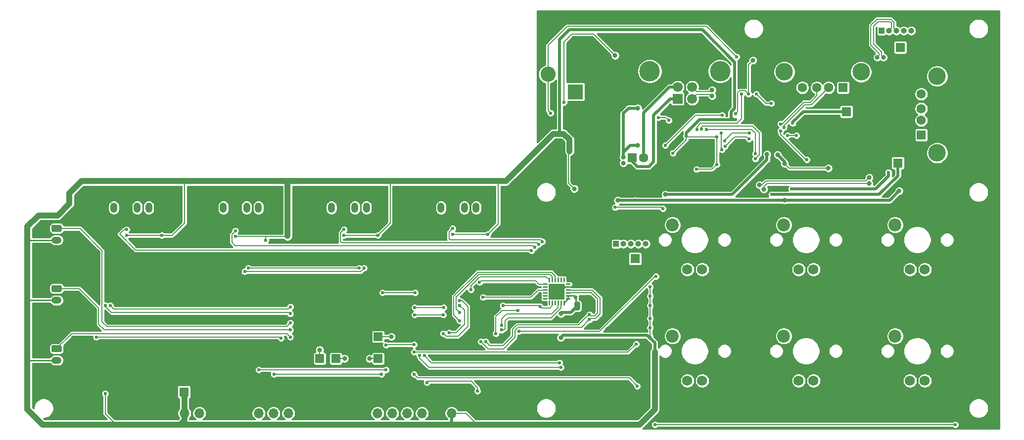
<source format=gbr>
%TF.GenerationSoftware,KiCad,Pcbnew,(5.1.7)-1*%
%TF.CreationDate,2021-03-26T00:16:30-04:00*%
%TF.ProjectId,Console,436f6e73-6f6c-4652-9e6b-696361645f70,rev?*%
%TF.SameCoordinates,Original*%
%TF.FileFunction,Copper,L2,Bot*%
%TF.FilePolarity,Positive*%
%FSLAX46Y46*%
G04 Gerber Fmt 4.6, Leading zero omitted, Abs format (unit mm)*
G04 Created by KiCad (PCBNEW (5.1.7)-1) date 2021-03-26 00:16:30*
%MOMM*%
%LPD*%
G01*
G04 APERTURE LIST*
%TA.AperFunction,SMDPad,CuDef*%
%ADD10R,1.500000X1.500000*%
%TD*%
%TA.AperFunction,SMDPad,CuDef*%
%ADD11R,2.700000X2.700000*%
%TD*%
%TA.AperFunction,ComponentPad*%
%ADD12O,1.750000X1.200000*%
%TD*%
%TA.AperFunction,ComponentPad*%
%ADD13C,3.500000*%
%TD*%
%TA.AperFunction,ComponentPad*%
%ADD14C,1.700000*%
%TD*%
%TA.AperFunction,ComponentPad*%
%ADD15R,1.700000X1.700000*%
%TD*%
%TA.AperFunction,ComponentPad*%
%ADD16O,1.200000X1.750000*%
%TD*%
%TA.AperFunction,ComponentPad*%
%ADD17C,1.600000*%
%TD*%
%TA.AperFunction,ComponentPad*%
%ADD18R,1.600000X1.600000*%
%TD*%
%TA.AperFunction,ComponentPad*%
%ADD19R,1.600000X1.500000*%
%TD*%
%TA.AperFunction,ComponentPad*%
%ADD20C,3.000000*%
%TD*%
%TA.AperFunction,ComponentPad*%
%ADD21R,1.500000X1.600000*%
%TD*%
%TA.AperFunction,ComponentPad*%
%ADD22C,2.600000*%
%TD*%
%TA.AperFunction,ComponentPad*%
%ADD23R,2.600000X2.600000*%
%TD*%
%TA.AperFunction,ComponentPad*%
%ADD24C,2.200000*%
%TD*%
%TA.AperFunction,ComponentPad*%
%ADD25C,1.750000*%
%TD*%
%TA.AperFunction,ComponentPad*%
%ADD26O,1.000000X1.000000*%
%TD*%
%TA.AperFunction,ComponentPad*%
%ADD27R,1.000000X1.000000*%
%TD*%
%TA.AperFunction,ComponentPad*%
%ADD28O,1.700000X1.700000*%
%TD*%
%TA.AperFunction,ViaPad*%
%ADD29C,0.600000*%
%TD*%
%TA.AperFunction,ViaPad*%
%ADD30C,0.800000*%
%TD*%
%TA.AperFunction,Conductor*%
%ADD31C,0.200000*%
%TD*%
%TA.AperFunction,Conductor*%
%ADD32C,1.000000*%
%TD*%
%TA.AperFunction,Conductor*%
%ADD33C,0.500000*%
%TD*%
%TA.AperFunction,Conductor*%
%ADD34C,0.127000*%
%TD*%
%TA.AperFunction,Conductor*%
%ADD35C,0.250000*%
%TD*%
%TA.AperFunction,Conductor*%
%ADD36C,0.254000*%
%TD*%
%TA.AperFunction,Conductor*%
%ADD37C,0.100000*%
%TD*%
G04 APERTURE END LIST*
D10*
%TO.P,TP10,1*%
%TO.N,/Core/SPARE3*%
X126250000Y-118500000D03*
%TD*%
%TO.P,TP9,1*%
%TO.N,/Core/SPARE2*%
X116250000Y-118500000D03*
%TD*%
%TO.P,TP8,1*%
%TO.N,/Core/SPARE1*%
X119000000Y-118500000D03*
%TD*%
%TO.P,TP4,1*%
%TO.N,/Core/SPARE4*%
X126250000Y-114750000D03*
%TD*%
%TO.P,C29,2*%
%TO.N,+3V3*%
%TA.AperFunction,SMDPad,CuDef*%
G36*
G01*
X160800000Y-109025000D02*
X160800000Y-109975000D01*
G75*
G02*
X160550000Y-110225000I-250000J0D01*
G01*
X160050000Y-110225000D01*
G75*
G02*
X159800000Y-109975000I0J250000D01*
G01*
X159800000Y-109025000D01*
G75*
G02*
X160050000Y-108775000I250000J0D01*
G01*
X160550000Y-108775000D01*
G75*
G02*
X160800000Y-109025000I0J-250000D01*
G01*
G37*
%TD.AperFunction*%
%TO.P,C29,1*%
%TO.N,GND*%
%TA.AperFunction,SMDPad,CuDef*%
G36*
G01*
X162700000Y-109025000D02*
X162700000Y-109975000D01*
G75*
G02*
X162450000Y-110225000I-250000J0D01*
G01*
X161950000Y-110225000D01*
G75*
G02*
X161700000Y-109975000I0J250000D01*
G01*
X161700000Y-109025000D01*
G75*
G02*
X161950000Y-108775000I250000J0D01*
G01*
X162450000Y-108775000D01*
G75*
G02*
X162700000Y-109025000I0J-250000D01*
G01*
G37*
%TD.AperFunction*%
%TD*%
%TO.P,C44,2*%
%TO.N,+3V3*%
%TA.AperFunction,SMDPad,CuDef*%
G36*
G01*
X160320000Y-107830000D02*
X160320000Y-108170000D01*
G75*
G02*
X160180000Y-108310000I-140000J0D01*
G01*
X159900000Y-108310000D01*
G75*
G02*
X159760000Y-108170000I0J140000D01*
G01*
X159760000Y-107830000D01*
G75*
G02*
X159900000Y-107690000I140000J0D01*
G01*
X160180000Y-107690000D01*
G75*
G02*
X160320000Y-107830000I0J-140000D01*
G01*
G37*
%TD.AperFunction*%
%TO.P,C44,1*%
%TO.N,GND*%
%TA.AperFunction,SMDPad,CuDef*%
G36*
G01*
X161280000Y-107830000D02*
X161280000Y-108170000D01*
G75*
G02*
X161140000Y-108310000I-140000J0D01*
G01*
X160860000Y-108310000D01*
G75*
G02*
X160720000Y-108170000I0J140000D01*
G01*
X160720000Y-107830000D01*
G75*
G02*
X160860000Y-107690000I140000J0D01*
G01*
X161140000Y-107690000D01*
G75*
G02*
X161280000Y-107830000I0J-140000D01*
G01*
G37*
%TD.AperFunction*%
%TD*%
D11*
%TO.P,U6,25*%
%TO.N,GND*%
X156800000Y-107000000D03*
%TO.P,U6,24*%
%TO.N,N/C*%
%TA.AperFunction,SMDPad,CuDef*%
G36*
G01*
X158175000Y-104687500D02*
X158175000Y-105387500D01*
G75*
G02*
X158112500Y-105450000I-62500J0D01*
G01*
X157987500Y-105450000D01*
G75*
G02*
X157925000Y-105387500I0J62500D01*
G01*
X157925000Y-104687500D01*
G75*
G02*
X157987500Y-104625000I62500J0D01*
G01*
X158112500Y-104625000D01*
G75*
G02*
X158175000Y-104687500I0J-62500D01*
G01*
G37*
%TD.AperFunction*%
%TO.P,U6,23*%
%TA.AperFunction,SMDPad,CuDef*%
G36*
G01*
X157675000Y-104687500D02*
X157675000Y-105387500D01*
G75*
G02*
X157612500Y-105450000I-62500J0D01*
G01*
X157487500Y-105450000D01*
G75*
G02*
X157425000Y-105387500I0J62500D01*
G01*
X157425000Y-104687500D01*
G75*
G02*
X157487500Y-104625000I62500J0D01*
G01*
X157612500Y-104625000D01*
G75*
G02*
X157675000Y-104687500I0J-62500D01*
G01*
G37*
%TD.AperFunction*%
%TO.P,U6,22*%
%TA.AperFunction,SMDPad,CuDef*%
G36*
G01*
X157175000Y-104687500D02*
X157175000Y-105387500D01*
G75*
G02*
X157112500Y-105450000I-62500J0D01*
G01*
X156987500Y-105450000D01*
G75*
G02*
X156925000Y-105387500I0J62500D01*
G01*
X156925000Y-104687500D01*
G75*
G02*
X156987500Y-104625000I62500J0D01*
G01*
X157112500Y-104625000D01*
G75*
G02*
X157175000Y-104687500I0J-62500D01*
G01*
G37*
%TD.AperFunction*%
%TO.P,U6,21*%
%TO.N,/Core/TXD0*%
%TA.AperFunction,SMDPad,CuDef*%
G36*
G01*
X156675000Y-104687500D02*
X156675000Y-105387500D01*
G75*
G02*
X156612500Y-105450000I-62500J0D01*
G01*
X156487500Y-105450000D01*
G75*
G02*
X156425000Y-105387500I0J62500D01*
G01*
X156425000Y-104687500D01*
G75*
G02*
X156487500Y-104625000I62500J0D01*
G01*
X156612500Y-104625000D01*
G75*
G02*
X156675000Y-104687500I0J-62500D01*
G01*
G37*
%TD.AperFunction*%
%TO.P,U6,20*%
%TO.N,/Core/RXD0*%
%TA.AperFunction,SMDPad,CuDef*%
G36*
G01*
X156175000Y-104687500D02*
X156175000Y-105387500D01*
G75*
G02*
X156112500Y-105450000I-62500J0D01*
G01*
X155987500Y-105450000D01*
G75*
G02*
X155925000Y-105387500I0J62500D01*
G01*
X155925000Y-104687500D01*
G75*
G02*
X155987500Y-104625000I62500J0D01*
G01*
X156112500Y-104625000D01*
G75*
G02*
X156175000Y-104687500I0J-62500D01*
G01*
G37*
%TD.AperFunction*%
%TO.P,U6,19*%
%TO.N,/Core/TXT*%
%TA.AperFunction,SMDPad,CuDef*%
G36*
G01*
X155675000Y-104687500D02*
X155675000Y-105387500D01*
G75*
G02*
X155612500Y-105450000I-62500J0D01*
G01*
X155487500Y-105450000D01*
G75*
G02*
X155425000Y-105387500I0J62500D01*
G01*
X155425000Y-104687500D01*
G75*
G02*
X155487500Y-104625000I62500J0D01*
G01*
X155612500Y-104625000D01*
G75*
G02*
X155675000Y-104687500I0J-62500D01*
G01*
G37*
%TD.AperFunction*%
%TO.P,U6,18*%
%TO.N,/Core/RXT*%
%TA.AperFunction,SMDPad,CuDef*%
G36*
G01*
X155250000Y-105687500D02*
X155250000Y-105812500D01*
G75*
G02*
X155187500Y-105875000I-62500J0D01*
G01*
X154487500Y-105875000D01*
G75*
G02*
X154425000Y-105812500I0J62500D01*
G01*
X154425000Y-105687500D01*
G75*
G02*
X154487500Y-105625000I62500J0D01*
G01*
X155187500Y-105625000D01*
G75*
G02*
X155250000Y-105687500I0J-62500D01*
G01*
G37*
%TD.AperFunction*%
%TO.P,U6,17*%
%TO.N,N/C*%
%TA.AperFunction,SMDPad,CuDef*%
G36*
G01*
X155250000Y-106187500D02*
X155250000Y-106312500D01*
G75*
G02*
X155187500Y-106375000I-62500J0D01*
G01*
X154487500Y-106375000D01*
G75*
G02*
X154425000Y-106312500I0J62500D01*
G01*
X154425000Y-106187500D01*
G75*
G02*
X154487500Y-106125000I62500J0D01*
G01*
X155187500Y-106125000D01*
G75*
G02*
X155250000Y-106187500I0J-62500D01*
G01*
G37*
%TD.AperFunction*%
%TO.P,U6,16*%
%TO.N,/Core/VPP*%
%TA.AperFunction,SMDPad,CuDef*%
G36*
G01*
X155250000Y-106687500D02*
X155250000Y-106812500D01*
G75*
G02*
X155187500Y-106875000I-62500J0D01*
G01*
X154487500Y-106875000D01*
G75*
G02*
X154425000Y-106812500I0J62500D01*
G01*
X154425000Y-106687500D01*
G75*
G02*
X154487500Y-106625000I62500J0D01*
G01*
X155187500Y-106625000D01*
G75*
G02*
X155250000Y-106687500I0J-62500D01*
G01*
G37*
%TD.AperFunction*%
%TO.P,U6,15*%
%TO.N,N/C*%
%TA.AperFunction,SMDPad,CuDef*%
G36*
G01*
X155250000Y-107187500D02*
X155250000Y-107312500D01*
G75*
G02*
X155187500Y-107375000I-62500J0D01*
G01*
X154487500Y-107375000D01*
G75*
G02*
X154425000Y-107312500I0J62500D01*
G01*
X154425000Y-107187500D01*
G75*
G02*
X154487500Y-107125000I62500J0D01*
G01*
X155187500Y-107125000D01*
G75*
G02*
X155250000Y-107187500I0J-62500D01*
G01*
G37*
%TD.AperFunction*%
%TO.P,U6,14*%
%TA.AperFunction,SMDPad,CuDef*%
G36*
G01*
X155250000Y-107687500D02*
X155250000Y-107812500D01*
G75*
G02*
X155187500Y-107875000I-62500J0D01*
G01*
X154487500Y-107875000D01*
G75*
G02*
X154425000Y-107812500I0J62500D01*
G01*
X154425000Y-107687500D01*
G75*
G02*
X154487500Y-107625000I62500J0D01*
G01*
X155187500Y-107625000D01*
G75*
G02*
X155250000Y-107687500I0J-62500D01*
G01*
G37*
%TD.AperFunction*%
%TO.P,U6,13*%
%TA.AperFunction,SMDPad,CuDef*%
G36*
G01*
X155250000Y-108187500D02*
X155250000Y-108312500D01*
G75*
G02*
X155187500Y-108375000I-62500J0D01*
G01*
X154487500Y-108375000D01*
G75*
G02*
X154425000Y-108312500I0J62500D01*
G01*
X154425000Y-108187500D01*
G75*
G02*
X154487500Y-108125000I62500J0D01*
G01*
X155187500Y-108125000D01*
G75*
G02*
X155250000Y-108187500I0J-62500D01*
G01*
G37*
%TD.AperFunction*%
%TO.P,U6,12*%
%TA.AperFunction,SMDPad,CuDef*%
G36*
G01*
X155675000Y-108612500D02*
X155675000Y-109312500D01*
G75*
G02*
X155612500Y-109375000I-62500J0D01*
G01*
X155487500Y-109375000D01*
G75*
G02*
X155425000Y-109312500I0J62500D01*
G01*
X155425000Y-108612500D01*
G75*
G02*
X155487500Y-108550000I62500J0D01*
G01*
X155612500Y-108550000D01*
G75*
G02*
X155675000Y-108612500I0J-62500D01*
G01*
G37*
%TD.AperFunction*%
%TO.P,U6,11*%
%TO.N,/Core/SUS_SENSE*%
%TA.AperFunction,SMDPad,CuDef*%
G36*
G01*
X156175000Y-108612500D02*
X156175000Y-109312500D01*
G75*
G02*
X156112500Y-109375000I-62500J0D01*
G01*
X155987500Y-109375000D01*
G75*
G02*
X155925000Y-109312500I0J62500D01*
G01*
X155925000Y-108612500D01*
G75*
G02*
X155987500Y-108550000I62500J0D01*
G01*
X156112500Y-108550000D01*
G75*
G02*
X156175000Y-108612500I0J-62500D01*
G01*
G37*
%TD.AperFunction*%
%TO.P,U6,10*%
%TO.N,N/C*%
%TA.AperFunction,SMDPad,CuDef*%
G36*
G01*
X156675000Y-108612500D02*
X156675000Y-109312500D01*
G75*
G02*
X156612500Y-109375000I-62500J0D01*
G01*
X156487500Y-109375000D01*
G75*
G02*
X156425000Y-109312500I0J62500D01*
G01*
X156425000Y-108612500D01*
G75*
G02*
X156487500Y-108550000I62500J0D01*
G01*
X156612500Y-108550000D01*
G75*
G02*
X156675000Y-108612500I0J-62500D01*
G01*
G37*
%TD.AperFunction*%
%TO.P,U6,9*%
%TO.N,/Core/RSTb*%
%TA.AperFunction,SMDPad,CuDef*%
G36*
G01*
X157175000Y-108612500D02*
X157175000Y-109312500D01*
G75*
G02*
X157112500Y-109375000I-62500J0D01*
G01*
X156987500Y-109375000D01*
G75*
G02*
X156925000Y-109312500I0J62500D01*
G01*
X156925000Y-108612500D01*
G75*
G02*
X156987500Y-108550000I62500J0D01*
G01*
X157112500Y-108550000D01*
G75*
G02*
X157175000Y-108612500I0J-62500D01*
G01*
G37*
%TD.AperFunction*%
%TO.P,U6,8*%
%TO.N,/Core/VBUS_SENSE*%
%TA.AperFunction,SMDPad,CuDef*%
G36*
G01*
X157675000Y-108612500D02*
X157675000Y-109312500D01*
G75*
G02*
X157612500Y-109375000I-62500J0D01*
G01*
X157487500Y-109375000D01*
G75*
G02*
X157425000Y-109312500I0J62500D01*
G01*
X157425000Y-108612500D01*
G75*
G02*
X157487500Y-108550000I62500J0D01*
G01*
X157612500Y-108550000D01*
G75*
G02*
X157675000Y-108612500I0J-62500D01*
G01*
G37*
%TD.AperFunction*%
%TO.P,U6,7*%
%TO.N,+3V3*%
%TA.AperFunction,SMDPad,CuDef*%
G36*
G01*
X158175000Y-108612500D02*
X158175000Y-109312500D01*
G75*
G02*
X158112500Y-109375000I-62500J0D01*
G01*
X157987500Y-109375000D01*
G75*
G02*
X157925000Y-109312500I0J62500D01*
G01*
X157925000Y-108612500D01*
G75*
G02*
X157987500Y-108550000I62500J0D01*
G01*
X158112500Y-108550000D01*
G75*
G02*
X158175000Y-108612500I0J-62500D01*
G01*
G37*
%TD.AperFunction*%
%TO.P,U6,6*%
%TA.AperFunction,SMDPad,CuDef*%
G36*
G01*
X159175000Y-108187500D02*
X159175000Y-108312500D01*
G75*
G02*
X159112500Y-108375000I-62500J0D01*
G01*
X158412500Y-108375000D01*
G75*
G02*
X158350000Y-108312500I0J62500D01*
G01*
X158350000Y-108187500D01*
G75*
G02*
X158412500Y-108125000I62500J0D01*
G01*
X159112500Y-108125000D01*
G75*
G02*
X159175000Y-108187500I0J-62500D01*
G01*
G37*
%TD.AperFunction*%
%TO.P,U6,5*%
%TA.AperFunction,SMDPad,CuDef*%
G36*
G01*
X159175000Y-107687500D02*
X159175000Y-107812500D01*
G75*
G02*
X159112500Y-107875000I-62500J0D01*
G01*
X158412500Y-107875000D01*
G75*
G02*
X158350000Y-107812500I0J62500D01*
G01*
X158350000Y-107687500D01*
G75*
G02*
X158412500Y-107625000I62500J0D01*
G01*
X159112500Y-107625000D01*
G75*
G02*
X159175000Y-107687500I0J-62500D01*
G01*
G37*
%TD.AperFunction*%
%TO.P,U6,4*%
%TO.N,/USB Hub and Serial Converter/USB_INT_N*%
%TA.AperFunction,SMDPad,CuDef*%
G36*
G01*
X159175000Y-107187500D02*
X159175000Y-107312500D01*
G75*
G02*
X159112500Y-107375000I-62500J0D01*
G01*
X158412500Y-107375000D01*
G75*
G02*
X158350000Y-107312500I0J62500D01*
G01*
X158350000Y-107187500D01*
G75*
G02*
X158412500Y-107125000I62500J0D01*
G01*
X159112500Y-107125000D01*
G75*
G02*
X159175000Y-107187500I0J-62500D01*
G01*
G37*
%TD.AperFunction*%
%TO.P,U6,3*%
%TO.N,/USB Hub and Serial Converter/USB_INT_P*%
%TA.AperFunction,SMDPad,CuDef*%
G36*
G01*
X159175000Y-106687500D02*
X159175000Y-106812500D01*
G75*
G02*
X159112500Y-106875000I-62500J0D01*
G01*
X158412500Y-106875000D01*
G75*
G02*
X158350000Y-106812500I0J62500D01*
G01*
X158350000Y-106687500D01*
G75*
G02*
X158412500Y-106625000I62500J0D01*
G01*
X159112500Y-106625000D01*
G75*
G02*
X159175000Y-106687500I0J-62500D01*
G01*
G37*
%TD.AperFunction*%
%TO.P,U6,2*%
%TO.N,GND*%
%TA.AperFunction,SMDPad,CuDef*%
G36*
G01*
X159175000Y-106187500D02*
X159175000Y-106312500D01*
G75*
G02*
X159112500Y-106375000I-62500J0D01*
G01*
X158412500Y-106375000D01*
G75*
G02*
X158350000Y-106312500I0J62500D01*
G01*
X158350000Y-106187500D01*
G75*
G02*
X158412500Y-106125000I62500J0D01*
G01*
X159112500Y-106125000D01*
G75*
G02*
X159175000Y-106187500I0J-62500D01*
G01*
G37*
%TD.AperFunction*%
%TO.P,U6,1*%
%TO.N,N/C*%
%TA.AperFunction,SMDPad,CuDef*%
G36*
G01*
X159175000Y-105687500D02*
X159175000Y-105812500D01*
G75*
G02*
X159112500Y-105875000I-62500J0D01*
G01*
X158412500Y-105875000D01*
G75*
G02*
X158350000Y-105812500I0J62500D01*
G01*
X158350000Y-105687500D01*
G75*
G02*
X158412500Y-105625000I62500J0D01*
G01*
X159112500Y-105625000D01*
G75*
G02*
X159175000Y-105687500I0J-62500D01*
G01*
G37*
%TD.AperFunction*%
%TD*%
D12*
%TO.P,J9,3*%
%TO.N,GND*%
X71200000Y-120800000D03*
%TO.P,J9,2*%
%TO.N,+3V3*%
X71200000Y-118800000D03*
%TO.P,J9,1*%
%TO.N,/Core/SLD3*%
%TA.AperFunction,ComponentPad*%
G36*
G01*
X70574999Y-116200000D02*
X71825001Y-116200000D01*
G75*
G02*
X72075000Y-116449999I0J-249999D01*
G01*
X72075000Y-117150001D01*
G75*
G02*
X71825001Y-117400000I-249999J0D01*
G01*
X70574999Y-117400000D01*
G75*
G02*
X70325000Y-117150001I0J249999D01*
G01*
X70325000Y-116449999D01*
G75*
G02*
X70574999Y-116200000I249999J0D01*
G01*
G37*
%TD.AperFunction*%
%TD*%
%TO.P,J2,3*%
%TO.N,GND*%
X71200000Y-110500000D03*
%TO.P,J2,2*%
%TO.N,+3V3*%
X71200000Y-108500000D03*
%TO.P,J2,1*%
%TO.N,/Core/SLD2*%
%TA.AperFunction,ComponentPad*%
G36*
G01*
X70574999Y-105900000D02*
X71825001Y-105900000D01*
G75*
G02*
X72075000Y-106149999I0J-249999D01*
G01*
X72075000Y-106850001D01*
G75*
G02*
X71825001Y-107100000I-249999J0D01*
G01*
X70574999Y-107100000D01*
G75*
G02*
X70325000Y-106850001I0J249999D01*
G01*
X70325000Y-106149999D01*
G75*
G02*
X70574999Y-105900000I249999J0D01*
G01*
G37*
%TD.AperFunction*%
%TD*%
%TO.P,J1,3*%
%TO.N,GND*%
X71200000Y-100200000D03*
%TO.P,J1,2*%
%TO.N,+3V3*%
X71200000Y-98200000D03*
%TO.P,J1,1*%
%TO.N,/Core/SLD1*%
%TA.AperFunction,ComponentPad*%
G36*
G01*
X70574999Y-95600000D02*
X71825001Y-95600000D01*
G75*
G02*
X72075000Y-95849999I0J-249999D01*
G01*
X72075000Y-96550001D01*
G75*
G02*
X71825001Y-96800000I-249999J0D01*
G01*
X70574999Y-96800000D01*
G75*
G02*
X70325000Y-96550001I0J249999D01*
G01*
X70325000Y-95849999D01*
G75*
G02*
X70574999Y-95600000I249999J0D01*
G01*
G37*
%TD.AperFunction*%
%TD*%
D13*
%TO.P,J3,5*%
%TO.N,Net-(J3-Pad5)*%
X184770000Y-69290000D03*
X172730000Y-69290000D03*
D14*
%TO.P,J3,4*%
%TO.N,Net-(C21-Pad2)*%
X177500000Y-72000000D03*
%TO.P,J3,3*%
%TO.N,/USB Hub and Serial Converter/DIN_P*%
X180000000Y-72000000D03*
%TO.P,J3,2*%
%TO.N,/USB Hub and Serial Converter/DIN_N*%
X180000000Y-74000000D03*
D15*
%TO.P,J3,1*%
%TO.N,Net-(C21-Pad1)*%
X177500000Y-74000000D03*
%TD*%
D16*
%TO.P,J13,5*%
%TO.N,/Peripherals/Encoder 1/S1*%
X81000000Y-92650000D03*
%TO.P,J13,4*%
%TO.N,GND*%
X83000000Y-92650000D03*
%TO.P,J13,3*%
%TO.N,/Peripherals/Encoder 1/B*%
X85000000Y-92650000D03*
%TO.P,J13,2*%
%TO.N,/Peripherals/Encoder 1/A*%
X87000000Y-92650000D03*
%TO.P,J13,1*%
%TO.N,GND*%
%TA.AperFunction,ComponentPad*%
G36*
G01*
X89600000Y-92024999D02*
X89600000Y-93275001D01*
G75*
G02*
X89350001Y-93525000I-249999J0D01*
G01*
X88649999Y-93525000D01*
G75*
G02*
X88400000Y-93275001I0J249999D01*
G01*
X88400000Y-92024999D01*
G75*
G02*
X88649999Y-91775000I249999J0D01*
G01*
X89350001Y-91775000D01*
G75*
G02*
X89600000Y-92024999I0J-249999D01*
G01*
G37*
%TD.AperFunction*%
%TD*%
%TO.P,J12,5*%
%TO.N,/Peripherals/Encoder 4/S1*%
X137000000Y-92650000D03*
%TO.P,J12,4*%
%TO.N,GND*%
X139000000Y-92650000D03*
%TO.P,J12,3*%
%TO.N,/Peripherals/Encoder 4/B*%
X141000000Y-92650000D03*
%TO.P,J12,2*%
%TO.N,/Peripherals/Encoder 4/A*%
X143000000Y-92650000D03*
%TO.P,J12,1*%
%TO.N,GND*%
%TA.AperFunction,ComponentPad*%
G36*
G01*
X145600000Y-92024999D02*
X145600000Y-93275001D01*
G75*
G02*
X145350001Y-93525000I-249999J0D01*
G01*
X144649999Y-93525000D01*
G75*
G02*
X144400000Y-93275001I0J249999D01*
G01*
X144400000Y-92024999D01*
G75*
G02*
X144649999Y-91775000I249999J0D01*
G01*
X145350001Y-91775000D01*
G75*
G02*
X145600000Y-92024999I0J-249999D01*
G01*
G37*
%TD.AperFunction*%
%TD*%
%TO.P,J11,5*%
%TO.N,/Peripherals/Encoder 3/S1*%
X118250000Y-92650000D03*
%TO.P,J11,4*%
%TO.N,GND*%
X120250000Y-92650000D03*
%TO.P,J11,3*%
%TO.N,/Peripherals/Encoder 3/B*%
X122250000Y-92650000D03*
%TO.P,J11,2*%
%TO.N,/Peripherals/Encoder 3/A*%
X124250000Y-92650000D03*
%TO.P,J11,1*%
%TO.N,GND*%
%TA.AperFunction,ComponentPad*%
G36*
G01*
X126850000Y-92024999D02*
X126850000Y-93275001D01*
G75*
G02*
X126600001Y-93525000I-249999J0D01*
G01*
X125899999Y-93525000D01*
G75*
G02*
X125650000Y-93275001I0J249999D01*
G01*
X125650000Y-92024999D01*
G75*
G02*
X125899999Y-91775000I249999J0D01*
G01*
X126600001Y-91775000D01*
G75*
G02*
X126850000Y-92024999I0J-249999D01*
G01*
G37*
%TD.AperFunction*%
%TD*%
%TO.P,J10,5*%
%TO.N,/Peripherals/Encoder 2/S1*%
X99750000Y-92650000D03*
%TO.P,J10,4*%
%TO.N,GND*%
X101750000Y-92650000D03*
%TO.P,J10,3*%
%TO.N,/Peripherals/Encoder 2/B*%
X103750000Y-92650000D03*
%TO.P,J10,2*%
%TO.N,/Peripherals/Encoder 2/A*%
X105750000Y-92650000D03*
%TO.P,J10,1*%
%TO.N,GND*%
%TA.AperFunction,ComponentPad*%
G36*
G01*
X108350000Y-92024999D02*
X108350000Y-93275001D01*
G75*
G02*
X108100001Y-93525000I-249999J0D01*
G01*
X107399999Y-93525000D01*
G75*
G02*
X107150000Y-93275001I0J249999D01*
G01*
X107150000Y-92024999D01*
G75*
G02*
X107399999Y-91775000I249999J0D01*
G01*
X108100001Y-91775000D01*
G75*
G02*
X108350000Y-92024999I0J-249999D01*
G01*
G37*
%TD.AperFunction*%
%TD*%
D17*
%TO.P,C43,2*%
%TO.N,GND*%
X91000000Y-124200000D03*
D18*
%TO.P,C43,1*%
%TO.N,+3V3*%
X93000000Y-124200000D03*
%TD*%
D17*
%TO.P,C31,2*%
%TO.N,GND*%
X208400000Y-76200000D03*
D18*
%TO.P,C31,1*%
%TO.N,/USB Hub and Serial Converter/VBUS_D*%
X206400000Y-76200000D03*
%TD*%
D17*
%TO.P,C30,2*%
%TO.N,GND*%
X217600000Y-65200000D03*
D18*
%TO.P,C30,1*%
%TO.N,/USB Hub and Serial Converter/VBUS_C*%
X215600000Y-65200000D03*
%TD*%
D17*
%TO.P,C25,2*%
%TO.N,GND*%
X217200000Y-85000000D03*
D18*
%TO.P,C25,1*%
%TO.N,/USB Hub and Serial Converter/VBUS_A*%
X215200000Y-85000000D03*
%TD*%
D17*
%TO.P,C24,2*%
%TO.N,GND*%
X172200000Y-101400000D03*
D18*
%TO.P,C24,1*%
%TO.N,/USB Hub and Serial Converter/VBUS_B*%
X170200000Y-101400000D03*
%TD*%
D17*
%TO.P,C21,2*%
%TO.N,Net-(C21-Pad2)*%
X171700000Y-84100000D03*
D18*
%TO.P,C21,1*%
%TO.N,Net-(C21-Pad1)*%
X169700000Y-84100000D03*
%TD*%
D17*
%TO.P,J7,4*%
%TO.N,Net-(C33-Pad2)*%
X198833930Y-72100000D03*
%TO.P,J7,3*%
%TO.N,/USB Hub and Serial Converter/D4P*%
X201333930Y-72100000D03*
%TO.P,J7,2*%
%TO.N,/USB Hub and Serial Converter/D4N*%
X203333930Y-72100000D03*
D19*
%TO.P,J7,1*%
%TO.N,Net-(C33-Pad1)*%
X205833930Y-72100000D03*
D20*
%TO.P,J7,5*%
%TO.N,Net-(C33-Pad2)*%
X195763930Y-69390000D03*
X208903930Y-69390000D03*
%TD*%
D17*
%TO.P,J4,4*%
%TO.N,Net-(C27-Pad2)*%
X219200000Y-73200000D03*
%TO.P,J4,3*%
%TO.N,N/C*%
X219200000Y-75700000D03*
%TO.P,J4,2*%
X219200000Y-77700000D03*
D21*
%TO.P,J4,1*%
%TO.N,Net-(C27-Pad1)*%
X219200000Y-80200000D03*
D20*
%TO.P,J4,5*%
%TO.N,Net-(C27-Pad2)*%
X221910000Y-70130000D03*
X221910000Y-83270000D03*
%TD*%
D22*
%TO.P,J8,3*%
%TO.N,/Power/SELF_POWER*%
X155300000Y-69800000D03*
%TO.P,J8,2*%
%TO.N,GND*%
X160000000Y-66800000D03*
D23*
%TO.P,J8,1*%
%TO.N,/Power/VCC_IN*%
X160000000Y-72800000D03*
%TD*%
D24*
%TO.P,SW5,1*%
%TO.N,GND*%
X202020000Y-112120000D03*
%TO.P,SW5,2*%
%TO.N,/Peripherals/SW_5*%
X195670000Y-114660000D03*
D25*
%TO.P,SW5,3*%
%TO.N,Net-(R7-Pad1)*%
X198210000Y-122280000D03*
%TO.P,SW5,4*%
%TO.N,LED_Power*%
X200750000Y-122280000D03*
%TD*%
D26*
%TO.P,J6,5*%
%TO.N,Net-(C32-Pad2)*%
X217480000Y-62350000D03*
%TO.P,J6,4*%
X216210000Y-62350000D03*
%TO.P,J6,3*%
%TO.N,/USB Hub and Serial Converter/D3P*%
X214940000Y-62350000D03*
%TO.P,J6,2*%
%TO.N,/USB Hub and Serial Converter/D3N*%
X213670000Y-62350000D03*
D27*
%TO.P,J6,1*%
%TO.N,Net-(C32-Pad1)*%
X212400000Y-62350000D03*
%TD*%
D26*
%TO.P,J5,5*%
%TO.N,Net-(C26-Pad2)*%
X172030000Y-98850000D03*
%TO.P,J5,4*%
X170760000Y-98850000D03*
%TO.P,J5,3*%
%TO.N,/USB Hub and Serial Converter/D2P*%
X169490000Y-98850000D03*
%TO.P,J5,2*%
%TO.N,/USB Hub and Serial Converter/D2N*%
X168220000Y-98850000D03*
D27*
%TO.P,J5,1*%
%TO.N,Net-(C26-Pad1)*%
X166950000Y-98850000D03*
%TD*%
D28*
%TO.P,U10,20*%
%TO.N,+3V3*%
X138810000Y-127850000D03*
%TO.P,U10,19*%
%TO.N,GND*%
X136270000Y-127850000D03*
%TO.P,U10,18*%
%TO.N,N/C*%
X133730000Y-127850000D03*
%TO.P,U10,17*%
%TO.N,/Core/OLED_~CS*%
X131190000Y-127850000D03*
%TO.P,U10,16*%
%TO.N,/Core/OLED_~RESET*%
X128650000Y-127850000D03*
%TO.P,U10,15*%
%TO.N,N/C*%
X126110000Y-127850000D03*
%TO.P,U10,14*%
%TO.N,GND*%
X123570000Y-127850000D03*
%TO.P,U10,13*%
X121030000Y-127850000D03*
%TO.P,U10,12*%
X118490000Y-127850000D03*
%TO.P,U10,11*%
X115950000Y-127850000D03*
%TO.P,U10,10*%
X113410000Y-127850000D03*
%TO.P,U10,9*%
%TO.N,N/C*%
X110870000Y-127850000D03*
%TO.P,U10,8*%
%TO.N,/Core/VSPI_MOSI*%
X108330000Y-127850000D03*
%TO.P,U10,7*%
%TO.N,/Core/VSPI_SCLK*%
X105790000Y-127850000D03*
%TO.P,U10,6*%
%TO.N,GND*%
X103250000Y-127850000D03*
%TO.P,U10,5*%
X100710000Y-127850000D03*
%TO.P,U10,4*%
X98170000Y-127850000D03*
%TO.P,U10,3*%
%TO.N,N/C*%
X95630000Y-127850000D03*
%TO.P,U10,2*%
%TO.N,+3V3*%
X93090000Y-127850000D03*
D15*
%TO.P,U10,1*%
%TO.N,GND*%
X90550000Y-127850000D03*
%TD*%
D24*
%TO.P,SW6,1*%
%TO.N,GND*%
X221070000Y-112120000D03*
%TO.P,SW6,2*%
%TO.N,/Peripherals/SW_6*%
X214720000Y-114660000D03*
D25*
%TO.P,SW6,3*%
%TO.N,Net-(R8-Pad1)*%
X217260000Y-122280000D03*
%TO.P,SW6,4*%
%TO.N,LED_Power*%
X219800000Y-122280000D03*
%TD*%
D24*
%TO.P,SW4,1*%
%TO.N,GND*%
X182970000Y-112120000D03*
%TO.P,SW4,2*%
%TO.N,/Peripherals/SW_4*%
X176620000Y-114660000D03*
D25*
%TO.P,SW4,3*%
%TO.N,Net-(R6-Pad1)*%
X179160000Y-122280000D03*
%TO.P,SW4,4*%
%TO.N,LED_Power*%
X181700000Y-122280000D03*
%TD*%
D24*
%TO.P,SW3,1*%
%TO.N,GND*%
X221070000Y-93070000D03*
%TO.P,SW3,2*%
%TO.N,/Peripherals/SW_3*%
X214720000Y-95610000D03*
D25*
%TO.P,SW3,3*%
%TO.N,Net-(R5-Pad1)*%
X217260000Y-103230000D03*
%TO.P,SW3,4*%
%TO.N,LED_Power*%
X219800000Y-103230000D03*
%TD*%
D24*
%TO.P,SW2,1*%
%TO.N,GND*%
X202020000Y-93070000D03*
%TO.P,SW2,2*%
%TO.N,/Peripherals/SW_2*%
X195670000Y-95610000D03*
D25*
%TO.P,SW2,3*%
%TO.N,Net-(R4-Pad1)*%
X198210000Y-103230000D03*
%TO.P,SW2,4*%
%TO.N,LED_Power*%
X200750000Y-103230000D03*
%TD*%
D24*
%TO.P,SW1,1*%
%TO.N,GND*%
X182970000Y-93070000D03*
%TO.P,SW1,2*%
%TO.N,/Peripherals/SW_1*%
X176620000Y-95610000D03*
D25*
%TO.P,SW1,3*%
%TO.N,Net-(R3-Pad1)*%
X179160000Y-103230000D03*
%TO.P,SW1,4*%
%TO.N,LED_Power*%
X181700000Y-103230000D03*
%TD*%
D29*
%TO.N,GND*%
X156000000Y-107750000D03*
D30*
%TO.N,+3V3*%
X159000000Y-83000000D03*
X159000000Y-82000000D03*
X159000000Y-81000000D03*
D29*
%TO.N,GND*%
X145200000Y-113200000D03*
X142600000Y-113200000D03*
X145200000Y-110500000D03*
X142700000Y-110500000D03*
X180800000Y-83750000D03*
X182800000Y-83750000D03*
X182800000Y-81750000D03*
X180800000Y-81750000D03*
X182650000Y-87600000D03*
X180925000Y-88875000D03*
X166000000Y-89600000D03*
D30*
X170200000Y-96600000D03*
X170200000Y-95400000D03*
X169600000Y-87900000D03*
X170900000Y-87900000D03*
X176400000Y-89400000D03*
X177100000Y-88600000D03*
X177800000Y-89500000D03*
X178600000Y-88600000D03*
X177800000Y-87800000D03*
X177100000Y-87000000D03*
X177800000Y-86200000D03*
X172600000Y-88600000D03*
X173500000Y-87800000D03*
X171800000Y-89400000D03*
X189700000Y-85800000D03*
X189700000Y-84300000D03*
X177500000Y-77700000D03*
X176300000Y-78900000D03*
X117500000Y-107500000D03*
X120000000Y-107500000D03*
X122500000Y-107500000D03*
X125000000Y-107500000D03*
X122500000Y-117500000D03*
X95000000Y-90000000D03*
X95000000Y-92500000D03*
X95000000Y-95000000D03*
X113000000Y-90000000D03*
X113000000Y-92500000D03*
X113000000Y-95000000D03*
X132000000Y-92500000D03*
X132000000Y-90000000D03*
X132000000Y-95000000D03*
X76000000Y-90000000D03*
X76000000Y-92500000D03*
X76000000Y-95000000D03*
X162500000Y-119500000D03*
X165500000Y-119500000D03*
X165500000Y-115500000D03*
X162500000Y-115500000D03*
X165500000Y-111500000D03*
X165500000Y-108500000D03*
X165500000Y-105000000D03*
X190000000Y-123000000D03*
X190000000Y-118000000D03*
X190000000Y-112000000D03*
X209000000Y-112000000D03*
X209000000Y-118000000D03*
X209000000Y-123000000D03*
X209000000Y-104000000D03*
X190000000Y-104000000D03*
X190000000Y-98000000D03*
X190000000Y-93000000D03*
X209000000Y-98000000D03*
X209000000Y-93000000D03*
X206000000Y-82000000D03*
X206000000Y-84000000D03*
X206000000Y-86000000D03*
X208000000Y-86000000D03*
X208000000Y-84000000D03*
X208000000Y-82000000D03*
X210000000Y-82000000D03*
X210000000Y-84000000D03*
X210000000Y-86000000D03*
X175000000Y-66000000D03*
X179000000Y-66000000D03*
X183000000Y-66000000D03*
X197000000Y-66000000D03*
X208000000Y-66000000D03*
X201000000Y-66000000D03*
X204000000Y-66000000D03*
X171000000Y-72000000D03*
X173000000Y-72000000D03*
X171000000Y-74000000D03*
X196000000Y-72000000D03*
X196000000Y-74000000D03*
X194000000Y-72000000D03*
X217000000Y-74000000D03*
X217000000Y-76000000D03*
X217000000Y-80000000D03*
X217000000Y-83000000D03*
X206000000Y-80000000D03*
X208000000Y-80000000D03*
X210000000Y-80000000D03*
X210000000Y-78000000D03*
X208000000Y-78000000D03*
X206000000Y-78000000D03*
X204000000Y-84000000D03*
X204000000Y-82000000D03*
X204000000Y-80000000D03*
X204000000Y-78000000D03*
X202000000Y-78000000D03*
X202000000Y-80000000D03*
X202000000Y-82000000D03*
X200000000Y-78000000D03*
X200000000Y-80000000D03*
X161000000Y-81000000D03*
X162000000Y-81000000D03*
X163000000Y-81000000D03*
X164000000Y-81000000D03*
X164000000Y-82000000D03*
X163000000Y-82000000D03*
X162000000Y-82000000D03*
X161000000Y-82000000D03*
X161000000Y-83000000D03*
X162000000Y-83000000D03*
X163000000Y-83000000D03*
X164000000Y-83000000D03*
X164000000Y-84000000D03*
X165000000Y-84000000D03*
X166000000Y-84000000D03*
X166000000Y-85000000D03*
X166000000Y-86000000D03*
X166000000Y-87000000D03*
X165000000Y-87000000D03*
X165000000Y-86000000D03*
X165000000Y-85000000D03*
X164000000Y-85000000D03*
X164000000Y-86000000D03*
X164000000Y-87000000D03*
X163000000Y-87000000D03*
X162000000Y-87000000D03*
X161000000Y-87000000D03*
X160000000Y-87000000D03*
X158000000Y-87000000D03*
X158000000Y-86000000D03*
X158000000Y-85000000D03*
X158000000Y-84000000D03*
X157000000Y-84000000D03*
X156000000Y-84000000D03*
X155000000Y-84000000D03*
X154000000Y-84000000D03*
X153000000Y-85000000D03*
X152000000Y-86000000D03*
X151000000Y-87000000D03*
X153000000Y-87000000D03*
X154000000Y-86000000D03*
X155000000Y-85000000D03*
X156000000Y-85000000D03*
X157000000Y-85000000D03*
X157000000Y-86000000D03*
X157000000Y-87000000D03*
X156000000Y-87000000D03*
X156000000Y-86000000D03*
X155000000Y-86000000D03*
X155000000Y-87000000D03*
X154000000Y-87000000D03*
X154000000Y-85000000D03*
X153000000Y-86000000D03*
X152000000Y-87000000D03*
X158000000Y-88000000D03*
X157000000Y-88000000D03*
X152000000Y-88000000D03*
X151000000Y-88000000D03*
X150000000Y-88000000D03*
D29*
X197000000Y-83600000D03*
X196000000Y-83600000D03*
D30*
X162000000Y-108000000D03*
X162000000Y-105750000D03*
X165500000Y-113500000D03*
X172000000Y-125000000D03*
X172000000Y-123000000D03*
X172000000Y-121000000D03*
X172000000Y-127000000D03*
X175000000Y-127000000D03*
X175000000Y-125000000D03*
X175000000Y-123000000D03*
X175000000Y-121000000D03*
X177000000Y-127000000D03*
X177000000Y-125000000D03*
X177000000Y-123000000D03*
X177000000Y-121000000D03*
X169000000Y-127000000D03*
X169000000Y-125000000D03*
D29*
%TO.N,+3V3*%
X79525000Y-124500000D03*
X173600000Y-117400000D03*
X83200000Y-97400000D03*
X89200000Y-97400000D03*
D30*
X110750000Y-97500000D03*
X110750000Y-96500000D03*
X110750000Y-95500000D03*
D29*
X101800000Y-97600000D03*
X120400000Y-97400000D03*
X139000000Y-97200000D03*
X126200000Y-97400000D03*
X145000000Y-97200000D03*
X173600000Y-119200000D03*
X146400000Y-114200000D03*
X184250000Y-80500000D03*
X184200000Y-85250000D03*
X180728144Y-86076000D03*
X172800000Y-106200000D03*
X172800000Y-113200000D03*
X172800000Y-111600000D03*
X172800000Y-109400000D03*
X172800000Y-107800000D03*
D30*
X159800000Y-89400000D03*
D29*
X187400000Y-77600000D03*
X176700000Y-83300000D03*
X178974272Y-80374272D03*
X150200000Y-110236490D03*
X107000000Y-98199979D03*
X172800000Y-114800000D03*
D30*
X157505000Y-114905000D03*
X157552825Y-110802825D03*
%TO.N,+5V*%
X215400000Y-89800000D03*
X167249998Y-91400000D03*
X195799996Y-91400000D03*
X194600000Y-83600000D03*
X203300000Y-85900000D03*
X195800000Y-85100010D03*
D29*
%TO.N,/USB Hub and Serial Converter/VBUS_A*%
X193600000Y-90400000D03*
%TO.N,/USB Hub and Serial Converter/VBUS_C*%
X213600000Y-86600000D03*
X197000000Y-89400000D03*
%TO.N,/USB Hub and Serial Converter/VBUS_D*%
X197200000Y-78200000D03*
D30*
%TO.N,/USB Hub and Serial Converter/VBUS_B*%
X175400000Y-90400000D03*
X192799998Y-83500000D03*
D29*
%TO.N,/Peripherals/ENC2_SW*%
X101800000Y-96600000D03*
X153065694Y-99434306D03*
%TO.N,/Peripherals/ENC3_SW*%
X120400000Y-96400000D03*
X153686326Y-98929493D03*
%TO.N,/Peripherals/ENC4_SW*%
X139000000Y-96200000D03*
X154332648Y-98458019D03*
%TO.N,/Peripherals/ENC1_SW*%
X83200000Y-96400000D03*
X152499994Y-100000000D03*
D30*
%TO.N,VBUS*%
X170700000Y-75600000D03*
X170700000Y-82000000D03*
X168200000Y-85000000D03*
X168200000Y-84000000D03*
D29*
X173800000Y-104400000D03*
X166800000Y-92600000D03*
X175000000Y-92800000D03*
X150332122Y-113832122D03*
%TO.N,/Core/EN*%
X78000000Y-114800000D03*
X109600000Y-115000000D03*
%TO.N,/Core/BOOT*%
X134600000Y-122600000D03*
X143250000Y-124050000D03*
D30*
%TO.N,/USB Hub and Serial Converter/DIN_N*%
X183400000Y-73525000D03*
D29*
X174175000Y-77202799D03*
X176000000Y-77700000D03*
D30*
%TO.N,/USB Hub and Serial Converter/DIN_P*%
X183400000Y-72475000D03*
D29*
%TO.N,/USB Hub and Serial Converter/D4N*%
X195700521Y-78900521D03*
%TO.N,/USB Hub and Serial Converter/D4P*%
X195099479Y-78299479D03*
D30*
%TO.N,/USB Hub and Serial Converter/D3N*%
X212725000Y-66900000D03*
X210300000Y-88525000D03*
X192256232Y-89520710D03*
%TO.N,/USB Hub and Serial Converter/D3P*%
X211675000Y-66900000D03*
X210300000Y-87475000D03*
X191513768Y-88778246D03*
%TO.N,Net-(D12-Pad2)*%
X166800000Y-66600000D03*
D29*
X158050010Y-74600000D03*
%TO.N,Net-(Q1-Pad1)*%
X175375735Y-81975735D03*
X185100000Y-76800000D03*
%TO.N,/USB Hub and Serial Converter/EEPROM_SDA*%
X180800000Y-79250000D03*
X188450000Y-73200000D03*
%TO.N,/USB Hub and Serial Converter/EEPROM_SCL*%
X185083733Y-82721314D03*
X189650000Y-73200000D03*
X185000000Y-79854443D03*
X187400000Y-76600000D03*
D30*
X190399994Y-67400000D03*
D29*
%TO.N,/Power/SELF_POWER*%
X155740000Y-76440000D03*
X187600000Y-66800000D03*
%TO.N,/Core/LED_PWM*%
X225000000Y-129800000D03*
X173600000Y-129800000D03*
X170600000Y-123200000D03*
X132400000Y-121200000D03*
%TO.N,/Core/SCL*%
X157285000Y-119200010D03*
X134149990Y-118000010D03*
%TO.N,/Core/SDA*%
X157500000Y-120000000D03*
X133349977Y-118000010D03*
%TO.N,/Core/BTN_INT*%
X132375000Y-117375000D03*
X170400000Y-116000000D03*
%TO.N,/USB Hub and Serial Converter/~OVR1*%
X181624266Y-79225737D03*
X190800000Y-84300000D03*
%TO.N,/USB Hub and Serial Converter/~OVR2*%
X182423753Y-79254443D03*
X190800000Y-83400000D03*
%TO.N,/USB Hub and Serial Converter/~OVR3*%
X185600000Y-81250000D03*
X189800000Y-79900000D03*
X199600000Y-84425000D03*
X195100000Y-79500521D03*
%TO.N,/USB Hub and Serial Converter/~OVR4*%
X185613319Y-82121696D03*
X197820000Y-80300003D03*
X196320000Y-80300000D03*
X189700000Y-80900000D03*
%TO.N,Net-(R14-Pad2)*%
X193550000Y-74800000D03*
X190950000Y-73200000D03*
%TO.N,/Core/ENC3_B*%
X103999990Y-103000000D03*
X123000000Y-103000000D03*
%TO.N,/Core/ENC3_A*%
X103399990Y-103600000D03*
X123800000Y-103000000D03*
%TO.N,/Core/ENC1_B*%
X111200000Y-110800000D03*
X79600000Y-109400000D03*
%TO.N,/Core/ENC1_A*%
X111224265Y-109624265D03*
X80400000Y-109400000D03*
%TO.N,/Core/TXT*%
X140200000Y-109400000D03*
X138400000Y-114049990D03*
X142112132Y-106712132D03*
%TO.N,/Core/RXT*%
X140200018Y-108600000D03*
X137400000Y-114200000D03*
X143600000Y-105400000D03*
%TO.N,/Core/SLD1*%
X111200000Y-112400000D03*
%TO.N,/Core/SLD2*%
X111200000Y-113600000D03*
%TO.N,/Core/SLD3*%
X111200000Y-114800000D03*
%TO.N,/Core/VBUS_SENSE*%
X147400000Y-113600000D03*
%TO.N,/Core/SUS_SENSE*%
X147600000Y-109400000D03*
X154000000Y-109600000D03*
D30*
%TO.N,/Core/SPARE1*%
X120500000Y-118500000D03*
%TO.N,/Core/SPARE2*%
X116250000Y-117000000D03*
D29*
%TO.N,/USB Hub and Serial Converter/USB_INT_N*%
X144675000Y-115575000D03*
X162400000Y-110975000D03*
%TO.N,/USB Hub and Serial Converter/USB_INT_P*%
X162400000Y-111825000D03*
X143825000Y-115575000D03*
%TO.N,/Core/VSPI_MOSI*%
X132585002Y-107215000D03*
X127000000Y-107200000D03*
X126800000Y-121200000D03*
X108400000Y-121200000D03*
%TO.N,/Core/VSPI_SCLK*%
X132400000Y-116105000D03*
X127600000Y-116200000D03*
X127600000Y-120400000D03*
X105800000Y-120400000D03*
%TO.N,/Core/RXD0*%
X140200000Y-110600000D03*
%TO.N,/Core/ESP_TXD*%
X132500000Y-109750000D03*
X137450004Y-109750000D03*
%TO.N,/Core/TXD0*%
X140185068Y-112014932D03*
%TO.N,/Core/ESP_RXD*%
X132500000Y-111000000D03*
X137400000Y-111000000D03*
D30*
%TO.N,/Core/SPARE4*%
X128500000Y-114750000D03*
%TO.N,/Core/SPARE3*%
X124750000Y-118500000D03*
D29*
%TO.N,/Core/VPP*%
X144200000Y-108000000D03*
%TO.N,/Core/RSTb*%
X147400000Y-112800000D03*
%TD*%
D31*
%TO.N,GND*%
X157550000Y-106250000D02*
X156800000Y-107000000D01*
X158762500Y-106250000D02*
X157550000Y-106250000D01*
X158762500Y-106250000D02*
X159750000Y-106250000D01*
D32*
%TO.N,+3V3*%
X73400000Y-92000000D02*
X71400000Y-94000000D01*
X68100000Y-94000000D02*
X66200000Y-95900000D01*
X75500000Y-88100000D02*
X73400000Y-90200000D01*
X71400000Y-94000000D02*
X68100000Y-94000000D01*
X141100000Y-88100000D02*
X139400000Y-88100000D01*
D33*
X66200000Y-98740000D02*
X66200000Y-98400000D01*
D32*
X66200000Y-95900000D02*
X66200000Y-98400000D01*
X73400000Y-90200000D02*
X73400000Y-92000000D01*
X93090000Y-124290000D02*
X93000000Y-124200000D01*
X93090000Y-127850000D02*
X93090000Y-124290000D01*
X66200000Y-98400000D02*
X66200000Y-105950000D01*
X139400000Y-88100000D02*
X138000000Y-88100000D01*
X142100000Y-88100000D02*
X141100000Y-88100000D01*
D31*
X79520000Y-124495000D02*
X79525000Y-124500000D01*
D32*
X95040000Y-129800000D02*
X138400000Y-129800000D01*
D31*
X141250000Y-127850000D02*
X143200000Y-129800000D01*
X138810000Y-127850000D02*
X141250000Y-127850000D01*
X83200000Y-97400000D02*
X89200000Y-97400000D01*
D32*
X91700000Y-88100000D02*
X75500000Y-88100000D01*
X110350000Y-88100000D02*
X96900000Y-88100000D01*
X118100000Y-88100000D02*
X110350000Y-88100000D01*
D31*
X110750000Y-97500000D02*
X110650000Y-97600000D01*
X110650000Y-97600000D02*
X107000000Y-97600000D01*
X107000000Y-97600000D02*
X101800000Y-97600000D01*
X120400000Y-97400000D02*
X126200000Y-97400000D01*
X139000000Y-97200000D02*
X145000000Y-97200000D01*
X128300000Y-95300000D02*
X126200000Y-97400000D01*
D32*
X138000000Y-88100000D02*
X128300000Y-88100000D01*
D31*
X128300000Y-88100000D02*
X128300000Y-95300000D01*
D32*
X128300000Y-88100000D02*
X118100000Y-88100000D01*
X146500000Y-88100000D02*
X142100000Y-88100000D01*
D31*
X146800000Y-95400000D02*
X145000000Y-97200000D01*
X146800000Y-88400000D02*
X146800000Y-95400000D01*
X146500000Y-88100000D02*
X146800000Y-88400000D01*
D32*
X110750000Y-88500000D02*
X110350000Y-88100000D01*
X110750000Y-97500000D02*
X110750000Y-88500000D01*
D31*
X79525000Y-127925000D02*
X79525000Y-124500000D01*
X81400000Y-129800000D02*
X79525000Y-127925000D01*
X95040000Y-129800000D02*
X81400000Y-129800000D01*
D32*
X93100000Y-88100000D02*
X91700000Y-88100000D01*
X96900000Y-88100000D02*
X93100000Y-88100000D01*
X66200000Y-127234002D02*
X68765998Y-129800000D01*
X93090000Y-129052081D02*
X92342081Y-129800000D01*
X93090000Y-127850000D02*
X93090000Y-129052081D01*
X92342081Y-129800000D02*
X91000000Y-129800000D01*
X91000000Y-129800000D02*
X95040000Y-129800000D01*
X68765998Y-129800000D02*
X91000000Y-129800000D01*
D33*
X138810000Y-129790000D02*
X138800000Y-129800000D01*
X138810000Y-127850000D02*
X138810000Y-129790000D01*
D32*
X138800000Y-129800000D02*
X143200000Y-129800000D01*
X138400000Y-129800000D02*
X138800000Y-129800000D01*
X171000000Y-129800000D02*
X173600000Y-127200000D01*
X143200000Y-129800000D02*
X171000000Y-129800000D01*
X173600000Y-119200000D02*
X173600000Y-117400000D01*
X173600000Y-127200000D02*
X173600000Y-119200000D01*
D31*
X93100000Y-95300000D02*
X93100000Y-88100000D01*
X91000000Y-97400000D02*
X93100000Y-95300000D01*
X89200000Y-97400000D02*
X91000000Y-97400000D01*
D33*
X173600000Y-117400000D02*
X173600000Y-115800000D01*
X184250000Y-85200000D02*
X184200000Y-85250000D01*
D31*
X183374000Y-86076000D02*
X184200000Y-85250000D01*
X180728144Y-86076000D02*
X183374000Y-86076000D01*
X184200000Y-80550000D02*
X184250000Y-80500000D01*
X184200000Y-85250000D02*
X184200000Y-80550000D01*
X172800000Y-106200000D02*
X172800000Y-115000000D01*
D33*
X173600000Y-115800000D02*
X172800000Y-115000000D01*
D31*
X184250000Y-80500000D02*
X179100000Y-80500000D01*
X187400000Y-77600000D02*
X187363499Y-77636501D01*
X179100000Y-80500000D02*
X178974272Y-80374272D01*
X178974272Y-81025728D02*
X178974272Y-80374272D01*
X176700000Y-83300000D02*
X178974272Y-81025728D01*
X178974272Y-80091428D02*
X178974272Y-80374272D01*
D33*
X178974272Y-79879298D02*
X178974272Y-80374272D01*
X181253570Y-77600000D02*
X178974272Y-79879298D01*
X187400000Y-77600000D02*
X181253570Y-77600000D01*
D32*
X159000000Y-83000000D02*
X159000000Y-81000000D01*
X156200000Y-80000000D02*
X148100000Y-88100000D01*
X158000000Y-80000000D02*
X156200000Y-80000000D01*
X148100000Y-88100000D02*
X146500000Y-88100000D01*
X159000000Y-81000000D02*
X158000000Y-80000000D01*
D33*
X186975736Y-77600000D02*
X187400000Y-77600000D01*
X186649999Y-76239999D02*
X186649999Y-77274263D01*
X187249991Y-75640007D02*
X186649999Y-76239999D01*
X187249991Y-67731990D02*
X187249991Y-75640007D01*
X181718001Y-62200000D02*
X187249991Y-67731990D01*
X186649999Y-77274263D02*
X186975736Y-77600000D01*
X159000000Y-62200000D02*
X181718001Y-62200000D01*
X157300000Y-63900000D02*
X159000000Y-62200000D01*
X157300000Y-80000000D02*
X157300000Y-63900000D01*
D34*
X158800000Y-83200000D02*
X159000000Y-83000000D01*
X158800000Y-88400000D02*
X158800000Y-83200000D01*
X159800000Y-89400000D02*
X158800000Y-88400000D01*
D35*
X66300000Y-108500000D02*
X66200000Y-108400000D01*
X71200000Y-108500000D02*
X66300000Y-108500000D01*
D32*
X66200000Y-108400000D02*
X66200000Y-113650000D01*
X66200000Y-105950000D02*
X66200000Y-108400000D01*
D35*
X66400000Y-98200000D02*
X66200000Y-98400000D01*
X71200000Y-98200000D02*
X66400000Y-98200000D01*
X66600000Y-118800000D02*
X66200000Y-119200000D01*
X71200000Y-118800000D02*
X66600000Y-118800000D01*
D32*
X66200000Y-119200000D02*
X66200000Y-127234002D01*
X66200000Y-113650000D02*
X66200000Y-119200000D01*
D31*
X147449428Y-110236490D02*
X150200000Y-110236490D01*
X146400000Y-114200000D02*
X146400000Y-111285918D01*
X146400000Y-111285918D02*
X147449428Y-110236490D01*
X107000000Y-97600000D02*
X107000000Y-98199979D01*
D35*
X160300000Y-109050000D02*
X160250000Y-109000000D01*
X160300000Y-109500000D02*
X160300000Y-109050000D01*
X158762500Y-107750000D02*
X158762500Y-108250000D01*
X159790000Y-107750000D02*
X160040000Y-108000000D01*
X158762500Y-107750000D02*
X159790000Y-107750000D01*
X160040000Y-109240000D02*
X160300000Y-109500000D01*
X160040000Y-108000000D02*
X160040000Y-109240000D01*
X158762500Y-108250000D02*
X158050000Y-108962500D01*
D33*
X159205378Y-110594622D02*
X160300000Y-109500000D01*
X157619622Y-110594622D02*
X159205378Y-110594622D01*
X157619622Y-110736028D02*
X157552825Y-110802825D01*
X157619622Y-110594622D02*
X157619622Y-110736028D01*
X172800000Y-115000000D02*
X172305001Y-114505001D01*
X157904999Y-114505001D02*
X157505000Y-114905000D01*
X172305001Y-114505001D02*
X157904999Y-114505001D01*
%TO.N,+5V*%
X170199996Y-91400000D02*
X195800000Y-91400000D01*
X170199996Y-91324342D02*
X170199996Y-91400000D01*
X170200000Y-91324346D02*
X170199996Y-91324342D01*
X170200000Y-91400000D02*
X170200000Y-91324346D01*
X167249998Y-91400000D02*
X170200000Y-91400000D01*
X210400000Y-91400000D02*
X195799996Y-91400000D01*
X213800000Y-91400000D02*
X210400000Y-91400000D01*
X215400000Y-89800000D02*
X213800000Y-91400000D01*
D31*
X203300000Y-85900000D02*
X196599990Y-85900000D01*
X196599990Y-85900000D02*
X195800000Y-85100010D01*
D33*
X195800000Y-84800000D02*
X195800000Y-85100010D01*
X194600000Y-83600000D02*
X195800000Y-84800000D01*
%TO.N,/USB Hub and Serial Converter/VBUS_A*%
X193600000Y-90400000D02*
X212000000Y-90400000D01*
X215200000Y-87200000D02*
X215200000Y-85000000D01*
X212000000Y-90400000D02*
X215200000Y-87200000D01*
%TO.N,/USB Hub and Serial Converter/VBUS_C*%
X213600000Y-86600000D02*
X213600000Y-87200000D01*
X211400000Y-89400000D02*
X197000000Y-89400000D01*
X213600000Y-87200000D02*
X211400000Y-89400000D01*
%TO.N,/USB Hub and Serial Converter/VBUS_D*%
X206400000Y-76200000D02*
X199000000Y-76200000D01*
X197200000Y-78000000D02*
X197200000Y-78200000D01*
X199000000Y-76200000D02*
X197200000Y-78000000D01*
%TO.N,/USB Hub and Serial Converter/VBUS_B*%
X175400000Y-90400000D02*
X186865685Y-90400000D01*
X186865685Y-90400000D02*
X192799998Y-84465687D01*
X192799998Y-84465687D02*
X192799998Y-83500000D01*
D31*
%TO.N,/Peripherals/ENC2_SW*%
X101199999Y-98599999D02*
X101734307Y-99134307D01*
X101199999Y-97200001D02*
X101199999Y-98599999D01*
X152765695Y-99134307D02*
X153065694Y-99434306D01*
X101734307Y-99134307D02*
X152765695Y-99134307D01*
X101800000Y-96600000D02*
X101199999Y-97200001D01*
%TO.N,/Peripherals/ENC3_SW*%
X119799999Y-98399978D02*
X120029515Y-98629494D01*
X119799999Y-97000001D02*
X119799999Y-98399978D01*
X153386327Y-98629494D02*
X153686326Y-98929493D01*
X120400000Y-96400000D02*
X119799999Y-97000001D01*
X120029515Y-98629494D02*
X153386327Y-98629494D01*
%TO.N,/Peripherals/ENC4_SW*%
X154032649Y-98158020D02*
X154332648Y-98458019D01*
X138558052Y-98158020D02*
X154032649Y-98158020D01*
X139000000Y-96200000D02*
X138399999Y-96800001D01*
X138399999Y-96800001D02*
X138399999Y-97999967D01*
X138399999Y-97999967D02*
X138558052Y-98158020D01*
%TO.N,/Peripherals/ENC1_SW*%
X82000000Y-97175736D02*
X84724262Y-99899998D01*
X152399992Y-99899998D02*
X152499994Y-100000000D01*
X82775736Y-96400000D02*
X82000000Y-97175736D01*
X83200000Y-96400000D02*
X82775736Y-96400000D01*
X84724262Y-99899998D02*
X152399992Y-99899998D01*
D33*
%TO.N,Net-(C21-Pad1)*%
X176250000Y-74000000D02*
X177500000Y-74000000D01*
X173400000Y-76850000D02*
X176250000Y-74000000D01*
X173400000Y-84800000D02*
X173400000Y-76850000D01*
X172600000Y-85600000D02*
X173400000Y-84800000D01*
X169700000Y-84700000D02*
X170600000Y-85600000D01*
X170600000Y-85600000D02*
X172600000Y-85600000D01*
X169700000Y-84100000D02*
X169700000Y-84700000D01*
%TO.N,VBUS*%
X169389998Y-82000000D02*
X168200000Y-83189998D01*
X170700000Y-82000000D02*
X169389998Y-82000000D01*
X168200000Y-83189998D02*
X168200000Y-76500000D01*
X169100000Y-75600000D02*
X170700000Y-75600000D01*
X168200000Y-76500000D02*
X169100000Y-75600000D01*
X168200000Y-83189998D02*
X168200000Y-84000000D01*
D31*
X166800000Y-92600000D02*
X173400000Y-92600000D01*
X173400000Y-92600000D02*
X174800000Y-92600000D01*
X174800000Y-92600000D02*
X175000000Y-92800000D01*
X164167878Y-113832122D02*
X150332122Y-113832122D01*
X173800000Y-104400000D02*
X173600000Y-104400000D01*
X173600000Y-104400000D02*
X164167878Y-113832122D01*
%TO.N,/Core/EN*%
X109400000Y-114800000D02*
X109600000Y-115000000D01*
X78000000Y-114800000D02*
X109400000Y-114800000D01*
%TO.N,/Core/BOOT*%
X143250000Y-123450000D02*
X143250000Y-124050000D01*
X142200000Y-122400000D02*
X143250000Y-123450000D01*
X134800000Y-122400000D02*
X142200000Y-122400000D01*
X134600000Y-122600000D02*
X134800000Y-122400000D01*
%TO.N,/USB Hub and Serial Converter/DIN_N*%
X183100000Y-73225000D02*
X183400000Y-73525000D01*
X180775000Y-73225000D02*
X183100000Y-73225000D01*
X180000000Y-74000000D02*
X180775000Y-73225000D01*
D34*
X175502799Y-77202799D02*
X176000000Y-77700000D01*
X174175000Y-77202799D02*
X175502799Y-77202799D01*
D31*
%TO.N,/USB Hub and Serial Converter/DIN_P*%
X183100000Y-72775000D02*
X183400000Y-72475000D01*
X180775000Y-72775000D02*
X183100000Y-72775000D01*
X180000000Y-72000000D02*
X180775000Y-72775000D01*
%TO.N,/USB Hub and Serial Converter/D4N*%
X195700521Y-78617678D02*
X195700521Y-78900521D01*
X199293199Y-75025000D02*
X195700521Y-78617678D01*
X203333930Y-72100000D02*
X200408930Y-75025000D01*
X200408930Y-75025000D02*
X199293199Y-75025000D01*
%TO.N,/USB Hub and Serial Converter/D4P*%
X201333930Y-73463603D02*
X200222533Y-74575000D01*
X201333930Y-72100000D02*
X201333930Y-73463603D01*
X195382322Y-78299479D02*
X195099479Y-78299479D01*
X199106801Y-74575000D02*
X195382322Y-78299479D01*
X200222533Y-74575000D02*
X199106801Y-74575000D01*
%TO.N,/USB Hub and Serial Converter/D3N*%
X214080000Y-61940000D02*
X214080000Y-61098200D01*
X213670000Y-62350000D02*
X214080000Y-61940000D01*
X214080000Y-61098200D02*
X213806800Y-60825000D01*
X213806800Y-60825000D02*
X211793200Y-60825000D01*
X211793200Y-60825000D02*
X211025000Y-61593200D01*
X211025000Y-61593200D02*
X211025000Y-64606800D01*
X212425000Y-66600000D02*
X212725000Y-66900000D01*
X212425000Y-66006800D02*
X212425000Y-66600000D01*
X211025000Y-64606800D02*
X212425000Y-66006800D01*
X192256232Y-89096445D02*
X192256232Y-89520710D01*
X192852677Y-88500000D02*
X192256232Y-89096445D01*
X210275000Y-88500000D02*
X192852677Y-88500000D01*
X210300000Y-88525000D02*
X210275000Y-88500000D01*
%TO.N,/USB Hub and Serial Converter/D3P*%
X214530000Y-61940000D02*
X214530000Y-60911800D01*
X214940000Y-62350000D02*
X214530000Y-61940000D01*
X214530000Y-60911800D02*
X213993200Y-60375000D01*
X213993200Y-60375000D02*
X211606800Y-60375000D01*
X211606800Y-60375000D02*
X210575000Y-61406800D01*
X210575000Y-61406800D02*
X210575000Y-64793200D01*
X211975000Y-66193200D02*
X211975000Y-66600000D01*
X211975000Y-66600000D02*
X211675000Y-66900000D01*
X210575000Y-64793200D02*
X211975000Y-66193200D01*
X191938033Y-88778246D02*
X191513768Y-88778246D01*
X192616279Y-88100000D02*
X191938033Y-88778246D01*
X209675000Y-88100000D02*
X192616279Y-88100000D01*
X210300000Y-87475000D02*
X209675000Y-88100000D01*
%TO.N,Net-(D12-Pad2)*%
X158050010Y-64249990D02*
X158050010Y-74600000D01*
X159400000Y-62900000D02*
X158050010Y-64249990D01*
X163100000Y-62900000D02*
X159400000Y-62900000D01*
X166800000Y-66600000D02*
X163100000Y-62900000D01*
%TO.N,Net-(Q1-Pad1)*%
X180551470Y-76800000D02*
X185100000Y-76800000D01*
X175375735Y-81975735D02*
X180551470Y-76800000D01*
%TO.N,/USB Hub and Serial Converter/EEPROM_SDA*%
X188450000Y-77438002D02*
X188450000Y-73200000D01*
X180800000Y-79250000D02*
X180800000Y-78831400D01*
X187688001Y-78200001D02*
X188450000Y-77438002D01*
X180800000Y-78831400D02*
X181431399Y-78200001D01*
X181431399Y-78200001D02*
X187688001Y-78200001D01*
%TO.N,/USB Hub and Serial Converter/EEPROM_SCL*%
X185083733Y-82480112D02*
X185000000Y-82396379D01*
X185083733Y-82721314D02*
X185083733Y-82480112D01*
X185000000Y-82396379D02*
X185000000Y-79854443D01*
X189049999Y-72599999D02*
X189650000Y-73200000D01*
X188161999Y-72599999D02*
X189049999Y-72599999D01*
X187800001Y-72961997D02*
X188161999Y-72599999D01*
X187800001Y-76199999D02*
X187800001Y-72961997D01*
X187400000Y-76600000D02*
X187800001Y-76199999D01*
X189650000Y-68149994D02*
X190399994Y-67400000D01*
X189650000Y-73200000D02*
X189650000Y-68149994D01*
%TO.N,/Power/SELF_POWER*%
X155300000Y-76000000D02*
X155740000Y-76440000D01*
X155300000Y-69800000D02*
X155300000Y-76000000D01*
X182400000Y-61600000D02*
X187600000Y-66800000D01*
X158600000Y-61600000D02*
X182400000Y-61600000D01*
X155300000Y-64900000D02*
X158600000Y-61600000D01*
X155300000Y-69800000D02*
X155300000Y-64900000D01*
%TO.N,/Core/LED_PWM*%
X225000000Y-129800000D02*
X173600000Y-129800000D01*
X133000000Y-121800000D02*
X132400000Y-121200000D01*
X169200000Y-121800000D02*
X133000000Y-121800000D01*
X170600000Y-123200000D02*
X169200000Y-121800000D01*
%TO.N,/Core/SCL*%
X157285000Y-119200010D02*
X135349990Y-119200010D01*
X135349990Y-119200010D02*
X134149990Y-118000010D01*
%TO.N,/Core/SDA*%
X157500000Y-120000000D02*
X134925703Y-120000000D01*
X133349977Y-118424274D02*
X133349977Y-118000010D01*
X134925703Y-120000000D02*
X133349977Y-118424274D01*
%TO.N,/Core/BTN_INT*%
X132375000Y-117375000D02*
X132400000Y-117400000D01*
X132400000Y-117400000D02*
X169000000Y-117400000D01*
X169000000Y-117400000D02*
X170400000Y-116000000D01*
%TO.N,/USB Hub and Serial Converter/~OVR1*%
X191500001Y-83599999D02*
X190800000Y-84300000D01*
X190290444Y-78654442D02*
X191500001Y-79863999D01*
X181624266Y-78801473D02*
X181771297Y-78654442D01*
X181771297Y-78654442D02*
X190290444Y-78654442D01*
X191500001Y-79863999D02*
X191500001Y-83599999D01*
X181624266Y-79225737D02*
X181624266Y-78801473D01*
%TO.N,/USB Hub and Serial Converter/~OVR2*%
X190800000Y-79900000D02*
X190154443Y-79254443D01*
X190154443Y-79254443D02*
X182423753Y-79254443D01*
X190800000Y-83400000D02*
X190800000Y-79900000D01*
%TO.N,/USB Hub and Serial Converter/~OVR3*%
X186800000Y-79900000D02*
X189800000Y-79900000D01*
X185600000Y-81100000D02*
X186800000Y-79900000D01*
X185600000Y-81250000D02*
X185600000Y-81100000D01*
X195100000Y-80100000D02*
X195100000Y-79500521D01*
X199425000Y-84425000D02*
X195100000Y-80100000D01*
X199600000Y-84425000D02*
X199425000Y-84425000D01*
D34*
%TO.N,/USB Hub and Serial Converter/~OVR4*%
X196320003Y-80300003D02*
X196320000Y-80300000D01*
X197820000Y-80300003D02*
X196320003Y-80300003D01*
D31*
X189300000Y-80500000D02*
X189700000Y-80900000D01*
X187235015Y-80500000D02*
X189300000Y-80500000D01*
X185613319Y-82121696D02*
X187235015Y-80500000D01*
D33*
%TO.N,Net-(C21-Pad2)*%
X176100000Y-72000000D02*
X177500000Y-72000000D01*
X171700000Y-76400000D02*
X176100000Y-72000000D01*
X171700000Y-83900000D02*
X171700000Y-76400000D01*
X171900000Y-84100000D02*
X171700000Y-83900000D01*
X171700000Y-84100000D02*
X171900000Y-84100000D01*
D31*
%TO.N,Net-(R14-Pad2)*%
X192550000Y-74800000D02*
X190950000Y-73200000D01*
X193550000Y-74800000D02*
X192550000Y-74800000D01*
%TO.N,/Core/ENC3_B*%
X103999990Y-103000000D02*
X123000000Y-103000000D01*
%TO.N,/Core/ENC3_A*%
X123800000Y-103088002D02*
X123800000Y-103000000D01*
X123288001Y-103600001D02*
X123800000Y-103088002D01*
X103399990Y-103600000D02*
X123288001Y-103600001D01*
%TO.N,/Core/ENC1_B*%
X79600000Y-109600000D02*
X79600000Y-109400000D01*
X80600000Y-110600000D02*
X79600000Y-109600000D01*
X111000000Y-110600000D02*
X80600000Y-110600000D01*
X111200000Y-110800000D02*
X111000000Y-110600000D01*
%TO.N,/Core/ENC1_A*%
X81000000Y-110000000D02*
X80400000Y-109400000D01*
X110848530Y-110000000D02*
X81000000Y-110000000D01*
X111224265Y-109624265D02*
X110848530Y-110000000D01*
%TO.N,/Core/TXT*%
X139550010Y-114049990D02*
X138400000Y-114049990D01*
X141000000Y-112600000D02*
X139550010Y-114049990D01*
X141000000Y-110200000D02*
X141000000Y-112600000D01*
X140200000Y-109400000D02*
X141000000Y-110200000D01*
X142112132Y-105999866D02*
X142112132Y-106712132D01*
X155012500Y-104500000D02*
X143611998Y-104500000D01*
X143611998Y-104500000D02*
X142112132Y-105999866D01*
X155550000Y-105037500D02*
X155012500Y-104500000D01*
%TO.N,/Core/RXT*%
X137899999Y-114699999D02*
X137400000Y-114200000D01*
X139900001Y-114699999D02*
X137899999Y-114699999D01*
X141600000Y-113000000D02*
X139900001Y-114699999D01*
X141600000Y-109575718D02*
X141600000Y-113000000D01*
X140624282Y-108600000D02*
X141600000Y-109575718D01*
X140200018Y-108600000D02*
X140624282Y-108600000D01*
X143800000Y-105200000D02*
X143600000Y-105400000D01*
X153200000Y-105200000D02*
X143800000Y-105200000D01*
X153750000Y-105750000D02*
X153200000Y-105200000D01*
X154837500Y-105750000D02*
X153750000Y-105750000D01*
%TO.N,/Core/SLD1*%
X75200000Y-96200000D02*
X71200000Y-96200000D01*
X79000000Y-100000000D02*
X75200000Y-96200000D01*
X79800000Y-113000000D02*
X79000000Y-112200000D01*
X79000000Y-112200000D02*
X79000000Y-100000000D01*
X110600000Y-113000000D02*
X79800000Y-113000000D01*
X111200000Y-112400000D02*
X110600000Y-113000000D01*
%TO.N,/Core/SLD2*%
X75100000Y-106500000D02*
X71200000Y-106500000D01*
X78400000Y-109800000D02*
X75100000Y-106500000D01*
X78400000Y-112600000D02*
X78400000Y-109800000D01*
X79400000Y-113600000D02*
X78400000Y-112600000D01*
X111200000Y-113600000D02*
X79400000Y-113600000D01*
%TO.N,/Core/SLD3*%
X73800000Y-114200000D02*
X71200000Y-116800000D01*
X110600000Y-114200000D02*
X73800000Y-114200000D01*
X111200000Y-114800000D02*
X110600000Y-114200000D01*
%TO.N,/Core/VBUS_SENSE*%
X157550000Y-108962500D02*
X157550000Y-109815700D01*
X148000001Y-113424263D02*
X147824264Y-113600000D01*
X157550000Y-109815700D02*
X155815713Y-111549987D01*
X147824264Y-113600000D02*
X147400000Y-113600000D01*
X155815713Y-111549987D02*
X148450013Y-111549987D01*
X148000001Y-111999999D02*
X148000001Y-113424263D01*
X148450013Y-111549987D02*
X148000001Y-111999999D01*
%TO.N,/Core/SUS_SENSE*%
X153800000Y-109400000D02*
X154000000Y-109600000D01*
X147600000Y-109400000D02*
X153800000Y-109400000D01*
X154200000Y-109800000D02*
X154000000Y-109600000D01*
X155637668Y-109800000D02*
X154200000Y-109800000D01*
X156050000Y-109387668D02*
X155637668Y-109800000D01*
X156050000Y-108962500D02*
X156050000Y-109387668D01*
%TO.N,/Core/SPARE1*%
X120500000Y-118500000D02*
X118500000Y-118500000D01*
%TO.N,/Core/SPARE2*%
X116250000Y-117000000D02*
X116250000Y-118500000D01*
%TO.N,/USB Hub and Serial Converter/USB_INT_N*%
X162400000Y-110975000D02*
X162600000Y-111175000D01*
X162600000Y-111175000D02*
X163306800Y-111175000D01*
X163306800Y-111175000D02*
X163775000Y-110706800D01*
X163775000Y-110706800D02*
X163775000Y-108293200D01*
X162706800Y-107225000D02*
X158787500Y-107225000D01*
X163775000Y-108293200D02*
X162706800Y-107225000D01*
X158787500Y-107225000D02*
X158762500Y-107250000D01*
X145350000Y-116250000D02*
X144675000Y-115575000D01*
X147631800Y-116250000D02*
X145350000Y-116250000D01*
X149250000Y-114631800D02*
X147631800Y-116250000D01*
X149250000Y-113500000D02*
X149250000Y-114631800D01*
X150000000Y-112750000D02*
X149250000Y-113500000D01*
X160500000Y-112750000D02*
X150000000Y-112750000D01*
X162400000Y-110975000D02*
X162180377Y-111194623D01*
X162180377Y-111194623D02*
X162055377Y-111194623D01*
X162055377Y-111194623D02*
X160500000Y-112750000D01*
%TO.N,/USB Hub and Serial Converter/USB_INT_P*%
X162400000Y-111825000D02*
X162600000Y-111625000D01*
X162600000Y-111625000D02*
X163493200Y-111625000D01*
X163493200Y-111625000D02*
X164225000Y-110893200D01*
X164225000Y-110893200D02*
X164225000Y-108106800D01*
X158787500Y-106775000D02*
X158762500Y-106750000D01*
X162893200Y-106775000D02*
X158787500Y-106775000D01*
X164225000Y-108106800D02*
X162893200Y-106775000D01*
X162400000Y-111825000D02*
X161074989Y-113150011D01*
X161074989Y-113150011D02*
X150165689Y-113150011D01*
X145075000Y-116825000D02*
X143825000Y-115575000D01*
X150165689Y-113150011D02*
X149650011Y-113665689D01*
X147693200Y-116825000D02*
X145075000Y-116825000D01*
X149650011Y-114868189D02*
X147693200Y-116825000D01*
X149650011Y-113665689D02*
X149650011Y-114868189D01*
%TO.N,/Core/VSPI_MOSI*%
X132585002Y-107215000D02*
X127015000Y-107215000D01*
X127015000Y-107215000D02*
X127000000Y-107200000D01*
X126800000Y-121200000D02*
X108400000Y-121200000D01*
%TO.N,/Core/VSPI_SCLK*%
X127695000Y-116105000D02*
X127600000Y-116200000D01*
X132400000Y-116105000D02*
X127695000Y-116105000D01*
X127600000Y-120400000D02*
X105800000Y-120400000D01*
%TO.N,/Core/RXD0*%
X156050000Y-104450000D02*
X155699989Y-104099989D01*
X139599999Y-107946300D02*
X139599999Y-109999999D01*
X139599999Y-109999999D02*
X140200000Y-110600000D01*
X143446309Y-104099989D02*
X139599999Y-107946300D01*
X155699989Y-104099989D02*
X143446309Y-104099989D01*
X156050000Y-105037500D02*
X156050000Y-104450000D01*
%TO.N,/Core/ESP_TXD*%
X132500000Y-109750000D02*
X132924264Y-109750000D01*
X132924264Y-109750000D02*
X137450004Y-109750000D01*
%TO.N,/Core/TXD0*%
X139199989Y-111029853D02*
X140185068Y-112014932D01*
X156550000Y-104350000D02*
X155899978Y-103699978D01*
X139199988Y-107780611D02*
X139199989Y-111029853D01*
X143280620Y-103699978D02*
X139199988Y-107780611D01*
X156550000Y-105037500D02*
X156550000Y-104350000D01*
X155899978Y-103699978D02*
X143280620Y-103699978D01*
%TO.N,/Core/ESP_RXD*%
X132500000Y-111000000D02*
X137400000Y-111000000D01*
%TO.N,/Core/SPARE4*%
X128500000Y-114750000D02*
X126500000Y-114750000D01*
%TO.N,/Core/SPARE3*%
X126250000Y-118500000D02*
X124750000Y-118500000D01*
%TO.N,/Core/VPP*%
X144200000Y-108000000D02*
X152400000Y-108000000D01*
X153650000Y-106750000D02*
X154837500Y-106750000D01*
X152400000Y-108000000D02*
X153650000Y-106750000D01*
%TO.N,/Core/RSTb*%
X147400000Y-111672982D02*
X147400000Y-112800000D01*
X155963509Y-110836491D02*
X148236491Y-110836491D01*
X157050000Y-109750000D02*
X155963509Y-110836491D01*
X157050000Y-108962500D02*
X157050000Y-109750000D01*
X148236491Y-110836491D02*
X147400000Y-111672982D01*
%TD*%
D36*
%TO.N,GND*%
X232519001Y-130519000D02*
X171512623Y-130519000D01*
X171625975Y-130425975D01*
X171653566Y-130392355D01*
X172312994Y-129732927D01*
X172919000Y-129732927D01*
X172919000Y-129867073D01*
X172945171Y-129998640D01*
X172996506Y-130122574D01*
X173071033Y-130234112D01*
X173165888Y-130328967D01*
X173277426Y-130403494D01*
X173401360Y-130454829D01*
X173532927Y-130481000D01*
X173667073Y-130481000D01*
X173798640Y-130454829D01*
X173922574Y-130403494D01*
X174034112Y-130328967D01*
X174082079Y-130281000D01*
X224517921Y-130281000D01*
X224565888Y-130328967D01*
X224677426Y-130403494D01*
X224801360Y-130454829D01*
X224932927Y-130481000D01*
X225067073Y-130481000D01*
X225198640Y-130454829D01*
X225322574Y-130403494D01*
X225434112Y-130328967D01*
X225528967Y-130234112D01*
X225603494Y-130122574D01*
X225654829Y-129998640D01*
X225681000Y-129867073D01*
X225681000Y-129732927D01*
X225654829Y-129601360D01*
X225603494Y-129477426D01*
X225528967Y-129365888D01*
X225434112Y-129271033D01*
X225322574Y-129196506D01*
X225198640Y-129145171D01*
X225067073Y-129119000D01*
X224932927Y-129119000D01*
X224801360Y-129145171D01*
X224677426Y-129196506D01*
X224565888Y-129271033D01*
X224517921Y-129319000D01*
X174082079Y-129319000D01*
X174034112Y-129271033D01*
X173922574Y-129196506D01*
X173798640Y-129145171D01*
X173667073Y-129119000D01*
X173532927Y-129119000D01*
X173401360Y-129145171D01*
X173277426Y-129196506D01*
X173165888Y-129271033D01*
X173071033Y-129365888D01*
X172996506Y-129477426D01*
X172945171Y-129601360D01*
X172919000Y-129732927D01*
X172312994Y-129732927D01*
X174192362Y-127853560D01*
X174225975Y-127825975D01*
X174308164Y-127725827D01*
X174336068Y-127691826D01*
X174381217Y-127607358D01*
X174417875Y-127538775D01*
X174468252Y-127372706D01*
X174481000Y-127243273D01*
X174481000Y-127243271D01*
X174485262Y-127200001D01*
X174481000Y-127156731D01*
X174481000Y-126829511D01*
X227269000Y-126829511D01*
X227269000Y-127170489D01*
X227335521Y-127504914D01*
X227466007Y-127819936D01*
X227655444Y-128103448D01*
X227896552Y-128344556D01*
X228180064Y-128533993D01*
X228495086Y-128664479D01*
X228829511Y-128731000D01*
X229170489Y-128731000D01*
X229504914Y-128664479D01*
X229819936Y-128533993D01*
X230103448Y-128344556D01*
X230344556Y-128103448D01*
X230533993Y-127819936D01*
X230664479Y-127504914D01*
X230731000Y-127170489D01*
X230731000Y-126829511D01*
X230664479Y-126495086D01*
X230533993Y-126180064D01*
X230344556Y-125896552D01*
X230103448Y-125655444D01*
X229819936Y-125466007D01*
X229504914Y-125335521D01*
X229170489Y-125269000D01*
X228829511Y-125269000D01*
X228495086Y-125335521D01*
X228180064Y-125466007D01*
X227896552Y-125655444D01*
X227655444Y-125896552D01*
X227466007Y-126180064D01*
X227335521Y-126495086D01*
X227269000Y-126829511D01*
X174481000Y-126829511D01*
X174481000Y-122156295D01*
X177904000Y-122156295D01*
X177904000Y-122403705D01*
X177952268Y-122646362D01*
X178046947Y-122874939D01*
X178184401Y-123080653D01*
X178359347Y-123255599D01*
X178565061Y-123393053D01*
X178793638Y-123487732D01*
X179036295Y-123536000D01*
X179283705Y-123536000D01*
X179526362Y-123487732D01*
X179754939Y-123393053D01*
X179960653Y-123255599D01*
X180135599Y-123080653D01*
X180273053Y-122874939D01*
X180367732Y-122646362D01*
X180416000Y-122403705D01*
X180416000Y-122156295D01*
X180444000Y-122156295D01*
X180444000Y-122403705D01*
X180492268Y-122646362D01*
X180586947Y-122874939D01*
X180724401Y-123080653D01*
X180899347Y-123255599D01*
X181105061Y-123393053D01*
X181333638Y-123487732D01*
X181576295Y-123536000D01*
X181823705Y-123536000D01*
X182066362Y-123487732D01*
X182294939Y-123393053D01*
X182500653Y-123255599D01*
X182675599Y-123080653D01*
X182813053Y-122874939D01*
X182907732Y-122646362D01*
X182956000Y-122403705D01*
X182956000Y-122156295D01*
X196954000Y-122156295D01*
X196954000Y-122403705D01*
X197002268Y-122646362D01*
X197096947Y-122874939D01*
X197234401Y-123080653D01*
X197409347Y-123255599D01*
X197615061Y-123393053D01*
X197843638Y-123487732D01*
X198086295Y-123536000D01*
X198333705Y-123536000D01*
X198576362Y-123487732D01*
X198804939Y-123393053D01*
X199010653Y-123255599D01*
X199185599Y-123080653D01*
X199323053Y-122874939D01*
X199417732Y-122646362D01*
X199466000Y-122403705D01*
X199466000Y-122156295D01*
X199494000Y-122156295D01*
X199494000Y-122403705D01*
X199542268Y-122646362D01*
X199636947Y-122874939D01*
X199774401Y-123080653D01*
X199949347Y-123255599D01*
X200155061Y-123393053D01*
X200383638Y-123487732D01*
X200626295Y-123536000D01*
X200873705Y-123536000D01*
X201116362Y-123487732D01*
X201344939Y-123393053D01*
X201550653Y-123255599D01*
X201725599Y-123080653D01*
X201863053Y-122874939D01*
X201957732Y-122646362D01*
X202006000Y-122403705D01*
X202006000Y-122156295D01*
X216004000Y-122156295D01*
X216004000Y-122403705D01*
X216052268Y-122646362D01*
X216146947Y-122874939D01*
X216284401Y-123080653D01*
X216459347Y-123255599D01*
X216665061Y-123393053D01*
X216893638Y-123487732D01*
X217136295Y-123536000D01*
X217383705Y-123536000D01*
X217626362Y-123487732D01*
X217854939Y-123393053D01*
X218060653Y-123255599D01*
X218235599Y-123080653D01*
X218373053Y-122874939D01*
X218467732Y-122646362D01*
X218516000Y-122403705D01*
X218516000Y-122156295D01*
X218544000Y-122156295D01*
X218544000Y-122403705D01*
X218592268Y-122646362D01*
X218686947Y-122874939D01*
X218824401Y-123080653D01*
X218999347Y-123255599D01*
X219205061Y-123393053D01*
X219433638Y-123487732D01*
X219676295Y-123536000D01*
X219923705Y-123536000D01*
X220166362Y-123487732D01*
X220394939Y-123393053D01*
X220600653Y-123255599D01*
X220775599Y-123080653D01*
X220913053Y-122874939D01*
X221007732Y-122646362D01*
X221056000Y-122403705D01*
X221056000Y-122156295D01*
X221007732Y-121913638D01*
X220913053Y-121685061D01*
X220775599Y-121479347D01*
X220600653Y-121304401D01*
X220394939Y-121166947D01*
X220166362Y-121072268D01*
X219923705Y-121024000D01*
X219676295Y-121024000D01*
X219433638Y-121072268D01*
X219205061Y-121166947D01*
X218999347Y-121304401D01*
X218824401Y-121479347D01*
X218686947Y-121685061D01*
X218592268Y-121913638D01*
X218544000Y-122156295D01*
X218516000Y-122156295D01*
X218467732Y-121913638D01*
X218373053Y-121685061D01*
X218235599Y-121479347D01*
X218060653Y-121304401D01*
X217854939Y-121166947D01*
X217626362Y-121072268D01*
X217383705Y-121024000D01*
X217136295Y-121024000D01*
X216893638Y-121072268D01*
X216665061Y-121166947D01*
X216459347Y-121304401D01*
X216284401Y-121479347D01*
X216146947Y-121685061D01*
X216052268Y-121913638D01*
X216004000Y-122156295D01*
X202006000Y-122156295D01*
X201957732Y-121913638D01*
X201863053Y-121685061D01*
X201725599Y-121479347D01*
X201550653Y-121304401D01*
X201344939Y-121166947D01*
X201116362Y-121072268D01*
X200873705Y-121024000D01*
X200626295Y-121024000D01*
X200383638Y-121072268D01*
X200155061Y-121166947D01*
X199949347Y-121304401D01*
X199774401Y-121479347D01*
X199636947Y-121685061D01*
X199542268Y-121913638D01*
X199494000Y-122156295D01*
X199466000Y-122156295D01*
X199417732Y-121913638D01*
X199323053Y-121685061D01*
X199185599Y-121479347D01*
X199010653Y-121304401D01*
X198804939Y-121166947D01*
X198576362Y-121072268D01*
X198333705Y-121024000D01*
X198086295Y-121024000D01*
X197843638Y-121072268D01*
X197615061Y-121166947D01*
X197409347Y-121304401D01*
X197234401Y-121479347D01*
X197096947Y-121685061D01*
X197002268Y-121913638D01*
X196954000Y-122156295D01*
X182956000Y-122156295D01*
X182907732Y-121913638D01*
X182813053Y-121685061D01*
X182675599Y-121479347D01*
X182500653Y-121304401D01*
X182294939Y-121166947D01*
X182066362Y-121072268D01*
X181823705Y-121024000D01*
X181576295Y-121024000D01*
X181333638Y-121072268D01*
X181105061Y-121166947D01*
X180899347Y-121304401D01*
X180724401Y-121479347D01*
X180586947Y-121685061D01*
X180492268Y-121913638D01*
X180444000Y-122156295D01*
X180416000Y-122156295D01*
X180367732Y-121913638D01*
X180273053Y-121685061D01*
X180135599Y-121479347D01*
X179960653Y-121304401D01*
X179754939Y-121166947D01*
X179526362Y-121072268D01*
X179283705Y-121024000D01*
X179036295Y-121024000D01*
X178793638Y-121072268D01*
X178565061Y-121166947D01*
X178359347Y-121304401D01*
X178184401Y-121479347D01*
X178046947Y-121685061D01*
X177952268Y-121913638D01*
X177904000Y-122156295D01*
X174481000Y-122156295D01*
X174481000Y-118071897D01*
X174565283Y-118156180D01*
X174766903Y-118290898D01*
X174990931Y-118383693D01*
X175228757Y-118431000D01*
X175471243Y-118431000D01*
X175709069Y-118383693D01*
X175933097Y-118290898D01*
X176134717Y-118156180D01*
X176306180Y-117984717D01*
X176440898Y-117783097D01*
X176533693Y-117559069D01*
X176581000Y-117321243D01*
X176581000Y-117078757D01*
X176558470Y-116965492D01*
X178049000Y-116965492D01*
X178049000Y-117434508D01*
X178140500Y-117894512D01*
X178319985Y-118327827D01*
X178580556Y-118717799D01*
X178912201Y-119049444D01*
X179302173Y-119310015D01*
X179735488Y-119489500D01*
X180195492Y-119581000D01*
X180664508Y-119581000D01*
X181124512Y-119489500D01*
X181557827Y-119310015D01*
X181947799Y-119049444D01*
X182279444Y-118717799D01*
X182540015Y-118327827D01*
X182719500Y-117894512D01*
X182811000Y-117434508D01*
X182811000Y-117078757D01*
X184279000Y-117078757D01*
X184279000Y-117321243D01*
X184326307Y-117559069D01*
X184419102Y-117783097D01*
X184553820Y-117984717D01*
X184725283Y-118156180D01*
X184926903Y-118290898D01*
X185150931Y-118383693D01*
X185388757Y-118431000D01*
X185631243Y-118431000D01*
X185869069Y-118383693D01*
X186093097Y-118290898D01*
X186294717Y-118156180D01*
X186466180Y-117984717D01*
X186600898Y-117783097D01*
X186693693Y-117559069D01*
X186741000Y-117321243D01*
X186741000Y-117078757D01*
X193169000Y-117078757D01*
X193169000Y-117321243D01*
X193216307Y-117559069D01*
X193309102Y-117783097D01*
X193443820Y-117984717D01*
X193615283Y-118156180D01*
X193816903Y-118290898D01*
X194040931Y-118383693D01*
X194278757Y-118431000D01*
X194521243Y-118431000D01*
X194759069Y-118383693D01*
X194983097Y-118290898D01*
X195184717Y-118156180D01*
X195356180Y-117984717D01*
X195490898Y-117783097D01*
X195583693Y-117559069D01*
X195631000Y-117321243D01*
X195631000Y-117078757D01*
X195608470Y-116965492D01*
X197099000Y-116965492D01*
X197099000Y-117434508D01*
X197190500Y-117894512D01*
X197369985Y-118327827D01*
X197630556Y-118717799D01*
X197962201Y-119049444D01*
X198352173Y-119310015D01*
X198785488Y-119489500D01*
X199245492Y-119581000D01*
X199714508Y-119581000D01*
X200174512Y-119489500D01*
X200607827Y-119310015D01*
X200997799Y-119049444D01*
X201329444Y-118717799D01*
X201590015Y-118327827D01*
X201769500Y-117894512D01*
X201861000Y-117434508D01*
X201861000Y-117078757D01*
X203329000Y-117078757D01*
X203329000Y-117321243D01*
X203376307Y-117559069D01*
X203469102Y-117783097D01*
X203603820Y-117984717D01*
X203775283Y-118156180D01*
X203976903Y-118290898D01*
X204200931Y-118383693D01*
X204438757Y-118431000D01*
X204681243Y-118431000D01*
X204919069Y-118383693D01*
X205143097Y-118290898D01*
X205344717Y-118156180D01*
X205516180Y-117984717D01*
X205650898Y-117783097D01*
X205743693Y-117559069D01*
X205791000Y-117321243D01*
X205791000Y-117078757D01*
X212219000Y-117078757D01*
X212219000Y-117321243D01*
X212266307Y-117559069D01*
X212359102Y-117783097D01*
X212493820Y-117984717D01*
X212665283Y-118156180D01*
X212866903Y-118290898D01*
X213090931Y-118383693D01*
X213328757Y-118431000D01*
X213571243Y-118431000D01*
X213809069Y-118383693D01*
X214033097Y-118290898D01*
X214234717Y-118156180D01*
X214406180Y-117984717D01*
X214540898Y-117783097D01*
X214633693Y-117559069D01*
X214681000Y-117321243D01*
X214681000Y-117078757D01*
X214658470Y-116965492D01*
X216149000Y-116965492D01*
X216149000Y-117434508D01*
X216240500Y-117894512D01*
X216419985Y-118327827D01*
X216680556Y-118717799D01*
X217012201Y-119049444D01*
X217402173Y-119310015D01*
X217835488Y-119489500D01*
X218295492Y-119581000D01*
X218764508Y-119581000D01*
X219224512Y-119489500D01*
X219657827Y-119310015D01*
X220047799Y-119049444D01*
X220379444Y-118717799D01*
X220640015Y-118327827D01*
X220819500Y-117894512D01*
X220911000Y-117434508D01*
X220911000Y-117078757D01*
X222379000Y-117078757D01*
X222379000Y-117321243D01*
X222426307Y-117559069D01*
X222519102Y-117783097D01*
X222653820Y-117984717D01*
X222825283Y-118156180D01*
X223026903Y-118290898D01*
X223250931Y-118383693D01*
X223488757Y-118431000D01*
X223731243Y-118431000D01*
X223969069Y-118383693D01*
X224193097Y-118290898D01*
X224394717Y-118156180D01*
X224566180Y-117984717D01*
X224700898Y-117783097D01*
X224793693Y-117559069D01*
X224841000Y-117321243D01*
X224841000Y-117078757D01*
X224793693Y-116840931D01*
X224700898Y-116616903D01*
X224566180Y-116415283D01*
X224394717Y-116243820D01*
X224193097Y-116109102D01*
X223969069Y-116016307D01*
X223731243Y-115969000D01*
X223488757Y-115969000D01*
X223250931Y-116016307D01*
X223026903Y-116109102D01*
X222825283Y-116243820D01*
X222653820Y-116415283D01*
X222519102Y-116616903D01*
X222426307Y-116840931D01*
X222379000Y-117078757D01*
X220911000Y-117078757D01*
X220911000Y-116965492D01*
X220819500Y-116505488D01*
X220640015Y-116072173D01*
X220379444Y-115682201D01*
X220047799Y-115350556D01*
X219657827Y-115089985D01*
X219224512Y-114910500D01*
X218764508Y-114819000D01*
X218295492Y-114819000D01*
X217835488Y-114910500D01*
X217402173Y-115089985D01*
X217012201Y-115350556D01*
X216680556Y-115682201D01*
X216419985Y-116072173D01*
X216240500Y-116505488D01*
X216149000Y-116965492D01*
X214658470Y-116965492D01*
X214633693Y-116840931D01*
X214540898Y-116616903D01*
X214406180Y-116415283D01*
X214234717Y-116243820D01*
X214033097Y-116109102D01*
X213809069Y-116016307D01*
X213571243Y-115969000D01*
X213328757Y-115969000D01*
X213090931Y-116016307D01*
X212866903Y-116109102D01*
X212665283Y-116243820D01*
X212493820Y-116415283D01*
X212359102Y-116616903D01*
X212266307Y-116840931D01*
X212219000Y-117078757D01*
X205791000Y-117078757D01*
X205743693Y-116840931D01*
X205650898Y-116616903D01*
X205516180Y-116415283D01*
X205344717Y-116243820D01*
X205143097Y-116109102D01*
X204919069Y-116016307D01*
X204681243Y-115969000D01*
X204438757Y-115969000D01*
X204200931Y-116016307D01*
X203976903Y-116109102D01*
X203775283Y-116243820D01*
X203603820Y-116415283D01*
X203469102Y-116616903D01*
X203376307Y-116840931D01*
X203329000Y-117078757D01*
X201861000Y-117078757D01*
X201861000Y-116965492D01*
X201769500Y-116505488D01*
X201590015Y-116072173D01*
X201329444Y-115682201D01*
X200997799Y-115350556D01*
X200607827Y-115089985D01*
X200174512Y-114910500D01*
X199714508Y-114819000D01*
X199245492Y-114819000D01*
X198785488Y-114910500D01*
X198352173Y-115089985D01*
X197962201Y-115350556D01*
X197630556Y-115682201D01*
X197369985Y-116072173D01*
X197190500Y-116505488D01*
X197099000Y-116965492D01*
X195608470Y-116965492D01*
X195583693Y-116840931D01*
X195490898Y-116616903D01*
X195356180Y-116415283D01*
X195184717Y-116243820D01*
X194983097Y-116109102D01*
X194759069Y-116016307D01*
X194521243Y-115969000D01*
X194278757Y-115969000D01*
X194040931Y-116016307D01*
X193816903Y-116109102D01*
X193615283Y-116243820D01*
X193443820Y-116415283D01*
X193309102Y-116616903D01*
X193216307Y-116840931D01*
X193169000Y-117078757D01*
X186741000Y-117078757D01*
X186693693Y-116840931D01*
X186600898Y-116616903D01*
X186466180Y-116415283D01*
X186294717Y-116243820D01*
X186093097Y-116109102D01*
X185869069Y-116016307D01*
X185631243Y-115969000D01*
X185388757Y-115969000D01*
X185150931Y-116016307D01*
X184926903Y-116109102D01*
X184725283Y-116243820D01*
X184553820Y-116415283D01*
X184419102Y-116616903D01*
X184326307Y-116840931D01*
X184279000Y-117078757D01*
X182811000Y-117078757D01*
X182811000Y-116965492D01*
X182719500Y-116505488D01*
X182540015Y-116072173D01*
X182279444Y-115682201D01*
X181947799Y-115350556D01*
X181557827Y-115089985D01*
X181124512Y-114910500D01*
X180664508Y-114819000D01*
X180195492Y-114819000D01*
X179735488Y-114910500D01*
X179302173Y-115089985D01*
X178912201Y-115350556D01*
X178580556Y-115682201D01*
X178319985Y-116072173D01*
X178140500Y-116505488D01*
X178049000Y-116965492D01*
X176558470Y-116965492D01*
X176533693Y-116840931D01*
X176440898Y-116616903D01*
X176306180Y-116415283D01*
X176134717Y-116243820D01*
X175933097Y-116109102D01*
X175709069Y-116016307D01*
X175471243Y-115969000D01*
X175228757Y-115969000D01*
X174990931Y-116016307D01*
X174766903Y-116109102D01*
X174565283Y-116243820D01*
X174393820Y-116415283D01*
X174259102Y-116616903D01*
X174231000Y-116684748D01*
X174231000Y-115830990D01*
X174234052Y-115800000D01*
X174231000Y-115769009D01*
X174231000Y-115769002D01*
X174221870Y-115676302D01*
X174185789Y-115557358D01*
X174127196Y-115447739D01*
X174079843Y-115390039D01*
X174068103Y-115375734D01*
X174068101Y-115375732D01*
X174048343Y-115351657D01*
X174024268Y-115331899D01*
X173481000Y-114788632D01*
X173481000Y-114732927D01*
X173454829Y-114601360D01*
X173418699Y-114514134D01*
X175139000Y-114514134D01*
X175139000Y-114805866D01*
X175195914Y-115091992D01*
X175307555Y-115361517D01*
X175469632Y-115604083D01*
X175675917Y-115810368D01*
X175918483Y-115972445D01*
X176188008Y-116084086D01*
X176474134Y-116141000D01*
X176765866Y-116141000D01*
X177051992Y-116084086D01*
X177321517Y-115972445D01*
X177564083Y-115810368D01*
X177770368Y-115604083D01*
X177932445Y-115361517D01*
X178044086Y-115091992D01*
X178101000Y-114805866D01*
X178101000Y-114514134D01*
X194189000Y-114514134D01*
X194189000Y-114805866D01*
X194245914Y-115091992D01*
X194357555Y-115361517D01*
X194519632Y-115604083D01*
X194725917Y-115810368D01*
X194968483Y-115972445D01*
X195238008Y-116084086D01*
X195524134Y-116141000D01*
X195815866Y-116141000D01*
X196101992Y-116084086D01*
X196371517Y-115972445D01*
X196614083Y-115810368D01*
X196820368Y-115604083D01*
X196982445Y-115361517D01*
X197094086Y-115091992D01*
X197151000Y-114805866D01*
X197151000Y-114514134D01*
X213239000Y-114514134D01*
X213239000Y-114805866D01*
X213295914Y-115091992D01*
X213407555Y-115361517D01*
X213569632Y-115604083D01*
X213775917Y-115810368D01*
X214018483Y-115972445D01*
X214288008Y-116084086D01*
X214574134Y-116141000D01*
X214865866Y-116141000D01*
X215151992Y-116084086D01*
X215421517Y-115972445D01*
X215664083Y-115810368D01*
X215870368Y-115604083D01*
X216032445Y-115361517D01*
X216144086Y-115091992D01*
X216201000Y-114805866D01*
X216201000Y-114514134D01*
X216144086Y-114228008D01*
X216032445Y-113958483D01*
X215870368Y-113715917D01*
X215664083Y-113509632D01*
X215421517Y-113347555D01*
X215151992Y-113235914D01*
X214865866Y-113179000D01*
X214574134Y-113179000D01*
X214288008Y-113235914D01*
X214018483Y-113347555D01*
X213775917Y-113509632D01*
X213569632Y-113715917D01*
X213407555Y-113958483D01*
X213295914Y-114228008D01*
X213239000Y-114514134D01*
X197151000Y-114514134D01*
X197094086Y-114228008D01*
X196982445Y-113958483D01*
X196820368Y-113715917D01*
X196614083Y-113509632D01*
X196371517Y-113347555D01*
X196101992Y-113235914D01*
X195815866Y-113179000D01*
X195524134Y-113179000D01*
X195238008Y-113235914D01*
X194968483Y-113347555D01*
X194725917Y-113509632D01*
X194519632Y-113715917D01*
X194357555Y-113958483D01*
X194245914Y-114228008D01*
X194189000Y-114514134D01*
X178101000Y-114514134D01*
X178044086Y-114228008D01*
X177932445Y-113958483D01*
X177770368Y-113715917D01*
X177564083Y-113509632D01*
X177321517Y-113347555D01*
X177051992Y-113235914D01*
X176765866Y-113179000D01*
X176474134Y-113179000D01*
X176188008Y-113235914D01*
X175918483Y-113347555D01*
X175675917Y-113509632D01*
X175469632Y-113715917D01*
X175307555Y-113958483D01*
X175195914Y-114228008D01*
X175139000Y-114514134D01*
X173418699Y-114514134D01*
X173403494Y-114477426D01*
X173328967Y-114365888D01*
X173281000Y-114317921D01*
X173281000Y-113682079D01*
X173328967Y-113634112D01*
X173403494Y-113522574D01*
X173454829Y-113398640D01*
X173481000Y-113267073D01*
X173481000Y-113132927D01*
X173454829Y-113001360D01*
X173403494Y-112877426D01*
X173328967Y-112765888D01*
X173281000Y-112717921D01*
X173281000Y-112082079D01*
X173328967Y-112034112D01*
X173403494Y-111922574D01*
X173454829Y-111798640D01*
X173481000Y-111667073D01*
X173481000Y-111532927D01*
X173454829Y-111401360D01*
X173403494Y-111277426D01*
X173328967Y-111165888D01*
X173281000Y-111117921D01*
X173281000Y-109882079D01*
X173328967Y-109834112D01*
X173403494Y-109722574D01*
X173454829Y-109598640D01*
X173481000Y-109467073D01*
X173481000Y-109332927D01*
X173454829Y-109201360D01*
X173403494Y-109077426D01*
X173328967Y-108965888D01*
X173281000Y-108917921D01*
X173281000Y-108282079D01*
X173328967Y-108234112D01*
X173403494Y-108122574D01*
X173454829Y-107998640D01*
X173481000Y-107867073D01*
X173481000Y-107732927D01*
X173454829Y-107601360D01*
X173403494Y-107477426D01*
X173328967Y-107365888D01*
X173281000Y-107317921D01*
X173281000Y-106682079D01*
X173328967Y-106634112D01*
X173403494Y-106522574D01*
X173454829Y-106398640D01*
X173481000Y-106267073D01*
X173481000Y-106132927D01*
X173454829Y-106001360D01*
X173403494Y-105877426D01*
X173328967Y-105765888D01*
X173234112Y-105671033D01*
X173122574Y-105596506D01*
X173095108Y-105585129D01*
X173621418Y-105058819D01*
X173732927Y-105081000D01*
X173867073Y-105081000D01*
X173998640Y-105054829D01*
X174122574Y-105003494D01*
X174234112Y-104928967D01*
X174328967Y-104834112D01*
X174403494Y-104722574D01*
X174454829Y-104598640D01*
X174481000Y-104467073D01*
X174481000Y-104332927D01*
X174454829Y-104201360D01*
X174403494Y-104077426D01*
X174328967Y-103965888D01*
X174234112Y-103871033D01*
X174122574Y-103796506D01*
X173998640Y-103745171D01*
X173867073Y-103719000D01*
X173732927Y-103719000D01*
X173601360Y-103745171D01*
X173477426Y-103796506D01*
X173365888Y-103871033D01*
X173271033Y-103965888D01*
X173196506Y-104077426D01*
X173164099Y-104155664D01*
X163968642Y-113351122D01*
X161554114Y-113351122D01*
X162399236Y-112506000D01*
X162467073Y-112506000D01*
X162598640Y-112479829D01*
X162722574Y-112428494D01*
X162834112Y-112353967D01*
X162928967Y-112259112D01*
X163003494Y-112147574D01*
X163020714Y-112106000D01*
X163469574Y-112106000D01*
X163493200Y-112108327D01*
X163516826Y-112106000D01*
X163587492Y-112099040D01*
X163678161Y-112071536D01*
X163761722Y-112026872D01*
X163834964Y-111966764D01*
X163850030Y-111948406D01*
X164548411Y-111250026D01*
X164566764Y-111234964D01*
X164626872Y-111161722D01*
X164671536Y-111078161D01*
X164699040Y-110987492D01*
X164706000Y-110916826D01*
X164706000Y-110916817D01*
X164708326Y-110893201D01*
X164706000Y-110869585D01*
X164706000Y-108130426D01*
X164708327Y-108106800D01*
X164699040Y-108012507D01*
X164671536Y-107921838D01*
X164642263Y-107867073D01*
X164626872Y-107838278D01*
X164566764Y-107765036D01*
X164548406Y-107749970D01*
X163250030Y-106451594D01*
X163234964Y-106433236D01*
X163161722Y-106373128D01*
X163078161Y-106328464D01*
X162987492Y-106300960D01*
X162916826Y-106294000D01*
X162893200Y-106291673D01*
X162869574Y-106294000D01*
X159316494Y-106294000D01*
X159282925Y-106276057D01*
X159199382Y-106250714D01*
X159192133Y-106250000D01*
X159199382Y-106249286D01*
X159282925Y-106223943D01*
X159359919Y-106182789D01*
X159427405Y-106127405D01*
X159482789Y-106059919D01*
X159523943Y-105982925D01*
X159549286Y-105899382D01*
X159557843Y-105812500D01*
X159557843Y-105687500D01*
X159549286Y-105600618D01*
X159523943Y-105517075D01*
X159482789Y-105440081D01*
X159427405Y-105372595D01*
X159359919Y-105317211D01*
X159282925Y-105276057D01*
X159199382Y-105250714D01*
X159112500Y-105242157D01*
X158557843Y-105242157D01*
X158557843Y-104687500D01*
X158549286Y-104600618D01*
X158523943Y-104517075D01*
X158482789Y-104440081D01*
X158427405Y-104372595D01*
X158359919Y-104317211D01*
X158282925Y-104276057D01*
X158199382Y-104250714D01*
X158112500Y-104242157D01*
X157987500Y-104242157D01*
X157900618Y-104250714D01*
X157817075Y-104276057D01*
X157800000Y-104285184D01*
X157782925Y-104276057D01*
X157699382Y-104250714D01*
X157612500Y-104242157D01*
X157487500Y-104242157D01*
X157400618Y-104250714D01*
X157317075Y-104276057D01*
X157300000Y-104285184D01*
X157282925Y-104276057D01*
X157199382Y-104250714D01*
X157112500Y-104242157D01*
X157019930Y-104242157D01*
X157011703Y-104215039D01*
X156996536Y-104165039D01*
X156951872Y-104081478D01*
X156891764Y-104008236D01*
X156873411Y-103993174D01*
X156256808Y-103376572D01*
X156241742Y-103358214D01*
X156168500Y-103298106D01*
X156084939Y-103253442D01*
X155994270Y-103225938D01*
X155923604Y-103218978D01*
X155899978Y-103216651D01*
X155876352Y-103218978D01*
X143304246Y-103218978D01*
X143280620Y-103216651D01*
X143186327Y-103225938D01*
X143158823Y-103234282D01*
X143095659Y-103253442D01*
X143012098Y-103298106D01*
X142938856Y-103358214D01*
X142923795Y-103376566D01*
X138876576Y-107423787D01*
X138858224Y-107438848D01*
X138798116Y-107512090D01*
X138753452Y-107595651D01*
X138737235Y-107649112D01*
X138725948Y-107686319D01*
X138716661Y-107780611D01*
X138718988Y-107804238D01*
X138718990Y-111006217D01*
X138716662Y-111029853D01*
X138725949Y-111124145D01*
X138742364Y-111178255D01*
X138753454Y-111214814D01*
X138798118Y-111298375D01*
X138858226Y-111371617D01*
X138876578Y-111386678D01*
X139504068Y-112014169D01*
X139504068Y-112082005D01*
X139530239Y-112213572D01*
X139581574Y-112337506D01*
X139656101Y-112449044D01*
X139750956Y-112543899D01*
X139862494Y-112618426D01*
X139986428Y-112669761D01*
X140117995Y-112695932D01*
X140223832Y-112695932D01*
X139350774Y-113568990D01*
X138882079Y-113568990D01*
X138834112Y-113521023D01*
X138722574Y-113446496D01*
X138598640Y-113395161D01*
X138467073Y-113368990D01*
X138332927Y-113368990D01*
X138201360Y-113395161D01*
X138077426Y-113446496D01*
X137965888Y-113521023D01*
X137871033Y-113615878D01*
X137834153Y-113671074D01*
X137834112Y-113671033D01*
X137722574Y-113596506D01*
X137598640Y-113545171D01*
X137467073Y-113519000D01*
X137332927Y-113519000D01*
X137201360Y-113545171D01*
X137077426Y-113596506D01*
X136965888Y-113671033D01*
X136871033Y-113765888D01*
X136796506Y-113877426D01*
X136745171Y-114001360D01*
X136719000Y-114132927D01*
X136719000Y-114267073D01*
X136745171Y-114398640D01*
X136796506Y-114522574D01*
X136871033Y-114634112D01*
X136965888Y-114728967D01*
X137077426Y-114803494D01*
X137201360Y-114854829D01*
X137332927Y-114881000D01*
X137400763Y-114881000D01*
X137543173Y-115023410D01*
X137558235Y-115041763D01*
X137631477Y-115101871D01*
X137715038Y-115146535D01*
X137805707Y-115174039D01*
X137876373Y-115180999D01*
X137876374Y-115180999D01*
X137899998Y-115183326D01*
X137923622Y-115180999D01*
X139876375Y-115180999D01*
X139900001Y-115183326D01*
X139923627Y-115180999D01*
X139952757Y-115178130D01*
X139994293Y-115174039D01*
X139997293Y-115173129D01*
X140084962Y-115146535D01*
X140168523Y-115101871D01*
X140241765Y-115041763D01*
X140256831Y-115023405D01*
X141923413Y-113356824D01*
X141941764Y-113341764D01*
X142001872Y-113268522D01*
X142037497Y-113201872D01*
X142046536Y-113184962D01*
X142074040Y-113094293D01*
X142083327Y-113000000D01*
X142081000Y-112976374D01*
X142081000Y-109599344D01*
X142083327Y-109575718D01*
X142074040Y-109481425D01*
X142046536Y-109390756D01*
X142014851Y-109331478D01*
X142001872Y-109307196D01*
X141941764Y-109233954D01*
X141923406Y-109218888D01*
X140981112Y-108276594D01*
X140966046Y-108258236D01*
X140892804Y-108198128D01*
X140809243Y-108153464D01*
X140718574Y-108125960D01*
X140686196Y-108122771D01*
X140685832Y-108122735D01*
X140634130Y-108071033D01*
X140522592Y-107996506D01*
X140398658Y-107945171D01*
X140300825Y-107925710D01*
X141433819Y-106792716D01*
X141457303Y-106910772D01*
X141508638Y-107034706D01*
X141583165Y-107146244D01*
X141678020Y-107241099D01*
X141789558Y-107315626D01*
X141913492Y-107366961D01*
X142045059Y-107393132D01*
X142179205Y-107393132D01*
X142310772Y-107366961D01*
X142434706Y-107315626D01*
X142546244Y-107241099D01*
X142641099Y-107146244D01*
X142715626Y-107034706D01*
X142766961Y-106910772D01*
X142793132Y-106779205D01*
X142793132Y-106645059D01*
X142766961Y-106513492D01*
X142715626Y-106389558D01*
X142641099Y-106278020D01*
X142593132Y-106230053D01*
X142593132Y-106199102D01*
X143025807Y-105766427D01*
X143071033Y-105834112D01*
X143165888Y-105928967D01*
X143277426Y-106003494D01*
X143401360Y-106054829D01*
X143532927Y-106081000D01*
X143667073Y-106081000D01*
X143798640Y-106054829D01*
X143922574Y-106003494D01*
X144034112Y-105928967D01*
X144128967Y-105834112D01*
X144203494Y-105722574D01*
X144220714Y-105681000D01*
X153000764Y-105681000D01*
X153393174Y-106073411D01*
X153408236Y-106091764D01*
X153481478Y-106151872D01*
X153565039Y-106196536D01*
X153655708Y-106224040D01*
X153726374Y-106231000D01*
X153726383Y-106231000D01*
X153749999Y-106233326D01*
X153773615Y-106231000D01*
X154042157Y-106231000D01*
X154042157Y-106269000D01*
X153673626Y-106269000D01*
X153650000Y-106266673D01*
X153555707Y-106275960D01*
X153528203Y-106284304D01*
X153465039Y-106303464D01*
X153381478Y-106348128D01*
X153308236Y-106408236D01*
X153293175Y-106426588D01*
X152200764Y-107519000D01*
X144682079Y-107519000D01*
X144634112Y-107471033D01*
X144522574Y-107396506D01*
X144398640Y-107345171D01*
X144267073Y-107319000D01*
X144132927Y-107319000D01*
X144001360Y-107345171D01*
X143877426Y-107396506D01*
X143765888Y-107471033D01*
X143671033Y-107565888D01*
X143596506Y-107677426D01*
X143545171Y-107801360D01*
X143519000Y-107932927D01*
X143519000Y-108067073D01*
X143545171Y-108198640D01*
X143596506Y-108322574D01*
X143671033Y-108434112D01*
X143765888Y-108528967D01*
X143877426Y-108603494D01*
X144001360Y-108654829D01*
X144132927Y-108681000D01*
X144267073Y-108681000D01*
X144398640Y-108654829D01*
X144522574Y-108603494D01*
X144634112Y-108528967D01*
X144682079Y-108481000D01*
X152376374Y-108481000D01*
X152400000Y-108483327D01*
X152423626Y-108481000D01*
X152494292Y-108474040D01*
X152584961Y-108446536D01*
X152668522Y-108401872D01*
X152741764Y-108341764D01*
X152756830Y-108323406D01*
X153849237Y-107231000D01*
X154042157Y-107231000D01*
X154042157Y-107312500D01*
X154050714Y-107399382D01*
X154076057Y-107482925D01*
X154085184Y-107500000D01*
X154076057Y-107517075D01*
X154050714Y-107600618D01*
X154042157Y-107687500D01*
X154042157Y-107812500D01*
X154050714Y-107899382D01*
X154076057Y-107982925D01*
X154085184Y-108000000D01*
X154076057Y-108017075D01*
X154050714Y-108100618D01*
X154042157Y-108187500D01*
X154042157Y-108312500D01*
X154050714Y-108399382D01*
X154076057Y-108482925D01*
X154117211Y-108559919D01*
X154172595Y-108627405D01*
X154240081Y-108682789D01*
X154317075Y-108723943D01*
X154400618Y-108749286D01*
X154487500Y-108757843D01*
X155042157Y-108757843D01*
X155042157Y-109312500D01*
X155042797Y-109319000D01*
X154620714Y-109319000D01*
X154603494Y-109277426D01*
X154528967Y-109165888D01*
X154434112Y-109071033D01*
X154322574Y-108996506D01*
X154198640Y-108945171D01*
X154067073Y-108919000D01*
X153932927Y-108919000D01*
X153895736Y-108926398D01*
X153894292Y-108925960D01*
X153861782Y-108922758D01*
X153800000Y-108916673D01*
X153776374Y-108919000D01*
X148082079Y-108919000D01*
X148034112Y-108871033D01*
X147922574Y-108796506D01*
X147798640Y-108745171D01*
X147667073Y-108719000D01*
X147532927Y-108719000D01*
X147401360Y-108745171D01*
X147277426Y-108796506D01*
X147165888Y-108871033D01*
X147071033Y-108965888D01*
X146996506Y-109077426D01*
X146945171Y-109201360D01*
X146919000Y-109332927D01*
X146919000Y-109467073D01*
X146945171Y-109598640D01*
X146996506Y-109722574D01*
X147071033Y-109834112D01*
X147120837Y-109883916D01*
X147107664Y-109894726D01*
X147092603Y-109913078D01*
X146076589Y-110929093D01*
X146058237Y-110944154D01*
X146010870Y-111001871D01*
X145998129Y-111017396D01*
X145953465Y-111100957D01*
X145925960Y-111191626D01*
X145916673Y-111285918D01*
X145919001Y-111309554D01*
X145919000Y-113717921D01*
X145871033Y-113765888D01*
X145796506Y-113877426D01*
X145745171Y-114001360D01*
X145719000Y-114132927D01*
X145719000Y-114267073D01*
X145745171Y-114398640D01*
X145796506Y-114522574D01*
X145871033Y-114634112D01*
X145965888Y-114728967D01*
X146077426Y-114803494D01*
X146201360Y-114854829D01*
X146332927Y-114881000D01*
X146467073Y-114881000D01*
X146598640Y-114854829D01*
X146722574Y-114803494D01*
X146834112Y-114728967D01*
X146928967Y-114634112D01*
X147003494Y-114522574D01*
X147054829Y-114398640D01*
X147081000Y-114267073D01*
X147081000Y-114204974D01*
X147201360Y-114254829D01*
X147332927Y-114281000D01*
X147467073Y-114281000D01*
X147598640Y-114254829D01*
X147722574Y-114203494D01*
X147834112Y-114128967D01*
X147885814Y-114077265D01*
X147918556Y-114074040D01*
X148009225Y-114046536D01*
X148092786Y-114001872D01*
X148166028Y-113941764D01*
X148181094Y-113923406D01*
X148323407Y-113781093D01*
X148341765Y-113766027D01*
X148401873Y-113692785D01*
X148446537Y-113609224D01*
X148463931Y-113551883D01*
X148474041Y-113518556D01*
X148483328Y-113424263D01*
X148481001Y-113400637D01*
X148481001Y-112199235D01*
X148649250Y-112030987D01*
X155792087Y-112030987D01*
X155815713Y-112033314D01*
X155839339Y-112030987D01*
X155881130Y-112026871D01*
X155910005Y-112024027D01*
X155911281Y-112023640D01*
X156000674Y-111996523D01*
X156084235Y-111951859D01*
X156157477Y-111891751D01*
X156172543Y-111873393D01*
X156865702Y-111180235D01*
X156946183Y-111300684D01*
X157054966Y-111409467D01*
X157182883Y-111494938D01*
X157325016Y-111553812D01*
X157475903Y-111583825D01*
X157629747Y-111583825D01*
X157780634Y-111553812D01*
X157922767Y-111494938D01*
X158050684Y-111409467D01*
X158159467Y-111300684D01*
X158209622Y-111225622D01*
X159174388Y-111225622D01*
X159205378Y-111228674D01*
X159236368Y-111225622D01*
X159236376Y-111225622D01*
X159329076Y-111216492D01*
X159448020Y-111180411D01*
X159557639Y-111121818D01*
X159653721Y-111042965D01*
X159673483Y-111018885D01*
X160084525Y-110607843D01*
X160550000Y-110607843D01*
X160673462Y-110595683D01*
X160792179Y-110559671D01*
X160901589Y-110501190D01*
X160997488Y-110422488D01*
X161076190Y-110326589D01*
X161134671Y-110217179D01*
X161170683Y-110098462D01*
X161182843Y-109975000D01*
X161182843Y-109025000D01*
X161170683Y-108901538D01*
X161134671Y-108782821D01*
X161076190Y-108673411D01*
X160997488Y-108577512D01*
X160901589Y-108498810D01*
X160792179Y-108440329D01*
X160673462Y-108404317D01*
X160646182Y-108401630D01*
X160663044Y-108370083D01*
X160692797Y-108272002D01*
X160702843Y-108170000D01*
X160702843Y-107830000D01*
X160692797Y-107727998D01*
X160686124Y-107706000D01*
X162507564Y-107706000D01*
X163294001Y-108492438D01*
X163294000Y-110507563D01*
X163107564Y-110694000D01*
X163020714Y-110694000D01*
X163003494Y-110652426D01*
X162928967Y-110540888D01*
X162834112Y-110446033D01*
X162722574Y-110371506D01*
X162598640Y-110320171D01*
X162467073Y-110294000D01*
X162332927Y-110294000D01*
X162201360Y-110320171D01*
X162077426Y-110371506D01*
X161965888Y-110446033D01*
X161871033Y-110540888D01*
X161796506Y-110652426D01*
X161745171Y-110776360D01*
X161733142Y-110836832D01*
X161713613Y-110852859D01*
X161698552Y-110871211D01*
X160300764Y-112269000D01*
X150023626Y-112269000D01*
X149999999Y-112266673D01*
X149905707Y-112275960D01*
X149889093Y-112281000D01*
X149815039Y-112303464D01*
X149731478Y-112348128D01*
X149658236Y-112408236D01*
X149643175Y-112426588D01*
X148926594Y-113143170D01*
X148908236Y-113158236D01*
X148848128Y-113231478D01*
X148803464Y-113315040D01*
X148787099Y-113368990D01*
X148775960Y-113405708D01*
X148766673Y-113500000D01*
X148769000Y-113523627D01*
X148769001Y-114432562D01*
X147432564Y-115769000D01*
X145549237Y-115769000D01*
X145356000Y-115575763D01*
X145356000Y-115507927D01*
X145329829Y-115376360D01*
X145278494Y-115252426D01*
X145203967Y-115140888D01*
X145109112Y-115046033D01*
X144997574Y-114971506D01*
X144873640Y-114920171D01*
X144742073Y-114894000D01*
X144607927Y-114894000D01*
X144476360Y-114920171D01*
X144352426Y-114971506D01*
X144250000Y-115039945D01*
X144147574Y-114971506D01*
X144023640Y-114920171D01*
X143892073Y-114894000D01*
X143757927Y-114894000D01*
X143626360Y-114920171D01*
X143502426Y-114971506D01*
X143390888Y-115046033D01*
X143296033Y-115140888D01*
X143221506Y-115252426D01*
X143170171Y-115376360D01*
X143144000Y-115507927D01*
X143144000Y-115642073D01*
X143170171Y-115773640D01*
X143221506Y-115897574D01*
X143296033Y-116009112D01*
X143390888Y-116103967D01*
X143502426Y-116178494D01*
X143626360Y-116229829D01*
X143757927Y-116256000D01*
X143825764Y-116256000D01*
X144488763Y-116919000D01*
X132882079Y-116919000D01*
X132809112Y-116846033D01*
X132697574Y-116771506D01*
X132634012Y-116745178D01*
X132722574Y-116708494D01*
X132834112Y-116633967D01*
X132928967Y-116539112D01*
X133003494Y-116427574D01*
X133054829Y-116303640D01*
X133081000Y-116172073D01*
X133081000Y-116037927D01*
X133054829Y-115906360D01*
X133003494Y-115782426D01*
X132928967Y-115670888D01*
X132834112Y-115576033D01*
X132722574Y-115501506D01*
X132598640Y-115450171D01*
X132467073Y-115424000D01*
X132332927Y-115424000D01*
X132201360Y-115450171D01*
X132077426Y-115501506D01*
X131965888Y-115576033D01*
X131917921Y-115624000D01*
X127963722Y-115624000D01*
X127922574Y-115596506D01*
X127798640Y-115545171D01*
X127667073Y-115519000D01*
X127532927Y-115519000D01*
X127401360Y-115545171D01*
X127377417Y-115555088D01*
X127382843Y-115500000D01*
X127382843Y-115231000D01*
X127882093Y-115231000D01*
X127893358Y-115247859D01*
X128002141Y-115356642D01*
X128130058Y-115442113D01*
X128272191Y-115500987D01*
X128423078Y-115531000D01*
X128576922Y-115531000D01*
X128727809Y-115500987D01*
X128869942Y-115442113D01*
X128997859Y-115356642D01*
X129106642Y-115247859D01*
X129192113Y-115119942D01*
X129250987Y-114977809D01*
X129281000Y-114826922D01*
X129281000Y-114673078D01*
X129250987Y-114522191D01*
X129192113Y-114380058D01*
X129106642Y-114252141D01*
X128997859Y-114143358D01*
X128869942Y-114057887D01*
X128727809Y-113999013D01*
X128576922Y-113969000D01*
X128423078Y-113969000D01*
X128272191Y-113999013D01*
X128130058Y-114057887D01*
X128002141Y-114143358D01*
X127893358Y-114252141D01*
X127882093Y-114269000D01*
X127382843Y-114269000D01*
X127382843Y-114000000D01*
X127375487Y-113925311D01*
X127353701Y-113853492D01*
X127318322Y-113787304D01*
X127270711Y-113729289D01*
X127212696Y-113681678D01*
X127146508Y-113646299D01*
X127074689Y-113624513D01*
X127000000Y-113617157D01*
X125500000Y-113617157D01*
X125425311Y-113624513D01*
X125353492Y-113646299D01*
X125287304Y-113681678D01*
X125229289Y-113729289D01*
X125181678Y-113787304D01*
X125146299Y-113853492D01*
X125124513Y-113925311D01*
X125117157Y-114000000D01*
X125117157Y-115500000D01*
X125124513Y-115574689D01*
X125146299Y-115646508D01*
X125181678Y-115712696D01*
X125229289Y-115770711D01*
X125287304Y-115818322D01*
X125353492Y-115853701D01*
X125425311Y-115875487D01*
X125500000Y-115882843D01*
X126994262Y-115882843D01*
X126945171Y-116001360D01*
X126919000Y-116132927D01*
X126919000Y-116267073D01*
X126945171Y-116398640D01*
X126996506Y-116522574D01*
X127071033Y-116634112D01*
X127165888Y-116728967D01*
X127277426Y-116803494D01*
X127401360Y-116854829D01*
X127532927Y-116881000D01*
X127667073Y-116881000D01*
X127798640Y-116854829D01*
X127922574Y-116803494D01*
X128034112Y-116728967D01*
X128128967Y-116634112D01*
X128161114Y-116586000D01*
X131917921Y-116586000D01*
X131965888Y-116633967D01*
X132077426Y-116708494D01*
X132140988Y-116734822D01*
X132052426Y-116771506D01*
X131940888Y-116846033D01*
X131846033Y-116940888D01*
X131771506Y-117052426D01*
X131720171Y-117176360D01*
X131694000Y-117307927D01*
X131694000Y-117442073D01*
X131720171Y-117573640D01*
X131771506Y-117697574D01*
X131846033Y-117809112D01*
X131940888Y-117903967D01*
X132052426Y-117978494D01*
X132176360Y-118029829D01*
X132307927Y-118056000D01*
X132442073Y-118056000D01*
X132573640Y-118029829D01*
X132668977Y-117990339D01*
X132668977Y-118067083D01*
X132695148Y-118198650D01*
X132746483Y-118322584D01*
X132821010Y-118434122D01*
X132872712Y-118485824D01*
X132875834Y-118517521D01*
X132875937Y-118518565D01*
X132903441Y-118609234D01*
X132948105Y-118692796D01*
X133008213Y-118766038D01*
X133026571Y-118781104D01*
X134568878Y-120323412D01*
X134583939Y-120341764D01*
X134657181Y-120401872D01*
X134740742Y-120446536D01*
X134803906Y-120465696D01*
X134831410Y-120474040D01*
X134925702Y-120483327D01*
X134949329Y-120481000D01*
X157017921Y-120481000D01*
X157065888Y-120528967D01*
X157177426Y-120603494D01*
X157301360Y-120654829D01*
X157432927Y-120681000D01*
X157567073Y-120681000D01*
X157698640Y-120654829D01*
X157822574Y-120603494D01*
X157934112Y-120528967D01*
X158028967Y-120434112D01*
X158103494Y-120322574D01*
X158154829Y-120198640D01*
X158181000Y-120067073D01*
X158181000Y-119932927D01*
X158154829Y-119801360D01*
X158103494Y-119677426D01*
X158028967Y-119565888D01*
X157934112Y-119471033D01*
X157915107Y-119458334D01*
X157939829Y-119398650D01*
X157966000Y-119267083D01*
X157966000Y-119132937D01*
X157939829Y-119001370D01*
X157888494Y-118877436D01*
X157813967Y-118765898D01*
X157719112Y-118671043D01*
X157607574Y-118596516D01*
X157483640Y-118545181D01*
X157352073Y-118519010D01*
X157217927Y-118519010D01*
X157086360Y-118545181D01*
X156962426Y-118596516D01*
X156850888Y-118671043D01*
X156802921Y-118719010D01*
X135549227Y-118719010D01*
X134830990Y-118000774D01*
X134830990Y-117932937D01*
X134820659Y-117881000D01*
X168976374Y-117881000D01*
X169000000Y-117883327D01*
X169023626Y-117881000D01*
X169094292Y-117874040D01*
X169184961Y-117846536D01*
X169268522Y-117801872D01*
X169341764Y-117741764D01*
X169356830Y-117723406D01*
X170399237Y-116681000D01*
X170467073Y-116681000D01*
X170598640Y-116654829D01*
X170722574Y-116603494D01*
X170834112Y-116528967D01*
X170928967Y-116434112D01*
X171003494Y-116322574D01*
X171054829Y-116198640D01*
X171081000Y-116067073D01*
X171081000Y-115932927D01*
X171054829Y-115801360D01*
X171003494Y-115677426D01*
X170928967Y-115565888D01*
X170834112Y-115471033D01*
X170722574Y-115396506D01*
X170598640Y-115345171D01*
X170467073Y-115319000D01*
X170332927Y-115319000D01*
X170201360Y-115345171D01*
X170077426Y-115396506D01*
X169965888Y-115471033D01*
X169871033Y-115565888D01*
X169796506Y-115677426D01*
X169745171Y-115801360D01*
X169719000Y-115932927D01*
X169719000Y-116000763D01*
X168800764Y-116919000D01*
X148279436Y-116919000D01*
X149973423Y-115225014D01*
X149991775Y-115209953D01*
X150051883Y-115136711D01*
X150076428Y-115090790D01*
X150096547Y-115053151D01*
X150124051Y-114962482D01*
X150133338Y-114868189D01*
X150131011Y-114844563D01*
X150131011Y-114485927D01*
X150133482Y-114486951D01*
X150265049Y-114513122D01*
X150399195Y-114513122D01*
X150530762Y-114486951D01*
X150654696Y-114435616D01*
X150766234Y-114361089D01*
X150814201Y-114313122D01*
X156992377Y-114313122D01*
X156898358Y-114407141D01*
X156812887Y-114535058D01*
X156754013Y-114677191D01*
X156724000Y-114828078D01*
X156724000Y-114981922D01*
X156754013Y-115132809D01*
X156812887Y-115274942D01*
X156898358Y-115402859D01*
X157007141Y-115511642D01*
X157135058Y-115597113D01*
X157277191Y-115655987D01*
X157428078Y-115686000D01*
X157581922Y-115686000D01*
X157732809Y-115655987D01*
X157874942Y-115597113D01*
X158002859Y-115511642D01*
X158111642Y-115402859D01*
X158197113Y-115274942D01*
X158254665Y-115136001D01*
X172043633Y-115136001D01*
X172375734Y-115468103D01*
X172375739Y-115468107D01*
X172969001Y-116061370D01*
X172969000Y-116780149D01*
X172863933Y-116908175D01*
X172782126Y-117061225D01*
X172731749Y-117227294D01*
X172719001Y-117356727D01*
X172719000Y-119243272D01*
X172719001Y-119243282D01*
X172719000Y-126835078D01*
X170635079Y-128919000D01*
X142999237Y-128919000D01*
X141606830Y-127526594D01*
X141591764Y-127508236D01*
X141518522Y-127448128D01*
X141434961Y-127403464D01*
X141344292Y-127375960D01*
X141311254Y-127372706D01*
X141250000Y-127366673D01*
X141226374Y-127369000D01*
X139943188Y-127369000D01*
X139900898Y-127266903D01*
X139766180Y-127065283D01*
X139594717Y-126893820D01*
X139498472Y-126829511D01*
X153269000Y-126829511D01*
X153269000Y-127170489D01*
X153335521Y-127504914D01*
X153466007Y-127819936D01*
X153655444Y-128103448D01*
X153896552Y-128344556D01*
X154180064Y-128533993D01*
X154495086Y-128664479D01*
X154829511Y-128731000D01*
X155170489Y-128731000D01*
X155504914Y-128664479D01*
X155819936Y-128533993D01*
X156103448Y-128344556D01*
X156344556Y-128103448D01*
X156533993Y-127819936D01*
X156664479Y-127504914D01*
X156731000Y-127170489D01*
X156731000Y-126829511D01*
X156664479Y-126495086D01*
X156533993Y-126180064D01*
X156344556Y-125896552D01*
X156103448Y-125655444D01*
X155819936Y-125466007D01*
X155504914Y-125335521D01*
X155170489Y-125269000D01*
X154829511Y-125269000D01*
X154495086Y-125335521D01*
X154180064Y-125466007D01*
X153896552Y-125655444D01*
X153655444Y-125896552D01*
X153466007Y-126180064D01*
X153335521Y-126495086D01*
X153269000Y-126829511D01*
X139498472Y-126829511D01*
X139393097Y-126759102D01*
X139169069Y-126666307D01*
X138931243Y-126619000D01*
X138688757Y-126619000D01*
X138450931Y-126666307D01*
X138226903Y-126759102D01*
X138025283Y-126893820D01*
X137853820Y-127065283D01*
X137719102Y-127266903D01*
X137626307Y-127490931D01*
X137579000Y-127728757D01*
X137579000Y-127971243D01*
X137626307Y-128209069D01*
X137719102Y-128433097D01*
X137853820Y-128634717D01*
X138025283Y-128806180D01*
X138179001Y-128908891D01*
X138179001Y-128919000D01*
X134345870Y-128919000D01*
X134514717Y-128806180D01*
X134686180Y-128634717D01*
X134820898Y-128433097D01*
X134913693Y-128209069D01*
X134961000Y-127971243D01*
X134961000Y-127728757D01*
X134913693Y-127490931D01*
X134820898Y-127266903D01*
X134686180Y-127065283D01*
X134514717Y-126893820D01*
X134313097Y-126759102D01*
X134089069Y-126666307D01*
X133851243Y-126619000D01*
X133608757Y-126619000D01*
X133370931Y-126666307D01*
X133146903Y-126759102D01*
X132945283Y-126893820D01*
X132773820Y-127065283D01*
X132639102Y-127266903D01*
X132546307Y-127490931D01*
X132499000Y-127728757D01*
X132499000Y-127971243D01*
X132546307Y-128209069D01*
X132639102Y-128433097D01*
X132773820Y-128634717D01*
X132945283Y-128806180D01*
X133114130Y-128919000D01*
X131805870Y-128919000D01*
X131974717Y-128806180D01*
X132146180Y-128634717D01*
X132280898Y-128433097D01*
X132373693Y-128209069D01*
X132421000Y-127971243D01*
X132421000Y-127728757D01*
X132373693Y-127490931D01*
X132280898Y-127266903D01*
X132146180Y-127065283D01*
X131974717Y-126893820D01*
X131773097Y-126759102D01*
X131549069Y-126666307D01*
X131311243Y-126619000D01*
X131068757Y-126619000D01*
X130830931Y-126666307D01*
X130606903Y-126759102D01*
X130405283Y-126893820D01*
X130233820Y-127065283D01*
X130099102Y-127266903D01*
X130006307Y-127490931D01*
X129959000Y-127728757D01*
X129959000Y-127971243D01*
X130006307Y-128209069D01*
X130099102Y-128433097D01*
X130233820Y-128634717D01*
X130405283Y-128806180D01*
X130574130Y-128919000D01*
X129265870Y-128919000D01*
X129434717Y-128806180D01*
X129606180Y-128634717D01*
X129740898Y-128433097D01*
X129833693Y-128209069D01*
X129881000Y-127971243D01*
X129881000Y-127728757D01*
X129833693Y-127490931D01*
X129740898Y-127266903D01*
X129606180Y-127065283D01*
X129434717Y-126893820D01*
X129233097Y-126759102D01*
X129009069Y-126666307D01*
X128771243Y-126619000D01*
X128528757Y-126619000D01*
X128290931Y-126666307D01*
X128066903Y-126759102D01*
X127865283Y-126893820D01*
X127693820Y-127065283D01*
X127559102Y-127266903D01*
X127466307Y-127490931D01*
X127419000Y-127728757D01*
X127419000Y-127971243D01*
X127466307Y-128209069D01*
X127559102Y-128433097D01*
X127693820Y-128634717D01*
X127865283Y-128806180D01*
X128034130Y-128919000D01*
X126725870Y-128919000D01*
X126894717Y-128806180D01*
X127066180Y-128634717D01*
X127200898Y-128433097D01*
X127293693Y-128209069D01*
X127341000Y-127971243D01*
X127341000Y-127728757D01*
X127293693Y-127490931D01*
X127200898Y-127266903D01*
X127066180Y-127065283D01*
X126894717Y-126893820D01*
X126693097Y-126759102D01*
X126469069Y-126666307D01*
X126231243Y-126619000D01*
X125988757Y-126619000D01*
X125750931Y-126666307D01*
X125526903Y-126759102D01*
X125325283Y-126893820D01*
X125153820Y-127065283D01*
X125019102Y-127266903D01*
X124926307Y-127490931D01*
X124879000Y-127728757D01*
X124879000Y-127971243D01*
X124926307Y-128209069D01*
X125019102Y-128433097D01*
X125153820Y-128634717D01*
X125325283Y-128806180D01*
X125494130Y-128919000D01*
X111485870Y-128919000D01*
X111654717Y-128806180D01*
X111826180Y-128634717D01*
X111960898Y-128433097D01*
X112053693Y-128209069D01*
X112101000Y-127971243D01*
X112101000Y-127728757D01*
X112053693Y-127490931D01*
X111960898Y-127266903D01*
X111826180Y-127065283D01*
X111654717Y-126893820D01*
X111453097Y-126759102D01*
X111229069Y-126666307D01*
X110991243Y-126619000D01*
X110748757Y-126619000D01*
X110510931Y-126666307D01*
X110286903Y-126759102D01*
X110085283Y-126893820D01*
X109913820Y-127065283D01*
X109779102Y-127266903D01*
X109686307Y-127490931D01*
X109639000Y-127728757D01*
X109639000Y-127971243D01*
X109686307Y-128209069D01*
X109779102Y-128433097D01*
X109913820Y-128634717D01*
X110085283Y-128806180D01*
X110254130Y-128919000D01*
X108945870Y-128919000D01*
X109114717Y-128806180D01*
X109286180Y-128634717D01*
X109420898Y-128433097D01*
X109513693Y-128209069D01*
X109561000Y-127971243D01*
X109561000Y-127728757D01*
X109513693Y-127490931D01*
X109420898Y-127266903D01*
X109286180Y-127065283D01*
X109114717Y-126893820D01*
X108913097Y-126759102D01*
X108689069Y-126666307D01*
X108451243Y-126619000D01*
X108208757Y-126619000D01*
X107970931Y-126666307D01*
X107746903Y-126759102D01*
X107545283Y-126893820D01*
X107373820Y-127065283D01*
X107239102Y-127266903D01*
X107146307Y-127490931D01*
X107099000Y-127728757D01*
X107099000Y-127971243D01*
X107146307Y-128209069D01*
X107239102Y-128433097D01*
X107373820Y-128634717D01*
X107545283Y-128806180D01*
X107714130Y-128919000D01*
X106405870Y-128919000D01*
X106574717Y-128806180D01*
X106746180Y-128634717D01*
X106880898Y-128433097D01*
X106973693Y-128209069D01*
X107021000Y-127971243D01*
X107021000Y-127728757D01*
X106973693Y-127490931D01*
X106880898Y-127266903D01*
X106746180Y-127065283D01*
X106574717Y-126893820D01*
X106373097Y-126759102D01*
X106149069Y-126666307D01*
X105911243Y-126619000D01*
X105668757Y-126619000D01*
X105430931Y-126666307D01*
X105206903Y-126759102D01*
X105005283Y-126893820D01*
X104833820Y-127065283D01*
X104699102Y-127266903D01*
X104606307Y-127490931D01*
X104559000Y-127728757D01*
X104559000Y-127971243D01*
X104606307Y-128209069D01*
X104699102Y-128433097D01*
X104833820Y-128634717D01*
X105005283Y-128806180D01*
X105174130Y-128919000D01*
X96245870Y-128919000D01*
X96414717Y-128806180D01*
X96586180Y-128634717D01*
X96720898Y-128433097D01*
X96813693Y-128209069D01*
X96861000Y-127971243D01*
X96861000Y-127728757D01*
X96813693Y-127490931D01*
X96720898Y-127266903D01*
X96586180Y-127065283D01*
X96414717Y-126893820D01*
X96213097Y-126759102D01*
X95989069Y-126666307D01*
X95751243Y-126619000D01*
X95508757Y-126619000D01*
X95270931Y-126666307D01*
X95046903Y-126759102D01*
X94845283Y-126893820D01*
X94673820Y-127065283D01*
X94539102Y-127266903D01*
X94446307Y-127490931D01*
X94399000Y-127728757D01*
X94399000Y-127971243D01*
X94446307Y-128209069D01*
X94539102Y-128433097D01*
X94673820Y-128634717D01*
X94845283Y-128806180D01*
X95014130Y-128919000D01*
X93971000Y-128919000D01*
X93971000Y-128709897D01*
X94046180Y-128634717D01*
X94180898Y-128433097D01*
X94273693Y-128209069D01*
X94321000Y-127971243D01*
X94321000Y-127728757D01*
X94273693Y-127490931D01*
X94180898Y-127266903D01*
X94046180Y-127065283D01*
X93971000Y-126990103D01*
X93971000Y-125340609D01*
X94012696Y-125318322D01*
X94070711Y-125270711D01*
X94118322Y-125212696D01*
X94153701Y-125146508D01*
X94175487Y-125074689D01*
X94182843Y-125000000D01*
X94182843Y-123400000D01*
X94175487Y-123325311D01*
X94153701Y-123253492D01*
X94118322Y-123187304D01*
X94070711Y-123129289D01*
X94012696Y-123081678D01*
X93946508Y-123046299D01*
X93874689Y-123024513D01*
X93800000Y-123017157D01*
X92200000Y-123017157D01*
X92125311Y-123024513D01*
X92053492Y-123046299D01*
X91987304Y-123081678D01*
X91929289Y-123129289D01*
X91881678Y-123187304D01*
X91846299Y-123253492D01*
X91824513Y-123325311D01*
X91817157Y-123400000D01*
X91817157Y-125000000D01*
X91824513Y-125074689D01*
X91846299Y-125146508D01*
X91881678Y-125212696D01*
X91929289Y-125270711D01*
X91987304Y-125318322D01*
X92053492Y-125353701D01*
X92125311Y-125375487D01*
X92200000Y-125382843D01*
X92209001Y-125382843D01*
X92209000Y-126990103D01*
X92133820Y-127065283D01*
X91999102Y-127266903D01*
X91906307Y-127490931D01*
X91859000Y-127728757D01*
X91859000Y-127971243D01*
X91906307Y-128209069D01*
X91999102Y-128433097D01*
X92133820Y-128634717D01*
X92197631Y-128698528D01*
X91977160Y-128919000D01*
X81199237Y-128919000D01*
X80006000Y-127725764D01*
X80006000Y-124982079D01*
X80053967Y-124934112D01*
X80128494Y-124822574D01*
X80179829Y-124698640D01*
X80206000Y-124567073D01*
X80206000Y-124432927D01*
X80179829Y-124301360D01*
X80128494Y-124177426D01*
X80053967Y-124065888D01*
X79959112Y-123971033D01*
X79847574Y-123896506D01*
X79723640Y-123845171D01*
X79592073Y-123819000D01*
X79457927Y-123819000D01*
X79326360Y-123845171D01*
X79202426Y-123896506D01*
X79090888Y-123971033D01*
X78996033Y-124065888D01*
X78921506Y-124177426D01*
X78870171Y-124301360D01*
X78844000Y-124432927D01*
X78844000Y-124567073D01*
X78870171Y-124698640D01*
X78921506Y-124822574D01*
X78996033Y-124934112D01*
X79044001Y-124982080D01*
X79044000Y-127901374D01*
X79041673Y-127925000D01*
X79050960Y-128019292D01*
X79051996Y-128022706D01*
X79078464Y-128109960D01*
X79123128Y-128193522D01*
X79183236Y-128266764D01*
X79201594Y-128281830D01*
X79838764Y-128919000D01*
X69130920Y-128919000D01*
X68942920Y-128731000D01*
X69170489Y-128731000D01*
X69504914Y-128664479D01*
X69819936Y-128533993D01*
X70103448Y-128344556D01*
X70344556Y-128103448D01*
X70533993Y-127819936D01*
X70664479Y-127504914D01*
X70731000Y-127170489D01*
X70731000Y-126829511D01*
X70664479Y-126495086D01*
X70533993Y-126180064D01*
X70344556Y-125896552D01*
X70103448Y-125655444D01*
X69819936Y-125466007D01*
X69504914Y-125335521D01*
X69170489Y-125269000D01*
X68829511Y-125269000D01*
X68495086Y-125335521D01*
X68180064Y-125466007D01*
X67896552Y-125655444D01*
X67655444Y-125896552D01*
X67466007Y-126180064D01*
X67335521Y-126495086D01*
X67269000Y-126829511D01*
X67269000Y-127057081D01*
X67081000Y-126869081D01*
X67081000Y-120332927D01*
X105119000Y-120332927D01*
X105119000Y-120467073D01*
X105145171Y-120598640D01*
X105196506Y-120722574D01*
X105271033Y-120834112D01*
X105365888Y-120928967D01*
X105477426Y-121003494D01*
X105601360Y-121054829D01*
X105732927Y-121081000D01*
X105867073Y-121081000D01*
X105998640Y-121054829D01*
X106122574Y-121003494D01*
X106234112Y-120928967D01*
X106282079Y-120881000D01*
X107795026Y-120881000D01*
X107745171Y-121001360D01*
X107719000Y-121132927D01*
X107719000Y-121267073D01*
X107745171Y-121398640D01*
X107796506Y-121522574D01*
X107871033Y-121634112D01*
X107965888Y-121728967D01*
X108077426Y-121803494D01*
X108201360Y-121854829D01*
X108332927Y-121881000D01*
X108467073Y-121881000D01*
X108598640Y-121854829D01*
X108722574Y-121803494D01*
X108834112Y-121728967D01*
X108882079Y-121681000D01*
X126317921Y-121681000D01*
X126365888Y-121728967D01*
X126477426Y-121803494D01*
X126601360Y-121854829D01*
X126732927Y-121881000D01*
X126867073Y-121881000D01*
X126998640Y-121854829D01*
X127122574Y-121803494D01*
X127234112Y-121728967D01*
X127328967Y-121634112D01*
X127403494Y-121522574D01*
X127454829Y-121398640D01*
X127481000Y-121267073D01*
X127481000Y-121132927D01*
X131719000Y-121132927D01*
X131719000Y-121267073D01*
X131745171Y-121398640D01*
X131796506Y-121522574D01*
X131871033Y-121634112D01*
X131965888Y-121728967D01*
X132077426Y-121803494D01*
X132201360Y-121854829D01*
X132332927Y-121881000D01*
X132400763Y-121881000D01*
X132643174Y-122123411D01*
X132658236Y-122141764D01*
X132731478Y-122201872D01*
X132815039Y-122246536D01*
X132878203Y-122265696D01*
X132905707Y-122274040D01*
X132999999Y-122283327D01*
X133023626Y-122281000D01*
X133995026Y-122281000D01*
X133945171Y-122401360D01*
X133919000Y-122532927D01*
X133919000Y-122667073D01*
X133945171Y-122798640D01*
X133996506Y-122922574D01*
X134071033Y-123034112D01*
X134165888Y-123128967D01*
X134277426Y-123203494D01*
X134401360Y-123254829D01*
X134532927Y-123281000D01*
X134667073Y-123281000D01*
X134798640Y-123254829D01*
X134922574Y-123203494D01*
X135034112Y-123128967D01*
X135128967Y-123034112D01*
X135203494Y-122922574D01*
X135220714Y-122881000D01*
X142000764Y-122881000D01*
X142728342Y-123608579D01*
X142721033Y-123615888D01*
X142646506Y-123727426D01*
X142595171Y-123851360D01*
X142569000Y-123982927D01*
X142569000Y-124117073D01*
X142595171Y-124248640D01*
X142646506Y-124372574D01*
X142721033Y-124484112D01*
X142815888Y-124578967D01*
X142927426Y-124653494D01*
X143051360Y-124704829D01*
X143182927Y-124731000D01*
X143317073Y-124731000D01*
X143448640Y-124704829D01*
X143572574Y-124653494D01*
X143684112Y-124578967D01*
X143778967Y-124484112D01*
X143853494Y-124372574D01*
X143904829Y-124248640D01*
X143931000Y-124117073D01*
X143931000Y-123982927D01*
X143904829Y-123851360D01*
X143853494Y-123727426D01*
X143778967Y-123615888D01*
X143731000Y-123567921D01*
X143731000Y-123473623D01*
X143733327Y-123449999D01*
X143728268Y-123398640D01*
X143724040Y-123355708D01*
X143696536Y-123265039D01*
X143651872Y-123181478D01*
X143591764Y-123108236D01*
X143573412Y-123093175D01*
X142761236Y-122281000D01*
X169000764Y-122281000D01*
X169919000Y-123199237D01*
X169919000Y-123267073D01*
X169945171Y-123398640D01*
X169996506Y-123522574D01*
X170071033Y-123634112D01*
X170165888Y-123728967D01*
X170277426Y-123803494D01*
X170401360Y-123854829D01*
X170532927Y-123881000D01*
X170667073Y-123881000D01*
X170798640Y-123854829D01*
X170922574Y-123803494D01*
X171034112Y-123728967D01*
X171128967Y-123634112D01*
X171203494Y-123522574D01*
X171254829Y-123398640D01*
X171281000Y-123267073D01*
X171281000Y-123132927D01*
X171254829Y-123001360D01*
X171203494Y-122877426D01*
X171128967Y-122765888D01*
X171034112Y-122671033D01*
X170922574Y-122596506D01*
X170798640Y-122545171D01*
X170667073Y-122519000D01*
X170599237Y-122519000D01*
X169556830Y-121476594D01*
X169541764Y-121458236D01*
X169468522Y-121398128D01*
X169384961Y-121353464D01*
X169294292Y-121325960D01*
X169223626Y-121319000D01*
X169200000Y-121316673D01*
X169176374Y-121319000D01*
X133199237Y-121319000D01*
X133081000Y-121200763D01*
X133081000Y-121132927D01*
X133054829Y-121001360D01*
X133003494Y-120877426D01*
X132928967Y-120765888D01*
X132834112Y-120671033D01*
X132722574Y-120596506D01*
X132598640Y-120545171D01*
X132467073Y-120519000D01*
X132332927Y-120519000D01*
X132201360Y-120545171D01*
X132077426Y-120596506D01*
X131965888Y-120671033D01*
X131871033Y-120765888D01*
X131796506Y-120877426D01*
X131745171Y-121001360D01*
X131719000Y-121132927D01*
X127481000Y-121132927D01*
X127468106Y-121068106D01*
X127532927Y-121081000D01*
X127667073Y-121081000D01*
X127798640Y-121054829D01*
X127922574Y-121003494D01*
X128034112Y-120928967D01*
X128128967Y-120834112D01*
X128203494Y-120722574D01*
X128254829Y-120598640D01*
X128281000Y-120467073D01*
X128281000Y-120332927D01*
X128254829Y-120201360D01*
X128203494Y-120077426D01*
X128128967Y-119965888D01*
X128034112Y-119871033D01*
X127922574Y-119796506D01*
X127798640Y-119745171D01*
X127667073Y-119719000D01*
X127532927Y-119719000D01*
X127401360Y-119745171D01*
X127277426Y-119796506D01*
X127165888Y-119871033D01*
X127117921Y-119919000D01*
X106282079Y-119919000D01*
X106234112Y-119871033D01*
X106122574Y-119796506D01*
X105998640Y-119745171D01*
X105867073Y-119719000D01*
X105732927Y-119719000D01*
X105601360Y-119745171D01*
X105477426Y-119796506D01*
X105365888Y-119871033D01*
X105271033Y-119965888D01*
X105196506Y-120077426D01*
X105145171Y-120201360D01*
X105119000Y-120332927D01*
X67081000Y-120332927D01*
X67081000Y-119306000D01*
X70083119Y-119306000D01*
X70105382Y-119347651D01*
X70227972Y-119497028D01*
X70377349Y-119619618D01*
X70547771Y-119710711D01*
X70732690Y-119766805D01*
X70876813Y-119781000D01*
X71523187Y-119781000D01*
X71667310Y-119766805D01*
X71852229Y-119710711D01*
X72022651Y-119619618D01*
X72172028Y-119497028D01*
X72294618Y-119347651D01*
X72385711Y-119177229D01*
X72441805Y-118992310D01*
X72460746Y-118800000D01*
X72441805Y-118607690D01*
X72385711Y-118422771D01*
X72294618Y-118252349D01*
X72172028Y-118102972D01*
X72022651Y-117980382D01*
X71852229Y-117889289D01*
X71667310Y-117833195D01*
X71523187Y-117819000D01*
X70876813Y-117819000D01*
X70732690Y-117833195D01*
X70547771Y-117889289D01*
X70377349Y-117980382D01*
X70227972Y-118102972D01*
X70105382Y-118252349D01*
X70083119Y-118294000D01*
X67081000Y-118294000D01*
X67081000Y-109006000D01*
X70083119Y-109006000D01*
X70105382Y-109047651D01*
X70227972Y-109197028D01*
X70377349Y-109319618D01*
X70547771Y-109410711D01*
X70732690Y-109466805D01*
X70876813Y-109481000D01*
X71523187Y-109481000D01*
X71667310Y-109466805D01*
X71852229Y-109410711D01*
X72022651Y-109319618D01*
X72172028Y-109197028D01*
X72294618Y-109047651D01*
X72385711Y-108877229D01*
X72441805Y-108692310D01*
X72460746Y-108500000D01*
X72441805Y-108307690D01*
X72385711Y-108122771D01*
X72294618Y-107952349D01*
X72172028Y-107802972D01*
X72022651Y-107680382D01*
X71852229Y-107589289D01*
X71667310Y-107533195D01*
X71523187Y-107519000D01*
X70876813Y-107519000D01*
X70732690Y-107533195D01*
X70547771Y-107589289D01*
X70377349Y-107680382D01*
X70227972Y-107802972D01*
X70105382Y-107952349D01*
X70083119Y-107994000D01*
X67081000Y-107994000D01*
X67081000Y-98706000D01*
X70083119Y-98706000D01*
X70105382Y-98747651D01*
X70227972Y-98897028D01*
X70377349Y-99019618D01*
X70547771Y-99110711D01*
X70732690Y-99166805D01*
X70876813Y-99181000D01*
X71523187Y-99181000D01*
X71667310Y-99166805D01*
X71852229Y-99110711D01*
X72022651Y-99019618D01*
X72172028Y-98897028D01*
X72294618Y-98747651D01*
X72385711Y-98577229D01*
X72441805Y-98392310D01*
X72460746Y-98200000D01*
X72441805Y-98007690D01*
X72385711Y-97822771D01*
X72294618Y-97652349D01*
X72172028Y-97502972D01*
X72022651Y-97380382D01*
X71852229Y-97289289D01*
X71667310Y-97233195D01*
X71523187Y-97219000D01*
X70876813Y-97219000D01*
X70732690Y-97233195D01*
X70547771Y-97289289D01*
X70377349Y-97380382D01*
X70227972Y-97502972D01*
X70105382Y-97652349D01*
X70083119Y-97694000D01*
X67081000Y-97694000D01*
X67081000Y-96264921D01*
X67495922Y-95849999D01*
X69942157Y-95849999D01*
X69942157Y-96550001D01*
X69954317Y-96673462D01*
X69990329Y-96792179D01*
X70048810Y-96901589D01*
X70127512Y-96997488D01*
X70223411Y-97076190D01*
X70332821Y-97134671D01*
X70451538Y-97170683D01*
X70574999Y-97182843D01*
X71825001Y-97182843D01*
X71948462Y-97170683D01*
X72067179Y-97134671D01*
X72176589Y-97076190D01*
X72272488Y-96997488D01*
X72351190Y-96901589D01*
X72409671Y-96792179D01*
X72443396Y-96681000D01*
X75000764Y-96681000D01*
X78519001Y-100199237D01*
X78519000Y-109238763D01*
X75456830Y-106176594D01*
X75441764Y-106158236D01*
X75368522Y-106098128D01*
X75284961Y-106053464D01*
X75194292Y-106025960D01*
X75123626Y-106019000D01*
X75100000Y-106016673D01*
X75076374Y-106019000D01*
X72443396Y-106019000D01*
X72409671Y-105907821D01*
X72351190Y-105798411D01*
X72272488Y-105702512D01*
X72176589Y-105623810D01*
X72067179Y-105565329D01*
X71948462Y-105529317D01*
X71825001Y-105517157D01*
X70574999Y-105517157D01*
X70451538Y-105529317D01*
X70332821Y-105565329D01*
X70223411Y-105623810D01*
X70127512Y-105702512D01*
X70048810Y-105798411D01*
X69990329Y-105907821D01*
X69954317Y-106026538D01*
X69942157Y-106149999D01*
X69942157Y-106850001D01*
X69954317Y-106973462D01*
X69990329Y-107092179D01*
X70048810Y-107201589D01*
X70127512Y-107297488D01*
X70223411Y-107376190D01*
X70332821Y-107434671D01*
X70451538Y-107470683D01*
X70574999Y-107482843D01*
X71825001Y-107482843D01*
X71948462Y-107470683D01*
X72067179Y-107434671D01*
X72176589Y-107376190D01*
X72272488Y-107297488D01*
X72351190Y-107201589D01*
X72409671Y-107092179D01*
X72443396Y-106981000D01*
X74900764Y-106981000D01*
X77919001Y-109999238D01*
X77919000Y-112576374D01*
X77916673Y-112600000D01*
X77925960Y-112694292D01*
X77926458Y-112695932D01*
X77953464Y-112784960D01*
X77998128Y-112868522D01*
X78058236Y-112941764D01*
X78076594Y-112956830D01*
X78838764Y-113719000D01*
X73823623Y-113719000D01*
X73799999Y-113716673D01*
X73776375Y-113719000D01*
X73776374Y-113719000D01*
X73705708Y-113725960D01*
X73615039Y-113753464D01*
X73531478Y-113798128D01*
X73458236Y-113858236D01*
X73443175Y-113876588D01*
X71502607Y-115817157D01*
X70574999Y-115817157D01*
X70451538Y-115829317D01*
X70332821Y-115865329D01*
X70223411Y-115923810D01*
X70127512Y-116002512D01*
X70048810Y-116098411D01*
X69990329Y-116207821D01*
X69954317Y-116326538D01*
X69942157Y-116449999D01*
X69942157Y-117150001D01*
X69954317Y-117273462D01*
X69990329Y-117392179D01*
X70048810Y-117501589D01*
X70127512Y-117597488D01*
X70223411Y-117676190D01*
X70332821Y-117734671D01*
X70451538Y-117770683D01*
X70574999Y-117782843D01*
X71825001Y-117782843D01*
X71948462Y-117770683D01*
X72016645Y-117750000D01*
X115117157Y-117750000D01*
X115117157Y-119250000D01*
X115124513Y-119324689D01*
X115146299Y-119396508D01*
X115181678Y-119462696D01*
X115229289Y-119520711D01*
X115287304Y-119568322D01*
X115353492Y-119603701D01*
X115425311Y-119625487D01*
X115500000Y-119632843D01*
X117000000Y-119632843D01*
X117074689Y-119625487D01*
X117146508Y-119603701D01*
X117212696Y-119568322D01*
X117270711Y-119520711D01*
X117318322Y-119462696D01*
X117353701Y-119396508D01*
X117375487Y-119324689D01*
X117382843Y-119250000D01*
X117382843Y-117750000D01*
X117867157Y-117750000D01*
X117867157Y-119250000D01*
X117874513Y-119324689D01*
X117896299Y-119396508D01*
X117931678Y-119462696D01*
X117979289Y-119520711D01*
X118037304Y-119568322D01*
X118103492Y-119603701D01*
X118175311Y-119625487D01*
X118250000Y-119632843D01*
X119750000Y-119632843D01*
X119824689Y-119625487D01*
X119896508Y-119603701D01*
X119962696Y-119568322D01*
X120020711Y-119520711D01*
X120068322Y-119462696D01*
X120103701Y-119396508D01*
X120125487Y-119324689D01*
X120132843Y-119250000D01*
X120132843Y-119193267D01*
X120272191Y-119250987D01*
X120423078Y-119281000D01*
X120576922Y-119281000D01*
X120727809Y-119250987D01*
X120869942Y-119192113D01*
X120997859Y-119106642D01*
X121106642Y-118997859D01*
X121192113Y-118869942D01*
X121250987Y-118727809D01*
X121281000Y-118576922D01*
X121281000Y-118423078D01*
X123969000Y-118423078D01*
X123969000Y-118576922D01*
X123999013Y-118727809D01*
X124057887Y-118869942D01*
X124143358Y-118997859D01*
X124252141Y-119106642D01*
X124380058Y-119192113D01*
X124522191Y-119250987D01*
X124673078Y-119281000D01*
X124826922Y-119281000D01*
X124977809Y-119250987D01*
X125117157Y-119193267D01*
X125117157Y-119250000D01*
X125124513Y-119324689D01*
X125146299Y-119396508D01*
X125181678Y-119462696D01*
X125229289Y-119520711D01*
X125287304Y-119568322D01*
X125353492Y-119603701D01*
X125425311Y-119625487D01*
X125500000Y-119632843D01*
X127000000Y-119632843D01*
X127074689Y-119625487D01*
X127146508Y-119603701D01*
X127212696Y-119568322D01*
X127270711Y-119520711D01*
X127318322Y-119462696D01*
X127353701Y-119396508D01*
X127375487Y-119324689D01*
X127382843Y-119250000D01*
X127382843Y-117750000D01*
X127375487Y-117675311D01*
X127353701Y-117603492D01*
X127318322Y-117537304D01*
X127270711Y-117479289D01*
X127212696Y-117431678D01*
X127146508Y-117396299D01*
X127074689Y-117374513D01*
X127000000Y-117367157D01*
X125500000Y-117367157D01*
X125425311Y-117374513D01*
X125353492Y-117396299D01*
X125287304Y-117431678D01*
X125229289Y-117479289D01*
X125181678Y-117537304D01*
X125146299Y-117603492D01*
X125124513Y-117675311D01*
X125117157Y-117750000D01*
X125117157Y-117806733D01*
X124977809Y-117749013D01*
X124826922Y-117719000D01*
X124673078Y-117719000D01*
X124522191Y-117749013D01*
X124380058Y-117807887D01*
X124252141Y-117893358D01*
X124143358Y-118002141D01*
X124057887Y-118130058D01*
X123999013Y-118272191D01*
X123969000Y-118423078D01*
X121281000Y-118423078D01*
X121250987Y-118272191D01*
X121192113Y-118130058D01*
X121106642Y-118002141D01*
X120997859Y-117893358D01*
X120869942Y-117807887D01*
X120727809Y-117749013D01*
X120576922Y-117719000D01*
X120423078Y-117719000D01*
X120272191Y-117749013D01*
X120132843Y-117806733D01*
X120132843Y-117750000D01*
X120125487Y-117675311D01*
X120103701Y-117603492D01*
X120068322Y-117537304D01*
X120020711Y-117479289D01*
X119962696Y-117431678D01*
X119896508Y-117396299D01*
X119824689Y-117374513D01*
X119750000Y-117367157D01*
X118250000Y-117367157D01*
X118175311Y-117374513D01*
X118103492Y-117396299D01*
X118037304Y-117431678D01*
X117979289Y-117479289D01*
X117931678Y-117537304D01*
X117896299Y-117603492D01*
X117874513Y-117675311D01*
X117867157Y-117750000D01*
X117382843Y-117750000D01*
X117375487Y-117675311D01*
X117353701Y-117603492D01*
X117318322Y-117537304D01*
X117270711Y-117479289D01*
X117212696Y-117431678D01*
X117146508Y-117396299D01*
X117074689Y-117374513D01*
X117000000Y-117367157D01*
X116943267Y-117367157D01*
X117000987Y-117227809D01*
X117031000Y-117076922D01*
X117031000Y-116923078D01*
X117000987Y-116772191D01*
X116942113Y-116630058D01*
X116856642Y-116502141D01*
X116747859Y-116393358D01*
X116619942Y-116307887D01*
X116477809Y-116249013D01*
X116326922Y-116219000D01*
X116173078Y-116219000D01*
X116022191Y-116249013D01*
X115880058Y-116307887D01*
X115752141Y-116393358D01*
X115643358Y-116502141D01*
X115557887Y-116630058D01*
X115499013Y-116772191D01*
X115469000Y-116923078D01*
X115469000Y-117076922D01*
X115499013Y-117227809D01*
X115556733Y-117367157D01*
X115500000Y-117367157D01*
X115425311Y-117374513D01*
X115353492Y-117396299D01*
X115287304Y-117431678D01*
X115229289Y-117479289D01*
X115181678Y-117537304D01*
X115146299Y-117603492D01*
X115124513Y-117675311D01*
X115117157Y-117750000D01*
X72016645Y-117750000D01*
X72067179Y-117734671D01*
X72176589Y-117676190D01*
X72272488Y-117597488D01*
X72351190Y-117501589D01*
X72409671Y-117392179D01*
X72445683Y-117273462D01*
X72457843Y-117150001D01*
X72457843Y-116449999D01*
X72445683Y-116326538D01*
X72424274Y-116255962D01*
X73999237Y-114681000D01*
X77329329Y-114681000D01*
X77319000Y-114732927D01*
X77319000Y-114867073D01*
X77345171Y-114998640D01*
X77396506Y-115122574D01*
X77471033Y-115234112D01*
X77565888Y-115328967D01*
X77677426Y-115403494D01*
X77801360Y-115454829D01*
X77932927Y-115481000D01*
X78067073Y-115481000D01*
X78198640Y-115454829D01*
X78322574Y-115403494D01*
X78434112Y-115328967D01*
X78482079Y-115281000D01*
X108979286Y-115281000D01*
X108996506Y-115322574D01*
X109071033Y-115434112D01*
X109165888Y-115528967D01*
X109277426Y-115603494D01*
X109401360Y-115654829D01*
X109532927Y-115681000D01*
X109667073Y-115681000D01*
X109798640Y-115654829D01*
X109922574Y-115603494D01*
X110034112Y-115528967D01*
X110128967Y-115434112D01*
X110203494Y-115322574D01*
X110254829Y-115198640D01*
X110281000Y-115067073D01*
X110281000Y-114932927D01*
X110254829Y-114801360D01*
X110204974Y-114681000D01*
X110400764Y-114681000D01*
X110519000Y-114799236D01*
X110519000Y-114867073D01*
X110545171Y-114998640D01*
X110596506Y-115122574D01*
X110671033Y-115234112D01*
X110765888Y-115328967D01*
X110877426Y-115403494D01*
X111001360Y-115454829D01*
X111132927Y-115481000D01*
X111267073Y-115481000D01*
X111398640Y-115454829D01*
X111522574Y-115403494D01*
X111634112Y-115328967D01*
X111728967Y-115234112D01*
X111803494Y-115122574D01*
X111854829Y-114998640D01*
X111881000Y-114867073D01*
X111881000Y-114732927D01*
X111854829Y-114601360D01*
X111803494Y-114477426D01*
X111728967Y-114365888D01*
X111634112Y-114271033D01*
X111527803Y-114200000D01*
X111634112Y-114128967D01*
X111728967Y-114034112D01*
X111803494Y-113922574D01*
X111854829Y-113798640D01*
X111881000Y-113667073D01*
X111881000Y-113532927D01*
X111854829Y-113401360D01*
X111803494Y-113277426D01*
X111728967Y-113165888D01*
X111634112Y-113071033D01*
X111527803Y-113000000D01*
X111634112Y-112928967D01*
X111728967Y-112834112D01*
X111803494Y-112722574D01*
X111854829Y-112598640D01*
X111881000Y-112467073D01*
X111881000Y-112332927D01*
X111854829Y-112201360D01*
X111803494Y-112077426D01*
X111728967Y-111965888D01*
X111634112Y-111871033D01*
X111522574Y-111796506D01*
X111398640Y-111745171D01*
X111267073Y-111719000D01*
X111132927Y-111719000D01*
X111001360Y-111745171D01*
X110877426Y-111796506D01*
X110765888Y-111871033D01*
X110671033Y-111965888D01*
X110596506Y-112077426D01*
X110545171Y-112201360D01*
X110519000Y-112332927D01*
X110519000Y-112400764D01*
X110400764Y-112519000D01*
X79999237Y-112519000D01*
X79481000Y-112000764D01*
X79481000Y-110161236D01*
X80243170Y-110923406D01*
X80258236Y-110941764D01*
X80331478Y-111001872D01*
X80360522Y-111017396D01*
X80415038Y-111046536D01*
X80505707Y-111074040D01*
X80600000Y-111083327D01*
X80623626Y-111081000D01*
X110579286Y-111081000D01*
X110596506Y-111122574D01*
X110671033Y-111234112D01*
X110765888Y-111328967D01*
X110877426Y-111403494D01*
X111001360Y-111454829D01*
X111132927Y-111481000D01*
X111267073Y-111481000D01*
X111398640Y-111454829D01*
X111522574Y-111403494D01*
X111634112Y-111328967D01*
X111728967Y-111234112D01*
X111803494Y-111122574D01*
X111854829Y-110998640D01*
X111881000Y-110867073D01*
X111881000Y-110732927D01*
X111854829Y-110601360D01*
X111803494Y-110477426D01*
X111728967Y-110365888D01*
X111634112Y-110271033D01*
X111558093Y-110220239D01*
X111658377Y-110153232D01*
X111753232Y-110058377D01*
X111827759Y-109946839D01*
X111879094Y-109822905D01*
X111905265Y-109691338D01*
X111905265Y-109682927D01*
X131819000Y-109682927D01*
X131819000Y-109817073D01*
X131845171Y-109948640D01*
X131896506Y-110072574D01*
X131971033Y-110184112D01*
X132065888Y-110278967D01*
X132177426Y-110353494D01*
X132229346Y-110375000D01*
X132177426Y-110396506D01*
X132065888Y-110471033D01*
X131971033Y-110565888D01*
X131896506Y-110677426D01*
X131845171Y-110801360D01*
X131819000Y-110932927D01*
X131819000Y-111067073D01*
X131845171Y-111198640D01*
X131896506Y-111322574D01*
X131971033Y-111434112D01*
X132065888Y-111528967D01*
X132177426Y-111603494D01*
X132301360Y-111654829D01*
X132432927Y-111681000D01*
X132567073Y-111681000D01*
X132698640Y-111654829D01*
X132822574Y-111603494D01*
X132934112Y-111528967D01*
X132982079Y-111481000D01*
X136917921Y-111481000D01*
X136965888Y-111528967D01*
X137077426Y-111603494D01*
X137201360Y-111654829D01*
X137332927Y-111681000D01*
X137467073Y-111681000D01*
X137598640Y-111654829D01*
X137722574Y-111603494D01*
X137834112Y-111528967D01*
X137928967Y-111434112D01*
X138003494Y-111322574D01*
X138054829Y-111198640D01*
X138081000Y-111067073D01*
X138081000Y-110932927D01*
X138054829Y-110801360D01*
X138003494Y-110677426D01*
X137928967Y-110565888D01*
X137834112Y-110471033D01*
X137722574Y-110396506D01*
X137695656Y-110385356D01*
X137772578Y-110353494D01*
X137884116Y-110278967D01*
X137978971Y-110184112D01*
X138053498Y-110072574D01*
X138104833Y-109948640D01*
X138131004Y-109817073D01*
X138131004Y-109682927D01*
X138104833Y-109551360D01*
X138053498Y-109427426D01*
X137978971Y-109315888D01*
X137884116Y-109221033D01*
X137772578Y-109146506D01*
X137648644Y-109095171D01*
X137517077Y-109069000D01*
X137382931Y-109069000D01*
X137251364Y-109095171D01*
X137127430Y-109146506D01*
X137015892Y-109221033D01*
X136967925Y-109269000D01*
X132982079Y-109269000D01*
X132934112Y-109221033D01*
X132822574Y-109146506D01*
X132698640Y-109095171D01*
X132567073Y-109069000D01*
X132432927Y-109069000D01*
X132301360Y-109095171D01*
X132177426Y-109146506D01*
X132065888Y-109221033D01*
X131971033Y-109315888D01*
X131896506Y-109427426D01*
X131845171Y-109551360D01*
X131819000Y-109682927D01*
X111905265Y-109682927D01*
X111905265Y-109557192D01*
X111879094Y-109425625D01*
X111827759Y-109301691D01*
X111753232Y-109190153D01*
X111658377Y-109095298D01*
X111546839Y-109020771D01*
X111422905Y-108969436D01*
X111291338Y-108943265D01*
X111157192Y-108943265D01*
X111025625Y-108969436D01*
X110901691Y-109020771D01*
X110790153Y-109095298D01*
X110695298Y-109190153D01*
X110620771Y-109301691D01*
X110569436Y-109425625D01*
X110550862Y-109519000D01*
X81199237Y-109519000D01*
X81081000Y-109400763D01*
X81081000Y-109332927D01*
X81054829Y-109201360D01*
X81003494Y-109077426D01*
X80928967Y-108965888D01*
X80834112Y-108871033D01*
X80722574Y-108796506D01*
X80598640Y-108745171D01*
X80467073Y-108719000D01*
X80332927Y-108719000D01*
X80201360Y-108745171D01*
X80077426Y-108796506D01*
X80000000Y-108848240D01*
X79922574Y-108796506D01*
X79798640Y-108745171D01*
X79667073Y-108719000D01*
X79532927Y-108719000D01*
X79481000Y-108729329D01*
X79481000Y-107132927D01*
X126319000Y-107132927D01*
X126319000Y-107267073D01*
X126345171Y-107398640D01*
X126396506Y-107522574D01*
X126471033Y-107634112D01*
X126565888Y-107728967D01*
X126677426Y-107803494D01*
X126801360Y-107854829D01*
X126932927Y-107881000D01*
X127067073Y-107881000D01*
X127198640Y-107854829D01*
X127322574Y-107803494D01*
X127434112Y-107728967D01*
X127467079Y-107696000D01*
X132102923Y-107696000D01*
X132150890Y-107743967D01*
X132262428Y-107818494D01*
X132386362Y-107869829D01*
X132517929Y-107896000D01*
X132652075Y-107896000D01*
X132783642Y-107869829D01*
X132907576Y-107818494D01*
X133019114Y-107743967D01*
X133113969Y-107649112D01*
X133188496Y-107537574D01*
X133239831Y-107413640D01*
X133266002Y-107282073D01*
X133266002Y-107147927D01*
X133239831Y-107016360D01*
X133188496Y-106892426D01*
X133113969Y-106780888D01*
X133019114Y-106686033D01*
X132907576Y-106611506D01*
X132783642Y-106560171D01*
X132652075Y-106534000D01*
X132517929Y-106534000D01*
X132386362Y-106560171D01*
X132262428Y-106611506D01*
X132150890Y-106686033D01*
X132102923Y-106734000D01*
X127497079Y-106734000D01*
X127434112Y-106671033D01*
X127322574Y-106596506D01*
X127198640Y-106545171D01*
X127067073Y-106519000D01*
X126932927Y-106519000D01*
X126801360Y-106545171D01*
X126677426Y-106596506D01*
X126565888Y-106671033D01*
X126471033Y-106765888D01*
X126396506Y-106877426D01*
X126345171Y-107001360D01*
X126319000Y-107132927D01*
X79481000Y-107132927D01*
X79481000Y-103532927D01*
X102718990Y-103532927D01*
X102718990Y-103667073D01*
X102745161Y-103798640D01*
X102796496Y-103922574D01*
X102871023Y-104034112D01*
X102965878Y-104128967D01*
X103077416Y-104203494D01*
X103201350Y-104254829D01*
X103332917Y-104281000D01*
X103467063Y-104281000D01*
X103598630Y-104254829D01*
X103722564Y-104203494D01*
X103834102Y-104128967D01*
X103882070Y-104080999D01*
X123264375Y-104081001D01*
X123288001Y-104083328D01*
X123382293Y-104074041D01*
X123409797Y-104065697D01*
X123472961Y-104046537D01*
X123556522Y-104001873D01*
X123629764Y-103941765D01*
X123644825Y-103923413D01*
X123892246Y-103675993D01*
X123998640Y-103654829D01*
X124122574Y-103603494D01*
X124234112Y-103528967D01*
X124328967Y-103434112D01*
X124403494Y-103322574D01*
X124454829Y-103198640D01*
X124473198Y-103106295D01*
X177904000Y-103106295D01*
X177904000Y-103353705D01*
X177952268Y-103596362D01*
X178046947Y-103824939D01*
X178184401Y-104030653D01*
X178359347Y-104205599D01*
X178565061Y-104343053D01*
X178793638Y-104437732D01*
X179036295Y-104486000D01*
X179283705Y-104486000D01*
X179526362Y-104437732D01*
X179754939Y-104343053D01*
X179960653Y-104205599D01*
X180135599Y-104030653D01*
X180273053Y-103824939D01*
X180367732Y-103596362D01*
X180416000Y-103353705D01*
X180416000Y-103106295D01*
X180444000Y-103106295D01*
X180444000Y-103353705D01*
X180492268Y-103596362D01*
X180586947Y-103824939D01*
X180724401Y-104030653D01*
X180899347Y-104205599D01*
X181105061Y-104343053D01*
X181333638Y-104437732D01*
X181576295Y-104486000D01*
X181823705Y-104486000D01*
X182066362Y-104437732D01*
X182294939Y-104343053D01*
X182500653Y-104205599D01*
X182675599Y-104030653D01*
X182813053Y-103824939D01*
X182907732Y-103596362D01*
X182956000Y-103353705D01*
X182956000Y-103106295D01*
X196954000Y-103106295D01*
X196954000Y-103353705D01*
X197002268Y-103596362D01*
X197096947Y-103824939D01*
X197234401Y-104030653D01*
X197409347Y-104205599D01*
X197615061Y-104343053D01*
X197843638Y-104437732D01*
X198086295Y-104486000D01*
X198333705Y-104486000D01*
X198576362Y-104437732D01*
X198804939Y-104343053D01*
X199010653Y-104205599D01*
X199185599Y-104030653D01*
X199323053Y-103824939D01*
X199417732Y-103596362D01*
X199466000Y-103353705D01*
X199466000Y-103106295D01*
X199494000Y-103106295D01*
X199494000Y-103353705D01*
X199542268Y-103596362D01*
X199636947Y-103824939D01*
X199774401Y-104030653D01*
X199949347Y-104205599D01*
X200155061Y-104343053D01*
X200383638Y-104437732D01*
X200626295Y-104486000D01*
X200873705Y-104486000D01*
X201116362Y-104437732D01*
X201344939Y-104343053D01*
X201550653Y-104205599D01*
X201725599Y-104030653D01*
X201863053Y-103824939D01*
X201957732Y-103596362D01*
X202006000Y-103353705D01*
X202006000Y-103106295D01*
X216004000Y-103106295D01*
X216004000Y-103353705D01*
X216052268Y-103596362D01*
X216146947Y-103824939D01*
X216284401Y-104030653D01*
X216459347Y-104205599D01*
X216665061Y-104343053D01*
X216893638Y-104437732D01*
X217136295Y-104486000D01*
X217383705Y-104486000D01*
X217626362Y-104437732D01*
X217854939Y-104343053D01*
X218060653Y-104205599D01*
X218235599Y-104030653D01*
X218373053Y-103824939D01*
X218467732Y-103596362D01*
X218516000Y-103353705D01*
X218516000Y-103106295D01*
X218544000Y-103106295D01*
X218544000Y-103353705D01*
X218592268Y-103596362D01*
X218686947Y-103824939D01*
X218824401Y-104030653D01*
X218999347Y-104205599D01*
X219205061Y-104343053D01*
X219433638Y-104437732D01*
X219676295Y-104486000D01*
X219923705Y-104486000D01*
X220166362Y-104437732D01*
X220394939Y-104343053D01*
X220600653Y-104205599D01*
X220775599Y-104030653D01*
X220913053Y-103824939D01*
X221007732Y-103596362D01*
X221056000Y-103353705D01*
X221056000Y-103106295D01*
X221007732Y-102863638D01*
X220913053Y-102635061D01*
X220775599Y-102429347D01*
X220600653Y-102254401D01*
X220394939Y-102116947D01*
X220166362Y-102022268D01*
X219923705Y-101974000D01*
X219676295Y-101974000D01*
X219433638Y-102022268D01*
X219205061Y-102116947D01*
X218999347Y-102254401D01*
X218824401Y-102429347D01*
X218686947Y-102635061D01*
X218592268Y-102863638D01*
X218544000Y-103106295D01*
X218516000Y-103106295D01*
X218467732Y-102863638D01*
X218373053Y-102635061D01*
X218235599Y-102429347D01*
X218060653Y-102254401D01*
X217854939Y-102116947D01*
X217626362Y-102022268D01*
X217383705Y-101974000D01*
X217136295Y-101974000D01*
X216893638Y-102022268D01*
X216665061Y-102116947D01*
X216459347Y-102254401D01*
X216284401Y-102429347D01*
X216146947Y-102635061D01*
X216052268Y-102863638D01*
X216004000Y-103106295D01*
X202006000Y-103106295D01*
X201957732Y-102863638D01*
X201863053Y-102635061D01*
X201725599Y-102429347D01*
X201550653Y-102254401D01*
X201344939Y-102116947D01*
X201116362Y-102022268D01*
X200873705Y-101974000D01*
X200626295Y-101974000D01*
X200383638Y-102022268D01*
X200155061Y-102116947D01*
X199949347Y-102254401D01*
X199774401Y-102429347D01*
X199636947Y-102635061D01*
X199542268Y-102863638D01*
X199494000Y-103106295D01*
X199466000Y-103106295D01*
X199417732Y-102863638D01*
X199323053Y-102635061D01*
X199185599Y-102429347D01*
X199010653Y-102254401D01*
X198804939Y-102116947D01*
X198576362Y-102022268D01*
X198333705Y-101974000D01*
X198086295Y-101974000D01*
X197843638Y-102022268D01*
X197615061Y-102116947D01*
X197409347Y-102254401D01*
X197234401Y-102429347D01*
X197096947Y-102635061D01*
X197002268Y-102863638D01*
X196954000Y-103106295D01*
X182956000Y-103106295D01*
X182907732Y-102863638D01*
X182813053Y-102635061D01*
X182675599Y-102429347D01*
X182500653Y-102254401D01*
X182294939Y-102116947D01*
X182066362Y-102022268D01*
X181823705Y-101974000D01*
X181576295Y-101974000D01*
X181333638Y-102022268D01*
X181105061Y-102116947D01*
X180899347Y-102254401D01*
X180724401Y-102429347D01*
X180586947Y-102635061D01*
X180492268Y-102863638D01*
X180444000Y-103106295D01*
X180416000Y-103106295D01*
X180367732Y-102863638D01*
X180273053Y-102635061D01*
X180135599Y-102429347D01*
X179960653Y-102254401D01*
X179754939Y-102116947D01*
X179526362Y-102022268D01*
X179283705Y-101974000D01*
X179036295Y-101974000D01*
X178793638Y-102022268D01*
X178565061Y-102116947D01*
X178359347Y-102254401D01*
X178184401Y-102429347D01*
X178046947Y-102635061D01*
X177952268Y-102863638D01*
X177904000Y-103106295D01*
X124473198Y-103106295D01*
X124481000Y-103067073D01*
X124481000Y-102932927D01*
X124454829Y-102801360D01*
X124403494Y-102677426D01*
X124328967Y-102565888D01*
X124234112Y-102471033D01*
X124122574Y-102396506D01*
X123998640Y-102345171D01*
X123867073Y-102319000D01*
X123732927Y-102319000D01*
X123601360Y-102345171D01*
X123477426Y-102396506D01*
X123400000Y-102448240D01*
X123322574Y-102396506D01*
X123198640Y-102345171D01*
X123067073Y-102319000D01*
X122932927Y-102319000D01*
X122801360Y-102345171D01*
X122677426Y-102396506D01*
X122565888Y-102471033D01*
X122517921Y-102519000D01*
X104482069Y-102519000D01*
X104434102Y-102471033D01*
X104322564Y-102396506D01*
X104198630Y-102345171D01*
X104067063Y-102319000D01*
X103932917Y-102319000D01*
X103801350Y-102345171D01*
X103677416Y-102396506D01*
X103565878Y-102471033D01*
X103471023Y-102565888D01*
X103396496Y-102677426D01*
X103345161Y-102801360D01*
X103321301Y-102921311D01*
X103201350Y-102945171D01*
X103077416Y-102996506D01*
X102965878Y-103071033D01*
X102871023Y-103165888D01*
X102796496Y-103277426D01*
X102745161Y-103401360D01*
X102718990Y-103532927D01*
X79481000Y-103532927D01*
X79481000Y-100023627D01*
X79483327Y-100000000D01*
X79474040Y-99905707D01*
X79446536Y-99815038D01*
X79422662Y-99770374D01*
X79401872Y-99731478D01*
X79341764Y-99658236D01*
X79323406Y-99643170D01*
X75556830Y-95876594D01*
X75541764Y-95858236D01*
X75468522Y-95798128D01*
X75384961Y-95753464D01*
X75294292Y-95725960D01*
X75223626Y-95719000D01*
X75200000Y-95716673D01*
X75176374Y-95719000D01*
X72443396Y-95719000D01*
X72409671Y-95607821D01*
X72351190Y-95498411D01*
X72272488Y-95402512D01*
X72176589Y-95323810D01*
X72067179Y-95265329D01*
X71948462Y-95229317D01*
X71825001Y-95217157D01*
X70574999Y-95217157D01*
X70451538Y-95229317D01*
X70332821Y-95265329D01*
X70223411Y-95323810D01*
X70127512Y-95402512D01*
X70048810Y-95498411D01*
X69990329Y-95607821D01*
X69954317Y-95726538D01*
X69942157Y-95849999D01*
X67495922Y-95849999D01*
X68464922Y-94881000D01*
X71356730Y-94881000D01*
X71400000Y-94885262D01*
X71443270Y-94881000D01*
X71443273Y-94881000D01*
X71572706Y-94868252D01*
X71738775Y-94817875D01*
X71891825Y-94736068D01*
X72025975Y-94625975D01*
X72053566Y-94592355D01*
X73992361Y-92653561D01*
X74025975Y-92625975D01*
X74124675Y-92505708D01*
X74136068Y-92491826D01*
X74177111Y-92415039D01*
X74217875Y-92338775D01*
X74221503Y-92326813D01*
X80019000Y-92326813D01*
X80019000Y-92973186D01*
X80033195Y-93117309D01*
X80089289Y-93302228D01*
X80180382Y-93472651D01*
X80302972Y-93622028D01*
X80452349Y-93744618D01*
X80622771Y-93835711D01*
X80807690Y-93891805D01*
X81000000Y-93910746D01*
X81192309Y-93891805D01*
X81377228Y-93835711D01*
X81547651Y-93744618D01*
X81697028Y-93622028D01*
X81819618Y-93472651D01*
X81910711Y-93302229D01*
X81966805Y-93117310D01*
X81981000Y-92973187D01*
X81981000Y-92326814D01*
X81981000Y-92326813D01*
X84019000Y-92326813D01*
X84019000Y-92973186D01*
X84033195Y-93117309D01*
X84089289Y-93302228D01*
X84180382Y-93472651D01*
X84302972Y-93622028D01*
X84452349Y-93744618D01*
X84622771Y-93835711D01*
X84807690Y-93891805D01*
X85000000Y-93910746D01*
X85192309Y-93891805D01*
X85377228Y-93835711D01*
X85547651Y-93744618D01*
X85697028Y-93622028D01*
X85819618Y-93472651D01*
X85910711Y-93302229D01*
X85966805Y-93117310D01*
X85981000Y-92973187D01*
X85981000Y-92326814D01*
X85981000Y-92326813D01*
X86019000Y-92326813D01*
X86019000Y-92973186D01*
X86033195Y-93117309D01*
X86089289Y-93302228D01*
X86180382Y-93472651D01*
X86302972Y-93622028D01*
X86452349Y-93744618D01*
X86622771Y-93835711D01*
X86807690Y-93891805D01*
X87000000Y-93910746D01*
X87192309Y-93891805D01*
X87377228Y-93835711D01*
X87547651Y-93744618D01*
X87697028Y-93622028D01*
X87819618Y-93472651D01*
X87910711Y-93302229D01*
X87966805Y-93117310D01*
X87981000Y-92973187D01*
X87981000Y-92326814D01*
X87966805Y-92182691D01*
X87910711Y-91997771D01*
X87819618Y-91827349D01*
X87697028Y-91677972D01*
X87547651Y-91555382D01*
X87377229Y-91464289D01*
X87192310Y-91408195D01*
X87000000Y-91389254D01*
X86807691Y-91408195D01*
X86622772Y-91464289D01*
X86452350Y-91555382D01*
X86302973Y-91677972D01*
X86180383Y-91827349D01*
X86089289Y-91997771D01*
X86033195Y-92182690D01*
X86019000Y-92326813D01*
X85981000Y-92326813D01*
X85966805Y-92182691D01*
X85910711Y-91997771D01*
X85819618Y-91827349D01*
X85697028Y-91677972D01*
X85547651Y-91555382D01*
X85377229Y-91464289D01*
X85192310Y-91408195D01*
X85000000Y-91389254D01*
X84807691Y-91408195D01*
X84622772Y-91464289D01*
X84452350Y-91555382D01*
X84302973Y-91677972D01*
X84180383Y-91827349D01*
X84089289Y-91997771D01*
X84033195Y-92182690D01*
X84019000Y-92326813D01*
X81981000Y-92326813D01*
X81966805Y-92182691D01*
X81910711Y-91997771D01*
X81819618Y-91827349D01*
X81697028Y-91677972D01*
X81547651Y-91555382D01*
X81377229Y-91464289D01*
X81192310Y-91408195D01*
X81000000Y-91389254D01*
X80807691Y-91408195D01*
X80622772Y-91464289D01*
X80452350Y-91555382D01*
X80302973Y-91677972D01*
X80180383Y-91827349D01*
X80089289Y-91997771D01*
X80033195Y-92182690D01*
X80019000Y-92326813D01*
X74221503Y-92326813D01*
X74268252Y-92172706D01*
X74281000Y-92043273D01*
X74281000Y-92043271D01*
X74285262Y-92000001D01*
X74281000Y-91956731D01*
X74281000Y-90564921D01*
X75864922Y-88981000D01*
X92619001Y-88981000D01*
X92619000Y-95100763D01*
X90800764Y-96919000D01*
X89682079Y-96919000D01*
X89634112Y-96871033D01*
X89522574Y-96796506D01*
X89398640Y-96745171D01*
X89267073Y-96719000D01*
X89132927Y-96719000D01*
X89001360Y-96745171D01*
X88877426Y-96796506D01*
X88765888Y-96871033D01*
X88717921Y-96919000D01*
X83682079Y-96919000D01*
X83663079Y-96900000D01*
X83728967Y-96834112D01*
X83803494Y-96722574D01*
X83854829Y-96598640D01*
X83881000Y-96467073D01*
X83881000Y-96332927D01*
X83854829Y-96201360D01*
X83803494Y-96077426D01*
X83728967Y-95965888D01*
X83634112Y-95871033D01*
X83522574Y-95796506D01*
X83398640Y-95745171D01*
X83267073Y-95719000D01*
X83132927Y-95719000D01*
X83001360Y-95745171D01*
X82877426Y-95796506D01*
X82765888Y-95871033D01*
X82714186Y-95922735D01*
X82681444Y-95925960D01*
X82590775Y-95953464D01*
X82507214Y-95998128D01*
X82433972Y-96058236D01*
X82418910Y-96076589D01*
X81676585Y-96818915D01*
X81658237Y-96833973D01*
X81643179Y-96852321D01*
X81643176Y-96852324D01*
X81609500Y-96893358D01*
X81598129Y-96907214D01*
X81553465Y-96990775D01*
X81525960Y-97081444D01*
X81516673Y-97175736D01*
X81525960Y-97270028D01*
X81553465Y-97360697D01*
X81598129Y-97444258D01*
X81643176Y-97499148D01*
X81643179Y-97499151D01*
X81658237Y-97517499D01*
X81676585Y-97532557D01*
X84367437Y-100223410D01*
X84382498Y-100241762D01*
X84455740Y-100301870D01*
X84539301Y-100346534D01*
X84629970Y-100374038D01*
X84700636Y-100380998D01*
X84700637Y-100380998D01*
X84724261Y-100383325D01*
X84747885Y-100380998D01*
X151935538Y-100380998D01*
X151971027Y-100434112D01*
X152065882Y-100528967D01*
X152177420Y-100603494D01*
X152301354Y-100654829D01*
X152432921Y-100681000D01*
X152567067Y-100681000D01*
X152698634Y-100654829D01*
X152822568Y-100603494D01*
X152827797Y-100600000D01*
X169017157Y-100600000D01*
X169017157Y-102200000D01*
X169024513Y-102274689D01*
X169046299Y-102346508D01*
X169081678Y-102412696D01*
X169129289Y-102470711D01*
X169187304Y-102518322D01*
X169253492Y-102553701D01*
X169325311Y-102575487D01*
X169400000Y-102582843D01*
X171000000Y-102582843D01*
X171074689Y-102575487D01*
X171146508Y-102553701D01*
X171212696Y-102518322D01*
X171270711Y-102470711D01*
X171318322Y-102412696D01*
X171353701Y-102346508D01*
X171375487Y-102274689D01*
X171382843Y-102200000D01*
X171382843Y-100600000D01*
X171375487Y-100525311D01*
X171353701Y-100453492D01*
X171318322Y-100387304D01*
X171270711Y-100329289D01*
X171212696Y-100281678D01*
X171146508Y-100246299D01*
X171074689Y-100224513D01*
X171000000Y-100217157D01*
X169400000Y-100217157D01*
X169325311Y-100224513D01*
X169253492Y-100246299D01*
X169187304Y-100281678D01*
X169129289Y-100329289D01*
X169081678Y-100387304D01*
X169046299Y-100453492D01*
X169024513Y-100525311D01*
X169017157Y-100600000D01*
X152827797Y-100600000D01*
X152934106Y-100528967D01*
X153028961Y-100434112D01*
X153103488Y-100322574D01*
X153154823Y-100198640D01*
X153172991Y-100107305D01*
X153264334Y-100089135D01*
X153388268Y-100037800D01*
X153499806Y-99963273D01*
X153594661Y-99868418D01*
X153669188Y-99756880D01*
X153720523Y-99632946D01*
X153724989Y-99610493D01*
X153753399Y-99610493D01*
X153884966Y-99584322D01*
X154008900Y-99532987D01*
X154120438Y-99458460D01*
X154215293Y-99363605D01*
X154289820Y-99252067D01*
X154336646Y-99139019D01*
X154399721Y-99139019D01*
X154531288Y-99112848D01*
X154655222Y-99061513D01*
X154766760Y-98986986D01*
X154861615Y-98892131D01*
X154936142Y-98780593D01*
X154987477Y-98656659D01*
X155013648Y-98525092D01*
X155013648Y-98390946D01*
X155005504Y-98350000D01*
X166067157Y-98350000D01*
X166067157Y-99350000D01*
X166074513Y-99424689D01*
X166096299Y-99496508D01*
X166131678Y-99562696D01*
X166179289Y-99620711D01*
X166237304Y-99668322D01*
X166303492Y-99703701D01*
X166375311Y-99725487D01*
X166450000Y-99732843D01*
X167450000Y-99732843D01*
X167524689Y-99725487D01*
X167596508Y-99703701D01*
X167662696Y-99668322D01*
X167720711Y-99620711D01*
X167744432Y-99591806D01*
X167802690Y-99630732D01*
X167963022Y-99697144D01*
X168133229Y-99731000D01*
X168306771Y-99731000D01*
X168476978Y-99697144D01*
X168637310Y-99630732D01*
X168781605Y-99534318D01*
X168855000Y-99460923D01*
X168928395Y-99534318D01*
X169072690Y-99630732D01*
X169233022Y-99697144D01*
X169403229Y-99731000D01*
X169576771Y-99731000D01*
X169746978Y-99697144D01*
X169907310Y-99630732D01*
X170051605Y-99534318D01*
X170125000Y-99460923D01*
X170198395Y-99534318D01*
X170342690Y-99630732D01*
X170503022Y-99697144D01*
X170673229Y-99731000D01*
X170846771Y-99731000D01*
X171016978Y-99697144D01*
X171177310Y-99630732D01*
X171321605Y-99534318D01*
X171395000Y-99460923D01*
X171468395Y-99534318D01*
X171612690Y-99630732D01*
X171773022Y-99697144D01*
X171943229Y-99731000D01*
X172116771Y-99731000D01*
X172286978Y-99697144D01*
X172447310Y-99630732D01*
X172591605Y-99534318D01*
X172714318Y-99411605D01*
X172810732Y-99267310D01*
X172877144Y-99106978D01*
X172911000Y-98936771D01*
X172911000Y-98763229D01*
X172877144Y-98593022D01*
X172810732Y-98432690D01*
X172714318Y-98288395D01*
X172591605Y-98165682D01*
X172447310Y-98069268D01*
X172349509Y-98028757D01*
X174119000Y-98028757D01*
X174119000Y-98271243D01*
X174166307Y-98509069D01*
X174259102Y-98733097D01*
X174393820Y-98934717D01*
X174565283Y-99106180D01*
X174766903Y-99240898D01*
X174990931Y-99333693D01*
X175228757Y-99381000D01*
X175471243Y-99381000D01*
X175709069Y-99333693D01*
X175933097Y-99240898D01*
X176134717Y-99106180D01*
X176306180Y-98934717D01*
X176440898Y-98733097D01*
X176533693Y-98509069D01*
X176581000Y-98271243D01*
X176581000Y-98028757D01*
X176558470Y-97915492D01*
X178049000Y-97915492D01*
X178049000Y-98384508D01*
X178140500Y-98844512D01*
X178319985Y-99277827D01*
X178580556Y-99667799D01*
X178912201Y-99999444D01*
X179302173Y-100260015D01*
X179735488Y-100439500D01*
X180195492Y-100531000D01*
X180664508Y-100531000D01*
X181124512Y-100439500D01*
X181557827Y-100260015D01*
X181947799Y-99999444D01*
X182279444Y-99667799D01*
X182540015Y-99277827D01*
X182719500Y-98844512D01*
X182811000Y-98384508D01*
X182811000Y-98028757D01*
X184279000Y-98028757D01*
X184279000Y-98271243D01*
X184326307Y-98509069D01*
X184419102Y-98733097D01*
X184553820Y-98934717D01*
X184725283Y-99106180D01*
X184926903Y-99240898D01*
X185150931Y-99333693D01*
X185388757Y-99381000D01*
X185631243Y-99381000D01*
X185869069Y-99333693D01*
X186093097Y-99240898D01*
X186294717Y-99106180D01*
X186466180Y-98934717D01*
X186600898Y-98733097D01*
X186693693Y-98509069D01*
X186741000Y-98271243D01*
X186741000Y-98028757D01*
X193169000Y-98028757D01*
X193169000Y-98271243D01*
X193216307Y-98509069D01*
X193309102Y-98733097D01*
X193443820Y-98934717D01*
X193615283Y-99106180D01*
X193816903Y-99240898D01*
X194040931Y-99333693D01*
X194278757Y-99381000D01*
X194521243Y-99381000D01*
X194759069Y-99333693D01*
X194983097Y-99240898D01*
X195184717Y-99106180D01*
X195356180Y-98934717D01*
X195490898Y-98733097D01*
X195583693Y-98509069D01*
X195631000Y-98271243D01*
X195631000Y-98028757D01*
X195608470Y-97915492D01*
X197099000Y-97915492D01*
X197099000Y-98384508D01*
X197190500Y-98844512D01*
X197369985Y-99277827D01*
X197630556Y-99667799D01*
X197962201Y-99999444D01*
X198352173Y-100260015D01*
X198785488Y-100439500D01*
X199245492Y-100531000D01*
X199714508Y-100531000D01*
X200174512Y-100439500D01*
X200607827Y-100260015D01*
X200997799Y-99999444D01*
X201329444Y-99667799D01*
X201590015Y-99277827D01*
X201769500Y-98844512D01*
X201861000Y-98384508D01*
X201861000Y-98028757D01*
X203329000Y-98028757D01*
X203329000Y-98271243D01*
X203376307Y-98509069D01*
X203469102Y-98733097D01*
X203603820Y-98934717D01*
X203775283Y-99106180D01*
X203976903Y-99240898D01*
X204200931Y-99333693D01*
X204438757Y-99381000D01*
X204681243Y-99381000D01*
X204919069Y-99333693D01*
X205143097Y-99240898D01*
X205344717Y-99106180D01*
X205516180Y-98934717D01*
X205650898Y-98733097D01*
X205743693Y-98509069D01*
X205791000Y-98271243D01*
X205791000Y-98028757D01*
X212219000Y-98028757D01*
X212219000Y-98271243D01*
X212266307Y-98509069D01*
X212359102Y-98733097D01*
X212493820Y-98934717D01*
X212665283Y-99106180D01*
X212866903Y-99240898D01*
X213090931Y-99333693D01*
X213328757Y-99381000D01*
X213571243Y-99381000D01*
X213809069Y-99333693D01*
X214033097Y-99240898D01*
X214234717Y-99106180D01*
X214406180Y-98934717D01*
X214540898Y-98733097D01*
X214633693Y-98509069D01*
X214681000Y-98271243D01*
X214681000Y-98028757D01*
X214658470Y-97915492D01*
X216149000Y-97915492D01*
X216149000Y-98384508D01*
X216240500Y-98844512D01*
X216419985Y-99277827D01*
X216680556Y-99667799D01*
X217012201Y-99999444D01*
X217402173Y-100260015D01*
X217835488Y-100439500D01*
X218295492Y-100531000D01*
X218764508Y-100531000D01*
X219224512Y-100439500D01*
X219657827Y-100260015D01*
X220047799Y-99999444D01*
X220379444Y-99667799D01*
X220640015Y-99277827D01*
X220819500Y-98844512D01*
X220911000Y-98384508D01*
X220911000Y-98028757D01*
X222379000Y-98028757D01*
X222379000Y-98271243D01*
X222426307Y-98509069D01*
X222519102Y-98733097D01*
X222653820Y-98934717D01*
X222825283Y-99106180D01*
X223026903Y-99240898D01*
X223250931Y-99333693D01*
X223488757Y-99381000D01*
X223731243Y-99381000D01*
X223969069Y-99333693D01*
X224193097Y-99240898D01*
X224394717Y-99106180D01*
X224566180Y-98934717D01*
X224700898Y-98733097D01*
X224793693Y-98509069D01*
X224841000Y-98271243D01*
X224841000Y-98028757D01*
X224793693Y-97790931D01*
X224700898Y-97566903D01*
X224566180Y-97365283D01*
X224394717Y-97193820D01*
X224193097Y-97059102D01*
X223969069Y-96966307D01*
X223731243Y-96919000D01*
X223488757Y-96919000D01*
X223250931Y-96966307D01*
X223026903Y-97059102D01*
X222825283Y-97193820D01*
X222653820Y-97365283D01*
X222519102Y-97566903D01*
X222426307Y-97790931D01*
X222379000Y-98028757D01*
X220911000Y-98028757D01*
X220911000Y-97915492D01*
X220819500Y-97455488D01*
X220640015Y-97022173D01*
X220379444Y-96632201D01*
X220047799Y-96300556D01*
X219657827Y-96039985D01*
X219224512Y-95860500D01*
X218764508Y-95769000D01*
X218295492Y-95769000D01*
X217835488Y-95860500D01*
X217402173Y-96039985D01*
X217012201Y-96300556D01*
X216680556Y-96632201D01*
X216419985Y-97022173D01*
X216240500Y-97455488D01*
X216149000Y-97915492D01*
X214658470Y-97915492D01*
X214633693Y-97790931D01*
X214540898Y-97566903D01*
X214406180Y-97365283D01*
X214234717Y-97193820D01*
X214033097Y-97059102D01*
X213809069Y-96966307D01*
X213571243Y-96919000D01*
X213328757Y-96919000D01*
X213090931Y-96966307D01*
X212866903Y-97059102D01*
X212665283Y-97193820D01*
X212493820Y-97365283D01*
X212359102Y-97566903D01*
X212266307Y-97790931D01*
X212219000Y-98028757D01*
X205791000Y-98028757D01*
X205743693Y-97790931D01*
X205650898Y-97566903D01*
X205516180Y-97365283D01*
X205344717Y-97193820D01*
X205143097Y-97059102D01*
X204919069Y-96966307D01*
X204681243Y-96919000D01*
X204438757Y-96919000D01*
X204200931Y-96966307D01*
X203976903Y-97059102D01*
X203775283Y-97193820D01*
X203603820Y-97365283D01*
X203469102Y-97566903D01*
X203376307Y-97790931D01*
X203329000Y-98028757D01*
X201861000Y-98028757D01*
X201861000Y-97915492D01*
X201769500Y-97455488D01*
X201590015Y-97022173D01*
X201329444Y-96632201D01*
X200997799Y-96300556D01*
X200607827Y-96039985D01*
X200174512Y-95860500D01*
X199714508Y-95769000D01*
X199245492Y-95769000D01*
X198785488Y-95860500D01*
X198352173Y-96039985D01*
X197962201Y-96300556D01*
X197630556Y-96632201D01*
X197369985Y-97022173D01*
X197190500Y-97455488D01*
X197099000Y-97915492D01*
X195608470Y-97915492D01*
X195583693Y-97790931D01*
X195490898Y-97566903D01*
X195356180Y-97365283D01*
X195184717Y-97193820D01*
X194983097Y-97059102D01*
X194759069Y-96966307D01*
X194521243Y-96919000D01*
X194278757Y-96919000D01*
X194040931Y-96966307D01*
X193816903Y-97059102D01*
X193615283Y-97193820D01*
X193443820Y-97365283D01*
X193309102Y-97566903D01*
X193216307Y-97790931D01*
X193169000Y-98028757D01*
X186741000Y-98028757D01*
X186693693Y-97790931D01*
X186600898Y-97566903D01*
X186466180Y-97365283D01*
X186294717Y-97193820D01*
X186093097Y-97059102D01*
X185869069Y-96966307D01*
X185631243Y-96919000D01*
X185388757Y-96919000D01*
X185150931Y-96966307D01*
X184926903Y-97059102D01*
X184725283Y-97193820D01*
X184553820Y-97365283D01*
X184419102Y-97566903D01*
X184326307Y-97790931D01*
X184279000Y-98028757D01*
X182811000Y-98028757D01*
X182811000Y-97915492D01*
X182719500Y-97455488D01*
X182540015Y-97022173D01*
X182279444Y-96632201D01*
X181947799Y-96300556D01*
X181557827Y-96039985D01*
X181124512Y-95860500D01*
X180664508Y-95769000D01*
X180195492Y-95769000D01*
X179735488Y-95860500D01*
X179302173Y-96039985D01*
X178912201Y-96300556D01*
X178580556Y-96632201D01*
X178319985Y-97022173D01*
X178140500Y-97455488D01*
X178049000Y-97915492D01*
X176558470Y-97915492D01*
X176533693Y-97790931D01*
X176440898Y-97566903D01*
X176306180Y-97365283D01*
X176134717Y-97193820D01*
X175933097Y-97059102D01*
X175709069Y-96966307D01*
X175471243Y-96919000D01*
X175228757Y-96919000D01*
X174990931Y-96966307D01*
X174766903Y-97059102D01*
X174565283Y-97193820D01*
X174393820Y-97365283D01*
X174259102Y-97566903D01*
X174166307Y-97790931D01*
X174119000Y-98028757D01*
X172349509Y-98028757D01*
X172286978Y-98002856D01*
X172116771Y-97969000D01*
X171943229Y-97969000D01*
X171773022Y-98002856D01*
X171612690Y-98069268D01*
X171468395Y-98165682D01*
X171395000Y-98239077D01*
X171321605Y-98165682D01*
X171177310Y-98069268D01*
X171016978Y-98002856D01*
X170846771Y-97969000D01*
X170673229Y-97969000D01*
X170503022Y-98002856D01*
X170342690Y-98069268D01*
X170198395Y-98165682D01*
X170125000Y-98239077D01*
X170051605Y-98165682D01*
X169907310Y-98069268D01*
X169746978Y-98002856D01*
X169576771Y-97969000D01*
X169403229Y-97969000D01*
X169233022Y-98002856D01*
X169072690Y-98069268D01*
X168928395Y-98165682D01*
X168855000Y-98239077D01*
X168781605Y-98165682D01*
X168637310Y-98069268D01*
X168476978Y-98002856D01*
X168306771Y-97969000D01*
X168133229Y-97969000D01*
X167963022Y-98002856D01*
X167802690Y-98069268D01*
X167744432Y-98108194D01*
X167720711Y-98079289D01*
X167662696Y-98031678D01*
X167596508Y-97996299D01*
X167524689Y-97974513D01*
X167450000Y-97967157D01*
X166450000Y-97967157D01*
X166375311Y-97974513D01*
X166303492Y-97996299D01*
X166237304Y-98031678D01*
X166179289Y-98079289D01*
X166131678Y-98137304D01*
X166096299Y-98203492D01*
X166074513Y-98275311D01*
X166067157Y-98350000D01*
X155005504Y-98350000D01*
X154987477Y-98259379D01*
X154936142Y-98135445D01*
X154861615Y-98023907D01*
X154766760Y-97929052D01*
X154655222Y-97854525D01*
X154531288Y-97803190D01*
X154399721Y-97777019D01*
X154326602Y-97777019D01*
X154301171Y-97756148D01*
X154217610Y-97711484D01*
X154126941Y-97683980D01*
X154056275Y-97677020D01*
X154032649Y-97674693D01*
X154009023Y-97677020D01*
X145486059Y-97677020D01*
X145528967Y-97634112D01*
X145603494Y-97522574D01*
X145654829Y-97398640D01*
X145681000Y-97267073D01*
X145681000Y-97199236D01*
X147123412Y-95756825D01*
X147141764Y-95741764D01*
X147201872Y-95668522D01*
X147246536Y-95584961D01*
X147274040Y-95494292D01*
X147277010Y-95464134D01*
X175139000Y-95464134D01*
X175139000Y-95755866D01*
X175195914Y-96041992D01*
X175307555Y-96311517D01*
X175469632Y-96554083D01*
X175675917Y-96760368D01*
X175918483Y-96922445D01*
X176188008Y-97034086D01*
X176474134Y-97091000D01*
X176765866Y-97091000D01*
X177051992Y-97034086D01*
X177321517Y-96922445D01*
X177564083Y-96760368D01*
X177770368Y-96554083D01*
X177932445Y-96311517D01*
X178044086Y-96041992D01*
X178101000Y-95755866D01*
X178101000Y-95464134D01*
X194189000Y-95464134D01*
X194189000Y-95755866D01*
X194245914Y-96041992D01*
X194357555Y-96311517D01*
X194519632Y-96554083D01*
X194725917Y-96760368D01*
X194968483Y-96922445D01*
X195238008Y-97034086D01*
X195524134Y-97091000D01*
X195815866Y-97091000D01*
X196101992Y-97034086D01*
X196371517Y-96922445D01*
X196614083Y-96760368D01*
X196820368Y-96554083D01*
X196982445Y-96311517D01*
X197094086Y-96041992D01*
X197151000Y-95755866D01*
X197151000Y-95464134D01*
X213239000Y-95464134D01*
X213239000Y-95755866D01*
X213295914Y-96041992D01*
X213407555Y-96311517D01*
X213569632Y-96554083D01*
X213775917Y-96760368D01*
X214018483Y-96922445D01*
X214288008Y-97034086D01*
X214574134Y-97091000D01*
X214865866Y-97091000D01*
X215151992Y-97034086D01*
X215421517Y-96922445D01*
X215664083Y-96760368D01*
X215870368Y-96554083D01*
X216032445Y-96311517D01*
X216144086Y-96041992D01*
X216201000Y-95755866D01*
X216201000Y-95464134D01*
X216144086Y-95178008D01*
X216032445Y-94908483D01*
X215870368Y-94665917D01*
X215664083Y-94459632D01*
X215421517Y-94297555D01*
X215151992Y-94185914D01*
X214865866Y-94129000D01*
X214574134Y-94129000D01*
X214288008Y-94185914D01*
X214018483Y-94297555D01*
X213775917Y-94459632D01*
X213569632Y-94665917D01*
X213407555Y-94908483D01*
X213295914Y-95178008D01*
X213239000Y-95464134D01*
X197151000Y-95464134D01*
X197094086Y-95178008D01*
X196982445Y-94908483D01*
X196820368Y-94665917D01*
X196614083Y-94459632D01*
X196371517Y-94297555D01*
X196101992Y-94185914D01*
X195815866Y-94129000D01*
X195524134Y-94129000D01*
X195238008Y-94185914D01*
X194968483Y-94297555D01*
X194725917Y-94459632D01*
X194519632Y-94665917D01*
X194357555Y-94908483D01*
X194245914Y-95178008D01*
X194189000Y-95464134D01*
X178101000Y-95464134D01*
X178044086Y-95178008D01*
X177932445Y-94908483D01*
X177770368Y-94665917D01*
X177564083Y-94459632D01*
X177321517Y-94297555D01*
X177051992Y-94185914D01*
X176765866Y-94129000D01*
X176474134Y-94129000D01*
X176188008Y-94185914D01*
X175918483Y-94297555D01*
X175675917Y-94459632D01*
X175469632Y-94665917D01*
X175307555Y-94908483D01*
X175195914Y-95178008D01*
X175139000Y-95464134D01*
X147277010Y-95464134D01*
X147281000Y-95423626D01*
X147281000Y-95423617D01*
X147283326Y-95400001D01*
X147281000Y-95376385D01*
X147281000Y-92532927D01*
X166119000Y-92532927D01*
X166119000Y-92667073D01*
X166145171Y-92798640D01*
X166196506Y-92922574D01*
X166271033Y-93034112D01*
X166365888Y-93128967D01*
X166477426Y-93203494D01*
X166601360Y-93254829D01*
X166732927Y-93281000D01*
X166867073Y-93281000D01*
X166998640Y-93254829D01*
X167122574Y-93203494D01*
X167234112Y-93128967D01*
X167282079Y-93081000D01*
X174379286Y-93081000D01*
X174396506Y-93122574D01*
X174471033Y-93234112D01*
X174565888Y-93328967D01*
X174677426Y-93403494D01*
X174801360Y-93454829D01*
X174932927Y-93481000D01*
X175067073Y-93481000D01*
X175198640Y-93454829D01*
X175322574Y-93403494D01*
X175434112Y-93328967D01*
X175528967Y-93234112D01*
X175603494Y-93122574D01*
X175654829Y-92998640D01*
X175681000Y-92867073D01*
X175681000Y-92732927D01*
X175654829Y-92601360D01*
X175603494Y-92477426D01*
X175528967Y-92365888D01*
X175434112Y-92271033D01*
X175322574Y-92196506D01*
X175198640Y-92145171D01*
X175067073Y-92119000D01*
X174932927Y-92119000D01*
X174895736Y-92126398D01*
X174894292Y-92125960D01*
X174823626Y-92119000D01*
X174800000Y-92116673D01*
X174776374Y-92119000D01*
X167555030Y-92119000D01*
X167619940Y-92092113D01*
X167711403Y-92031000D01*
X170168998Y-92031000D01*
X170199996Y-92034053D01*
X170200000Y-92034053D01*
X170230998Y-92031000D01*
X195338591Y-92031000D01*
X195430054Y-92092113D01*
X195572187Y-92150987D01*
X195723074Y-92181000D01*
X195876918Y-92181000D01*
X196027805Y-92150987D01*
X196169938Y-92092113D01*
X196261401Y-92031000D01*
X213769010Y-92031000D01*
X213800000Y-92034052D01*
X213830990Y-92031000D01*
X213830998Y-92031000D01*
X213923698Y-92021870D01*
X214042642Y-91985789D01*
X214152261Y-91927196D01*
X214248343Y-91848343D01*
X214268105Y-91824263D01*
X215519922Y-90572447D01*
X215627809Y-90550987D01*
X215769942Y-90492113D01*
X215897859Y-90406642D01*
X216006642Y-90297859D01*
X216092113Y-90169942D01*
X216150987Y-90027809D01*
X216181000Y-89876922D01*
X216181000Y-89829511D01*
X227269000Y-89829511D01*
X227269000Y-90170489D01*
X227335521Y-90504914D01*
X227466007Y-90819936D01*
X227655444Y-91103448D01*
X227896552Y-91344556D01*
X228180064Y-91533993D01*
X228495086Y-91664479D01*
X228829511Y-91731000D01*
X229170489Y-91731000D01*
X229504914Y-91664479D01*
X229819936Y-91533993D01*
X230103448Y-91344556D01*
X230344556Y-91103448D01*
X230533993Y-90819936D01*
X230664479Y-90504914D01*
X230731000Y-90170489D01*
X230731000Y-89829511D01*
X230664479Y-89495086D01*
X230533993Y-89180064D01*
X230344556Y-88896552D01*
X230103448Y-88655444D01*
X229819936Y-88466007D01*
X229504914Y-88335521D01*
X229170489Y-88269000D01*
X228829511Y-88269000D01*
X228495086Y-88335521D01*
X228180064Y-88466007D01*
X227896552Y-88655444D01*
X227655444Y-88896552D01*
X227466007Y-89180064D01*
X227335521Y-89495086D01*
X227269000Y-89829511D01*
X216181000Y-89829511D01*
X216181000Y-89723078D01*
X216150987Y-89572191D01*
X216092113Y-89430058D01*
X216006642Y-89302141D01*
X215897859Y-89193358D01*
X215769942Y-89107887D01*
X215627809Y-89049013D01*
X215476922Y-89019000D01*
X215323078Y-89019000D01*
X215172191Y-89049013D01*
X215030058Y-89107887D01*
X214902141Y-89193358D01*
X214793358Y-89302141D01*
X214707887Y-89430058D01*
X214649013Y-89572191D01*
X214627553Y-89680078D01*
X213538632Y-90769000D01*
X212523368Y-90769000D01*
X215624264Y-87668104D01*
X215648343Y-87648343D01*
X215727196Y-87552261D01*
X215785789Y-87442642D01*
X215821870Y-87323698D01*
X215831000Y-87230998D01*
X215831000Y-87230989D01*
X215834052Y-87200001D01*
X215831000Y-87169013D01*
X215831000Y-86182843D01*
X216000000Y-86182843D01*
X216074689Y-86175487D01*
X216146508Y-86153701D01*
X216212696Y-86118322D01*
X216270711Y-86070711D01*
X216318322Y-86012696D01*
X216353701Y-85946508D01*
X216375487Y-85874689D01*
X216382843Y-85800000D01*
X216382843Y-84200000D01*
X216375487Y-84125311D01*
X216353701Y-84053492D01*
X216318322Y-83987304D01*
X216270711Y-83929289D01*
X216212696Y-83881678D01*
X216146508Y-83846299D01*
X216074689Y-83824513D01*
X216000000Y-83817157D01*
X214400000Y-83817157D01*
X214325311Y-83824513D01*
X214253492Y-83846299D01*
X214187304Y-83881678D01*
X214129289Y-83929289D01*
X214081678Y-83987304D01*
X214046299Y-84053492D01*
X214024513Y-84125311D01*
X214017157Y-84200000D01*
X214017157Y-85800000D01*
X214024513Y-85874689D01*
X214046299Y-85946508D01*
X214081678Y-86012696D01*
X214129289Y-86070711D01*
X214187304Y-86118322D01*
X214253492Y-86153701D01*
X214325311Y-86175487D01*
X214400000Y-86182843D01*
X214569000Y-86182843D01*
X214569000Y-86938632D01*
X214226014Y-87281618D01*
X214231000Y-87230998D01*
X214231000Y-87230991D01*
X214234052Y-87200000D01*
X214231000Y-87169010D01*
X214231000Y-86856168D01*
X214254829Y-86798640D01*
X214281000Y-86667073D01*
X214281000Y-86532927D01*
X214254829Y-86401360D01*
X214203494Y-86277426D01*
X214128967Y-86165888D01*
X214034112Y-86071033D01*
X213922574Y-85996506D01*
X213798640Y-85945171D01*
X213667073Y-85919000D01*
X213532927Y-85919000D01*
X213401360Y-85945171D01*
X213277426Y-85996506D01*
X213165888Y-86071033D01*
X213071033Y-86165888D01*
X212996506Y-86277426D01*
X212945171Y-86401360D01*
X212919000Y-86532927D01*
X212919000Y-86667073D01*
X212945171Y-86798640D01*
X212969000Y-86856168D01*
X212969000Y-86938631D01*
X211138632Y-88769000D01*
X211044280Y-88769000D01*
X211050987Y-88752809D01*
X211081000Y-88601922D01*
X211081000Y-88448078D01*
X211050987Y-88297191D01*
X210992113Y-88155058D01*
X210906642Y-88027141D01*
X210879501Y-88000000D01*
X210906642Y-87972859D01*
X210992113Y-87844942D01*
X211050987Y-87702809D01*
X211081000Y-87551922D01*
X211081000Y-87398078D01*
X211050987Y-87247191D01*
X210992113Y-87105058D01*
X210906642Y-86977141D01*
X210797859Y-86868358D01*
X210669942Y-86782887D01*
X210527809Y-86724013D01*
X210376922Y-86694000D01*
X210223078Y-86694000D01*
X210072191Y-86724013D01*
X209930058Y-86782887D01*
X209802141Y-86868358D01*
X209693358Y-86977141D01*
X209607887Y-87105058D01*
X209549013Y-87247191D01*
X209519000Y-87398078D01*
X209519000Y-87551922D01*
X209522956Y-87571808D01*
X209475764Y-87619000D01*
X192639905Y-87619000D01*
X192616279Y-87616673D01*
X192521986Y-87625960D01*
X192431317Y-87653464D01*
X192386653Y-87677338D01*
X192347757Y-87698128D01*
X192274515Y-87758236D01*
X192259454Y-87776588D01*
X191923394Y-88112649D01*
X191883710Y-88086133D01*
X191741577Y-88027259D01*
X191590690Y-87997246D01*
X191436846Y-87997246D01*
X191285959Y-88027259D01*
X191143826Y-88086133D01*
X191015909Y-88171604D01*
X190907126Y-88280387D01*
X190821655Y-88408304D01*
X190762781Y-88550437D01*
X190732768Y-88701324D01*
X190732768Y-88855168D01*
X190762781Y-89006055D01*
X190821655Y-89148188D01*
X190907126Y-89276105D01*
X191015909Y-89384888D01*
X191143826Y-89470359D01*
X191285959Y-89529233D01*
X191436846Y-89559246D01*
X191475232Y-89559246D01*
X191475232Y-89597632D01*
X191505245Y-89748519D01*
X191564119Y-89890652D01*
X191649590Y-90018569D01*
X191758373Y-90127352D01*
X191886290Y-90212823D01*
X192028423Y-90271697D01*
X192179310Y-90301710D01*
X192333154Y-90301710D01*
X192484041Y-90271697D01*
X192626174Y-90212823D01*
X192754091Y-90127352D01*
X192862874Y-90018569D01*
X192948345Y-89890652D01*
X193007219Y-89748519D01*
X193037232Y-89597632D01*
X193037232Y-89443788D01*
X193007219Y-89292901D01*
X192948345Y-89150768D01*
X192921829Y-89111084D01*
X193051913Y-88981000D01*
X196460936Y-88981000D01*
X196396506Y-89077426D01*
X196345171Y-89201360D01*
X196319000Y-89332927D01*
X196319000Y-89467073D01*
X196345171Y-89598640D01*
X196396506Y-89722574D01*
X196427527Y-89769000D01*
X193856168Y-89769000D01*
X193798640Y-89745171D01*
X193667073Y-89719000D01*
X193532927Y-89719000D01*
X193401360Y-89745171D01*
X193277426Y-89796506D01*
X193165888Y-89871033D01*
X193071033Y-89965888D01*
X192996506Y-90077426D01*
X192945171Y-90201360D01*
X192919000Y-90332927D01*
X192919000Y-90467073D01*
X192945171Y-90598640D01*
X192996506Y-90722574D01*
X193027527Y-90769000D01*
X187389053Y-90769000D01*
X193224267Y-84933787D01*
X193248341Y-84914030D01*
X193282670Y-84872201D01*
X193327194Y-84817948D01*
X193385787Y-84708329D01*
X193421868Y-84589385D01*
X193422222Y-84585789D01*
X193430998Y-84496685D01*
X193430998Y-84496678D01*
X193434050Y-84465687D01*
X193430998Y-84434697D01*
X193430998Y-83961405D01*
X193492111Y-83869942D01*
X193550985Y-83727809D01*
X193580998Y-83576922D01*
X193580998Y-83523078D01*
X193819000Y-83523078D01*
X193819000Y-83676922D01*
X193849013Y-83827809D01*
X193907887Y-83969942D01*
X193993358Y-84097859D01*
X194102141Y-84206642D01*
X194230058Y-84292113D01*
X194372191Y-84350987D01*
X194480079Y-84372447D01*
X195037535Y-84929904D01*
X195019000Y-85023088D01*
X195019000Y-85176932D01*
X195049013Y-85327819D01*
X195107887Y-85469952D01*
X195193358Y-85597869D01*
X195302141Y-85706652D01*
X195430058Y-85792123D01*
X195572191Y-85850997D01*
X195723078Y-85881010D01*
X195876922Y-85881010D01*
X195896808Y-85877054D01*
X196243164Y-86223411D01*
X196258226Y-86241764D01*
X196331468Y-86301872D01*
X196356102Y-86315039D01*
X196415028Y-86346536D01*
X196505697Y-86374040D01*
X196599990Y-86383327D01*
X196623616Y-86381000D01*
X202682093Y-86381000D01*
X202693358Y-86397859D01*
X202802141Y-86506642D01*
X202930058Y-86592113D01*
X203072191Y-86650987D01*
X203223078Y-86681000D01*
X203376922Y-86681000D01*
X203527809Y-86650987D01*
X203669942Y-86592113D01*
X203797859Y-86506642D01*
X203906642Y-86397859D01*
X203992113Y-86269942D01*
X204050987Y-86127809D01*
X204081000Y-85976922D01*
X204081000Y-85823078D01*
X204050987Y-85672191D01*
X203992113Y-85530058D01*
X203906642Y-85402141D01*
X203797859Y-85293358D01*
X203669942Y-85207887D01*
X203527809Y-85149013D01*
X203376922Y-85119000D01*
X203223078Y-85119000D01*
X203072191Y-85149013D01*
X202930058Y-85207887D01*
X202802141Y-85293358D01*
X202693358Y-85402141D01*
X202682093Y-85419000D01*
X196799227Y-85419000D01*
X196577044Y-85196818D01*
X196581000Y-85176932D01*
X196581000Y-85023088D01*
X196550987Y-84872201D01*
X196492113Y-84730068D01*
X196406642Y-84602151D01*
X196396213Y-84591722D01*
X196385789Y-84557358D01*
X196327196Y-84447739D01*
X196282566Y-84393358D01*
X196268103Y-84375734D01*
X196268101Y-84375732D01*
X196248343Y-84351657D01*
X196224269Y-84331900D01*
X195372447Y-83480079D01*
X195350987Y-83372191D01*
X195292113Y-83230058D01*
X195206642Y-83102141D01*
X195097859Y-82993358D01*
X194969942Y-82907887D01*
X194827809Y-82849013D01*
X194676922Y-82819000D01*
X194523078Y-82819000D01*
X194372191Y-82849013D01*
X194230058Y-82907887D01*
X194102141Y-82993358D01*
X193993358Y-83102141D01*
X193907887Y-83230058D01*
X193849013Y-83372191D01*
X193819000Y-83523078D01*
X193580998Y-83523078D01*
X193580998Y-83423078D01*
X193550985Y-83272191D01*
X193492111Y-83130058D01*
X193406640Y-83002141D01*
X193297857Y-82893358D01*
X193169940Y-82807887D01*
X193027807Y-82749013D01*
X192876920Y-82719000D01*
X192723076Y-82719000D01*
X192572189Y-82749013D01*
X192430056Y-82807887D01*
X192302139Y-82893358D01*
X192193356Y-83002141D01*
X192107885Y-83130058D01*
X192049011Y-83272191D01*
X192018998Y-83423078D01*
X192018998Y-83576922D01*
X192049011Y-83727809D01*
X192107885Y-83869942D01*
X192168999Y-83961405D01*
X192168998Y-84204318D01*
X186604317Y-89769000D01*
X175861405Y-89769000D01*
X175769942Y-89707887D01*
X175627809Y-89649013D01*
X175476922Y-89619000D01*
X175323078Y-89619000D01*
X175172191Y-89649013D01*
X175030058Y-89707887D01*
X174902141Y-89793358D01*
X174793358Y-89902141D01*
X174707887Y-90030058D01*
X174649013Y-90172191D01*
X174619000Y-90323078D01*
X174619000Y-90476922D01*
X174649013Y-90627809D01*
X174707497Y-90769000D01*
X170499599Y-90769000D01*
X170442637Y-90738553D01*
X170323693Y-90702472D01*
X170199996Y-90690289D01*
X170076298Y-90702472D01*
X169957354Y-90738553D01*
X169900392Y-90769000D01*
X167711403Y-90769000D01*
X167619940Y-90707887D01*
X167477807Y-90649013D01*
X167326920Y-90619000D01*
X167173076Y-90619000D01*
X167022189Y-90649013D01*
X166880056Y-90707887D01*
X166752139Y-90793358D01*
X166643356Y-90902141D01*
X166557885Y-91030058D01*
X166499011Y-91172191D01*
X166468998Y-91323078D01*
X166468998Y-91476922D01*
X166499011Y-91627809D01*
X166557885Y-91769942D01*
X166643356Y-91897859D01*
X166675851Y-91930354D01*
X166601360Y-91945171D01*
X166477426Y-91996506D01*
X166365888Y-92071033D01*
X166271033Y-92165888D01*
X166196506Y-92277426D01*
X166145171Y-92401360D01*
X166119000Y-92532927D01*
X147281000Y-92532927D01*
X147281000Y-89829511D01*
X153269000Y-89829511D01*
X153269000Y-90170489D01*
X153335521Y-90504914D01*
X153466007Y-90819936D01*
X153655444Y-91103448D01*
X153896552Y-91344556D01*
X154180064Y-91533993D01*
X154495086Y-91664479D01*
X154829511Y-91731000D01*
X155170489Y-91731000D01*
X155504914Y-91664479D01*
X155819936Y-91533993D01*
X156103448Y-91344556D01*
X156344556Y-91103448D01*
X156533993Y-90819936D01*
X156664479Y-90504914D01*
X156731000Y-90170489D01*
X156731000Y-89829511D01*
X156664479Y-89495086D01*
X156533993Y-89180064D01*
X156344556Y-88896552D01*
X156103448Y-88655444D01*
X155819936Y-88466007D01*
X155504914Y-88335521D01*
X155170489Y-88269000D01*
X154829511Y-88269000D01*
X154495086Y-88335521D01*
X154180064Y-88466007D01*
X153896552Y-88655444D01*
X153655444Y-88896552D01*
X153466007Y-89180064D01*
X153335521Y-89495086D01*
X153269000Y-89829511D01*
X147281000Y-89829511D01*
X147281000Y-88981000D01*
X148056730Y-88981000D01*
X148100000Y-88985262D01*
X148143270Y-88981000D01*
X148143273Y-88981000D01*
X148272706Y-88968252D01*
X148438775Y-88917875D01*
X148591825Y-88836068D01*
X148725975Y-88725975D01*
X148753566Y-88692355D01*
X156564922Y-80881000D01*
X157635078Y-80881000D01*
X158119001Y-81364923D01*
X158119000Y-83043272D01*
X158131748Y-83172705D01*
X158182125Y-83338774D01*
X158263932Y-83491824D01*
X158355501Y-83603403D01*
X158355500Y-88378180D01*
X158353351Y-88400000D01*
X158355500Y-88421820D01*
X158355500Y-88421829D01*
X158361932Y-88487136D01*
X158379951Y-88546536D01*
X158387349Y-88570925D01*
X158428624Y-88648145D01*
X158458839Y-88684962D01*
X158484171Y-88715829D01*
X158501129Y-88729747D01*
X159031520Y-89260137D01*
X159019000Y-89323078D01*
X159019000Y-89476922D01*
X159049013Y-89627809D01*
X159107887Y-89769942D01*
X159193358Y-89897859D01*
X159302141Y-90006642D01*
X159430058Y-90092113D01*
X159572191Y-90150987D01*
X159723078Y-90181000D01*
X159876922Y-90181000D01*
X160027809Y-90150987D01*
X160169942Y-90092113D01*
X160297859Y-90006642D01*
X160406642Y-89897859D01*
X160492113Y-89769942D01*
X160550987Y-89627809D01*
X160581000Y-89476922D01*
X160581000Y-89323078D01*
X160550987Y-89172191D01*
X160492113Y-89030058D01*
X160406642Y-88902141D01*
X160297859Y-88793358D01*
X160169942Y-88707887D01*
X160027809Y-88649013D01*
X159876922Y-88619000D01*
X159723078Y-88619000D01*
X159660137Y-88631520D01*
X159244500Y-88215883D01*
X159244500Y-83923078D01*
X167419000Y-83923078D01*
X167419000Y-84076922D01*
X167449013Y-84227809D01*
X167507887Y-84369942D01*
X167593358Y-84497859D01*
X167595499Y-84500000D01*
X167593358Y-84502141D01*
X167507887Y-84630058D01*
X167449013Y-84772191D01*
X167419000Y-84923078D01*
X167419000Y-85076922D01*
X167449013Y-85227809D01*
X167507887Y-85369942D01*
X167593358Y-85497859D01*
X167702141Y-85606642D01*
X167830058Y-85692113D01*
X167972191Y-85750987D01*
X168123078Y-85781000D01*
X168276922Y-85781000D01*
X168427809Y-85750987D01*
X168569942Y-85692113D01*
X168697859Y-85606642D01*
X168806642Y-85497859D01*
X168892113Y-85369942D01*
X168928191Y-85282843D01*
X169390475Y-85282843D01*
X170131899Y-86024268D01*
X170151657Y-86048343D01*
X170175732Y-86068101D01*
X170175734Y-86068103D01*
X170185357Y-86076000D01*
X170247739Y-86127196D01*
X170357358Y-86185789D01*
X170476302Y-86221870D01*
X170569002Y-86231000D01*
X170569011Y-86231000D01*
X170599999Y-86234052D01*
X170630987Y-86231000D01*
X172569010Y-86231000D01*
X172600000Y-86234052D01*
X172630990Y-86231000D01*
X172630998Y-86231000D01*
X172723698Y-86221870D01*
X172842642Y-86185789D01*
X172952261Y-86127196D01*
X173048343Y-86048343D01*
X173068105Y-86024263D01*
X173824269Y-85268100D01*
X173848343Y-85248343D01*
X173868562Y-85223707D01*
X173927196Y-85152261D01*
X173985789Y-85042642D01*
X174021870Y-84923698D01*
X174024204Y-84900000D01*
X174031000Y-84830998D01*
X174031000Y-84830991D01*
X174034052Y-84800000D01*
X174031000Y-84769010D01*
X174031000Y-77868497D01*
X174107927Y-77883799D01*
X174242073Y-77883799D01*
X174373640Y-77857628D01*
X174497574Y-77806293D01*
X174609112Y-77731766D01*
X174693579Y-77647299D01*
X175318682Y-77647299D01*
X175319000Y-77647617D01*
X175319000Y-77767073D01*
X175345171Y-77898640D01*
X175396506Y-78022574D01*
X175471033Y-78134112D01*
X175565888Y-78228967D01*
X175677426Y-78303494D01*
X175801360Y-78354829D01*
X175932927Y-78381000D01*
X176067073Y-78381000D01*
X176198640Y-78354829D01*
X176322574Y-78303494D01*
X176434112Y-78228967D01*
X176528967Y-78134112D01*
X176603494Y-78022574D01*
X176654829Y-77898640D01*
X176681000Y-77767073D01*
X176681000Y-77632927D01*
X176654829Y-77501360D01*
X176603494Y-77377426D01*
X176528967Y-77265888D01*
X176434112Y-77171033D01*
X176322574Y-77096506D01*
X176198640Y-77045171D01*
X176067073Y-77019000D01*
X175947617Y-77019000D01*
X175832545Y-76903928D01*
X175818628Y-76886970D01*
X175750944Y-76831423D01*
X175673725Y-76790148D01*
X175589936Y-76764731D01*
X175524629Y-76758299D01*
X175524619Y-76758299D01*
X175502799Y-76756150D01*
X175480979Y-76758299D01*
X174693579Y-76758299D01*
X174609112Y-76673832D01*
X174524843Y-76617525D01*
X176269417Y-74872951D01*
X176274513Y-74924689D01*
X176296299Y-74996508D01*
X176331678Y-75062696D01*
X176379289Y-75120711D01*
X176437304Y-75168322D01*
X176503492Y-75203701D01*
X176575311Y-75225487D01*
X176650000Y-75232843D01*
X178350000Y-75232843D01*
X178424689Y-75225487D01*
X178496508Y-75203701D01*
X178562696Y-75168322D01*
X178620711Y-75120711D01*
X178668322Y-75062696D01*
X178703701Y-74996508D01*
X178725487Y-74924689D01*
X178732843Y-74850000D01*
X178732843Y-73150000D01*
X178725487Y-73075311D01*
X178703701Y-73003492D01*
X178668322Y-72937304D01*
X178620711Y-72879289D01*
X178562696Y-72831678D01*
X178496508Y-72796299D01*
X178456542Y-72784175D01*
X178590898Y-72583097D01*
X178683693Y-72359069D01*
X178731000Y-72121243D01*
X178731000Y-71878757D01*
X178769000Y-71878757D01*
X178769000Y-72121243D01*
X178816307Y-72359069D01*
X178909102Y-72583097D01*
X179043820Y-72784717D01*
X179215283Y-72956180D01*
X179280864Y-73000000D01*
X179215283Y-73043820D01*
X179043820Y-73215283D01*
X178909102Y-73416903D01*
X178816307Y-73640931D01*
X178769000Y-73878757D01*
X178769000Y-74121243D01*
X178816307Y-74359069D01*
X178909102Y-74583097D01*
X179043820Y-74784717D01*
X179215283Y-74956180D01*
X179416903Y-75090898D01*
X179640931Y-75183693D01*
X179878757Y-75231000D01*
X180121243Y-75231000D01*
X180359069Y-75183693D01*
X180583097Y-75090898D01*
X180784717Y-74956180D01*
X180956180Y-74784717D01*
X181090898Y-74583097D01*
X181183693Y-74359069D01*
X181231000Y-74121243D01*
X181231000Y-73878757D01*
X181196636Y-73706000D01*
X182639702Y-73706000D01*
X182649013Y-73752809D01*
X182707887Y-73894942D01*
X182793358Y-74022859D01*
X182902141Y-74131642D01*
X183030058Y-74217113D01*
X183172191Y-74275987D01*
X183323078Y-74306000D01*
X183476922Y-74306000D01*
X183627809Y-74275987D01*
X183769942Y-74217113D01*
X183897859Y-74131642D01*
X184006642Y-74022859D01*
X184092113Y-73894942D01*
X184150987Y-73752809D01*
X184181000Y-73601922D01*
X184181000Y-73448078D01*
X184150987Y-73297191D01*
X184092113Y-73155058D01*
X184006642Y-73027141D01*
X183979501Y-73000000D01*
X184006642Y-72972859D01*
X184092113Y-72844942D01*
X184150987Y-72702809D01*
X184181000Y-72551922D01*
X184181000Y-72398078D01*
X184150987Y-72247191D01*
X184092113Y-72105058D01*
X184006642Y-71977141D01*
X183897859Y-71868358D01*
X183769942Y-71782887D01*
X183627809Y-71724013D01*
X183476922Y-71694000D01*
X183323078Y-71694000D01*
X183172191Y-71724013D01*
X183030058Y-71782887D01*
X182902141Y-71868358D01*
X182793358Y-71977141D01*
X182707887Y-72105058D01*
X182649013Y-72247191D01*
X182639702Y-72294000D01*
X181196636Y-72294000D01*
X181231000Y-72121243D01*
X181231000Y-71878757D01*
X181183693Y-71640931D01*
X181090898Y-71416903D01*
X180956180Y-71215283D01*
X180784717Y-71043820D01*
X180583097Y-70909102D01*
X180359069Y-70816307D01*
X180121243Y-70769000D01*
X179878757Y-70769000D01*
X179640931Y-70816307D01*
X179416903Y-70909102D01*
X179215283Y-71043820D01*
X179043820Y-71215283D01*
X178909102Y-71416903D01*
X178816307Y-71640931D01*
X178769000Y-71878757D01*
X178731000Y-71878757D01*
X178683693Y-71640931D01*
X178590898Y-71416903D01*
X178456180Y-71215283D01*
X178284717Y-71043820D01*
X178083097Y-70909102D01*
X177859069Y-70816307D01*
X177621243Y-70769000D01*
X177378757Y-70769000D01*
X177140931Y-70816307D01*
X176916903Y-70909102D01*
X176715283Y-71043820D01*
X176543820Y-71215283D01*
X176441110Y-71369000D01*
X176130990Y-71369000D01*
X176100000Y-71365948D01*
X176069009Y-71369000D01*
X176069002Y-71369000D01*
X175976302Y-71378130D01*
X175857358Y-71414211D01*
X175747739Y-71472804D01*
X175682969Y-71525960D01*
X175651657Y-71551657D01*
X175631899Y-71575732D01*
X171468657Y-75738975D01*
X171481000Y-75676922D01*
X171481000Y-75523078D01*
X171450987Y-75372191D01*
X171392113Y-75230058D01*
X171306642Y-75102141D01*
X171197859Y-74993358D01*
X171069942Y-74907887D01*
X170927809Y-74849013D01*
X170776922Y-74819000D01*
X170623078Y-74819000D01*
X170472191Y-74849013D01*
X170330058Y-74907887D01*
X170238595Y-74969000D01*
X169130987Y-74969000D01*
X169099999Y-74965948D01*
X169069011Y-74969000D01*
X169069002Y-74969000D01*
X168976302Y-74978130D01*
X168884575Y-75005955D01*
X168857358Y-75014211D01*
X168747739Y-75072804D01*
X168679305Y-75128967D01*
X168651657Y-75151657D01*
X168631899Y-75175732D01*
X167775733Y-76031899D01*
X167751658Y-76051657D01*
X167731900Y-76075732D01*
X167731897Y-76075735D01*
X167672804Y-76147740D01*
X167614211Y-76257359D01*
X167578130Y-76376303D01*
X167565948Y-76500000D01*
X167569001Y-76531000D01*
X167569000Y-83159000D01*
X167569000Y-83159008D01*
X167565948Y-83189998D01*
X167569000Y-83220988D01*
X167569000Y-83538595D01*
X167507887Y-83630058D01*
X167449013Y-83772191D01*
X167419000Y-83923078D01*
X159244500Y-83923078D01*
X159244500Y-83846473D01*
X159338774Y-83817875D01*
X159491824Y-83736068D01*
X159625975Y-83625975D01*
X159736068Y-83491825D01*
X159817875Y-83338775D01*
X159868252Y-83172706D01*
X159881000Y-83043273D01*
X159881000Y-81043270D01*
X159885262Y-81000000D01*
X159880813Y-80954829D01*
X159868252Y-80827294D01*
X159817875Y-80661225D01*
X159736068Y-80508175D01*
X159722650Y-80491825D01*
X159653560Y-80407637D01*
X159653557Y-80407634D01*
X159625975Y-80374025D01*
X159592366Y-80346443D01*
X158653565Y-79407644D01*
X158625975Y-79374025D01*
X158491825Y-79263932D01*
X158338775Y-79182125D01*
X158172706Y-79131748D01*
X158043273Y-79119000D01*
X158043270Y-79119000D01*
X158000000Y-79114738D01*
X157956730Y-79119000D01*
X157931000Y-79119000D01*
X157931000Y-75270669D01*
X157982937Y-75281000D01*
X158117083Y-75281000D01*
X158248650Y-75254829D01*
X158372584Y-75203494D01*
X158484122Y-75128967D01*
X158578977Y-75034112D01*
X158653504Y-74922574D01*
X158704839Y-74798640D01*
X158731010Y-74667073D01*
X158731010Y-74532927D01*
X158721047Y-74482843D01*
X161300000Y-74482843D01*
X161374689Y-74475487D01*
X161446508Y-74453701D01*
X161512696Y-74418322D01*
X161570711Y-74370711D01*
X161618322Y-74312696D01*
X161653701Y-74246508D01*
X161675487Y-74174689D01*
X161682843Y-74100000D01*
X161682843Y-71500000D01*
X161675487Y-71425311D01*
X161653701Y-71353492D01*
X161618322Y-71287304D01*
X161570711Y-71229289D01*
X161512696Y-71181678D01*
X161446508Y-71146299D01*
X161374689Y-71124513D01*
X161300000Y-71117157D01*
X158700000Y-71117157D01*
X158625311Y-71124513D01*
X158553492Y-71146299D01*
X158531010Y-71158316D01*
X158531010Y-69080115D01*
X170599000Y-69080115D01*
X170599000Y-69499885D01*
X170680893Y-69911590D01*
X170841532Y-70299407D01*
X171074744Y-70648433D01*
X171371567Y-70945256D01*
X171720593Y-71178468D01*
X172108410Y-71339107D01*
X172520115Y-71421000D01*
X172939885Y-71421000D01*
X173351590Y-71339107D01*
X173739407Y-71178468D01*
X174088433Y-70945256D01*
X174385256Y-70648433D01*
X174618468Y-70299407D01*
X174779107Y-69911590D01*
X174861000Y-69499885D01*
X174861000Y-69080115D01*
X174779107Y-68668410D01*
X174618468Y-68280593D01*
X174385256Y-67931567D01*
X174088433Y-67634744D01*
X173739407Y-67401532D01*
X173351590Y-67240893D01*
X172939885Y-67159000D01*
X172520115Y-67159000D01*
X172108410Y-67240893D01*
X171720593Y-67401532D01*
X171371567Y-67634744D01*
X171074744Y-67931567D01*
X170841532Y-68280593D01*
X170680893Y-68668410D01*
X170599000Y-69080115D01*
X158531010Y-69080115D01*
X158531010Y-64449226D01*
X159599237Y-63381000D01*
X162900764Y-63381000D01*
X166022955Y-66503192D01*
X166019000Y-66523078D01*
X166019000Y-66676922D01*
X166049013Y-66827809D01*
X166107887Y-66969942D01*
X166193358Y-67097859D01*
X166302141Y-67206642D01*
X166430058Y-67292113D01*
X166572191Y-67350987D01*
X166723078Y-67381000D01*
X166876922Y-67381000D01*
X167027809Y-67350987D01*
X167169942Y-67292113D01*
X167297859Y-67206642D01*
X167406642Y-67097859D01*
X167492113Y-66969942D01*
X167550987Y-66827809D01*
X167581000Y-66676922D01*
X167581000Y-66523078D01*
X167550987Y-66372191D01*
X167492113Y-66230058D01*
X167406642Y-66102141D01*
X167297859Y-65993358D01*
X167169942Y-65907887D01*
X167027809Y-65849013D01*
X166876922Y-65819000D01*
X166723078Y-65819000D01*
X166703192Y-65822955D01*
X163711236Y-62831000D01*
X181456633Y-62831000D01*
X186618991Y-67993359D01*
X186618991Y-68221512D01*
X186425256Y-67931567D01*
X186128433Y-67634744D01*
X185779407Y-67401532D01*
X185391590Y-67240893D01*
X184979885Y-67159000D01*
X184560115Y-67159000D01*
X184148410Y-67240893D01*
X183760593Y-67401532D01*
X183411567Y-67634744D01*
X183114744Y-67931567D01*
X182881532Y-68280593D01*
X182720893Y-68668410D01*
X182639000Y-69080115D01*
X182639000Y-69499885D01*
X182720893Y-69911590D01*
X182881532Y-70299407D01*
X183114744Y-70648433D01*
X183411567Y-70945256D01*
X183760593Y-71178468D01*
X184148410Y-71339107D01*
X184560115Y-71421000D01*
X184979885Y-71421000D01*
X185391590Y-71339107D01*
X185779407Y-71178468D01*
X186128433Y-70945256D01*
X186425256Y-70648433D01*
X186618991Y-70358488D01*
X186618992Y-75378637D01*
X186225736Y-75771894D01*
X186201656Y-75791656D01*
X186122803Y-75887739D01*
X186064210Y-75997358D01*
X186028129Y-76116302D01*
X186018999Y-76209002D01*
X186018999Y-76209009D01*
X186015947Y-76239999D01*
X186018999Y-76270990D01*
X186019000Y-76969000D01*
X185760725Y-76969000D01*
X185781000Y-76867073D01*
X185781000Y-76732927D01*
X185754829Y-76601360D01*
X185703494Y-76477426D01*
X185628967Y-76365888D01*
X185534112Y-76271033D01*
X185422574Y-76196506D01*
X185298640Y-76145171D01*
X185167073Y-76119000D01*
X185032927Y-76119000D01*
X184901360Y-76145171D01*
X184777426Y-76196506D01*
X184665888Y-76271033D01*
X184617921Y-76319000D01*
X180575096Y-76319000D01*
X180551470Y-76316673D01*
X180457177Y-76325960D01*
X180366508Y-76353464D01*
X180347366Y-76363696D01*
X180282948Y-76398128D01*
X180209706Y-76458236D01*
X180194640Y-76476594D01*
X175376499Y-81294735D01*
X175308662Y-81294735D01*
X175177095Y-81320906D01*
X175053161Y-81372241D01*
X174941623Y-81446768D01*
X174846768Y-81541623D01*
X174772241Y-81653161D01*
X174720906Y-81777095D01*
X174694735Y-81908662D01*
X174694735Y-82042808D01*
X174720906Y-82174375D01*
X174772241Y-82298309D01*
X174846768Y-82409847D01*
X174941623Y-82504702D01*
X175053161Y-82579229D01*
X175177095Y-82630564D01*
X175308662Y-82656735D01*
X175442808Y-82656735D01*
X175574375Y-82630564D01*
X175698309Y-82579229D01*
X175809847Y-82504702D01*
X175904702Y-82409847D01*
X175979229Y-82298309D01*
X176030564Y-82174375D01*
X176056735Y-82042808D01*
X176056735Y-81974971D01*
X178385624Y-79646082D01*
X178352402Y-79755601D01*
X178343272Y-79848301D01*
X178343272Y-79848308D01*
X178340220Y-79879298D01*
X178343272Y-79910288D01*
X178343272Y-80118104D01*
X178319443Y-80175632D01*
X178293272Y-80307199D01*
X178293272Y-80441345D01*
X178319443Y-80572912D01*
X178370778Y-80696846D01*
X178445305Y-80808384D01*
X178478342Y-80841421D01*
X176700764Y-82619000D01*
X176632927Y-82619000D01*
X176501360Y-82645171D01*
X176377426Y-82696506D01*
X176265888Y-82771033D01*
X176171033Y-82865888D01*
X176096506Y-82977426D01*
X176045171Y-83101360D01*
X176019000Y-83232927D01*
X176019000Y-83367073D01*
X176045171Y-83498640D01*
X176096506Y-83622574D01*
X176171033Y-83734112D01*
X176265888Y-83828967D01*
X176377426Y-83903494D01*
X176501360Y-83954829D01*
X176632927Y-83981000D01*
X176767073Y-83981000D01*
X176898640Y-83954829D01*
X177022574Y-83903494D01*
X177134112Y-83828967D01*
X177228967Y-83734112D01*
X177303494Y-83622574D01*
X177354829Y-83498640D01*
X177381000Y-83367073D01*
X177381000Y-83299236D01*
X179297684Y-81382553D01*
X179316036Y-81367492D01*
X179376144Y-81294250D01*
X179420808Y-81210689D01*
X179448312Y-81120020D01*
X179455272Y-81049354D01*
X179455272Y-81049353D01*
X179457599Y-81025729D01*
X179455272Y-81002105D01*
X179455272Y-80981000D01*
X183719001Y-80981000D01*
X183719000Y-84767921D01*
X183671033Y-84815888D01*
X183596506Y-84927426D01*
X183545171Y-85051360D01*
X183519000Y-85182927D01*
X183519000Y-85250763D01*
X183174764Y-85595000D01*
X181210223Y-85595000D01*
X181162256Y-85547033D01*
X181050718Y-85472506D01*
X180926784Y-85421171D01*
X180795217Y-85395000D01*
X180661071Y-85395000D01*
X180529504Y-85421171D01*
X180405570Y-85472506D01*
X180294032Y-85547033D01*
X180199177Y-85641888D01*
X180124650Y-85753426D01*
X180073315Y-85877360D01*
X180047144Y-86008927D01*
X180047144Y-86143073D01*
X180073315Y-86274640D01*
X180124650Y-86398574D01*
X180199177Y-86510112D01*
X180294032Y-86604967D01*
X180405570Y-86679494D01*
X180529504Y-86730829D01*
X180661071Y-86757000D01*
X180795217Y-86757000D01*
X180926784Y-86730829D01*
X181050718Y-86679494D01*
X181162256Y-86604967D01*
X181210223Y-86557000D01*
X183350374Y-86557000D01*
X183374000Y-86559327D01*
X183397626Y-86557000D01*
X183468292Y-86550040D01*
X183558961Y-86522536D01*
X183642522Y-86477872D01*
X183715764Y-86417764D01*
X183730830Y-86399406D01*
X184199237Y-85931000D01*
X184267073Y-85931000D01*
X184398640Y-85904829D01*
X184522574Y-85853494D01*
X184634112Y-85778967D01*
X184728967Y-85684112D01*
X184803494Y-85572574D01*
X184854829Y-85448640D01*
X184881000Y-85317073D01*
X184881000Y-85230990D01*
X184884052Y-85200000D01*
X184871870Y-85076303D01*
X184835789Y-84957359D01*
X184777196Y-84847739D01*
X184698343Y-84751657D01*
X184681000Y-84737424D01*
X184681000Y-83271248D01*
X184761159Y-83324808D01*
X184885093Y-83376143D01*
X185016660Y-83402314D01*
X185150806Y-83402314D01*
X185282373Y-83376143D01*
X185406307Y-83324808D01*
X185517845Y-83250281D01*
X185612700Y-83155426D01*
X185687227Y-83043888D01*
X185738562Y-82919954D01*
X185764733Y-82788387D01*
X185764733Y-82785919D01*
X185811959Y-82776525D01*
X185935893Y-82725190D01*
X186047431Y-82650663D01*
X186142286Y-82555808D01*
X186216813Y-82444270D01*
X186268148Y-82320336D01*
X186294319Y-82188769D01*
X186294319Y-82120932D01*
X187434252Y-80981000D01*
X189021770Y-80981000D01*
X189045171Y-81098640D01*
X189096506Y-81222574D01*
X189171033Y-81334112D01*
X189265888Y-81428967D01*
X189377426Y-81503494D01*
X189501360Y-81554829D01*
X189632927Y-81581000D01*
X189767073Y-81581000D01*
X189898640Y-81554829D01*
X190022574Y-81503494D01*
X190134112Y-81428967D01*
X190228967Y-81334112D01*
X190303494Y-81222574D01*
X190319001Y-81185138D01*
X190319000Y-82917921D01*
X190271033Y-82965888D01*
X190196506Y-83077426D01*
X190145171Y-83201360D01*
X190119000Y-83332927D01*
X190119000Y-83467073D01*
X190145171Y-83598640D01*
X190196506Y-83722574D01*
X190271033Y-83834112D01*
X190286921Y-83850000D01*
X190271033Y-83865888D01*
X190196506Y-83977426D01*
X190145171Y-84101360D01*
X190119000Y-84232927D01*
X190119000Y-84367073D01*
X190145171Y-84498640D01*
X190196506Y-84622574D01*
X190271033Y-84734112D01*
X190365888Y-84828967D01*
X190477426Y-84903494D01*
X190601360Y-84954829D01*
X190732927Y-84981000D01*
X190867073Y-84981000D01*
X190998640Y-84954829D01*
X191122574Y-84903494D01*
X191234112Y-84828967D01*
X191328967Y-84734112D01*
X191403494Y-84622574D01*
X191454829Y-84498640D01*
X191481000Y-84367073D01*
X191481000Y-84299236D01*
X191823412Y-83956825D01*
X191841765Y-83941763D01*
X191901873Y-83868521D01*
X191946537Y-83784960D01*
X191965697Y-83721796D01*
X191974041Y-83694292D01*
X191983328Y-83599999D01*
X191981001Y-83576373D01*
X191981001Y-79887625D01*
X191983328Y-79863999D01*
X191974041Y-79769706D01*
X191960188Y-79724040D01*
X191946537Y-79679038D01*
X191901873Y-79595477D01*
X191841765Y-79522235D01*
X191823413Y-79507174D01*
X190647274Y-78331036D01*
X190632208Y-78312678D01*
X190558966Y-78252570D01*
X190521242Y-78232406D01*
X194418479Y-78232406D01*
X194418479Y-78366552D01*
X194444650Y-78498119D01*
X194495985Y-78622053D01*
X194570512Y-78733591D01*
X194665367Y-78828446D01*
X194772716Y-78900174D01*
X194665888Y-78971554D01*
X194571033Y-79066409D01*
X194496506Y-79177947D01*
X194445171Y-79301881D01*
X194419000Y-79433448D01*
X194419000Y-79567594D01*
X194445171Y-79699161D01*
X194496506Y-79823095D01*
X194571033Y-79934633D01*
X194619000Y-79982600D01*
X194619000Y-80076373D01*
X194616673Y-80100000D01*
X194625960Y-80194292D01*
X194630190Y-80208236D01*
X194653464Y-80284960D01*
X194698128Y-80368522D01*
X194758236Y-80441764D01*
X194776594Y-80456830D01*
X198946421Y-84626658D01*
X198996506Y-84747574D01*
X199071033Y-84859112D01*
X199165888Y-84953967D01*
X199277426Y-85028494D01*
X199401360Y-85079829D01*
X199532927Y-85106000D01*
X199667073Y-85106000D01*
X199798640Y-85079829D01*
X199922574Y-85028494D01*
X200034112Y-84953967D01*
X200128967Y-84859112D01*
X200203494Y-84747574D01*
X200254829Y-84623640D01*
X200281000Y-84492073D01*
X200281000Y-84357927D01*
X200254829Y-84226360D01*
X200203494Y-84102426D01*
X200128967Y-83990888D01*
X200034112Y-83896033D01*
X199922574Y-83821506D01*
X199798640Y-83770171D01*
X199667073Y-83744000D01*
X199532927Y-83744000D01*
X199442270Y-83762033D01*
X198764975Y-83084738D01*
X220029000Y-83084738D01*
X220029000Y-83455262D01*
X220101286Y-83818667D01*
X220243080Y-84160987D01*
X220448932Y-84469067D01*
X220710933Y-84731068D01*
X221019013Y-84936920D01*
X221361333Y-85078714D01*
X221724738Y-85151000D01*
X222095262Y-85151000D01*
X222458667Y-85078714D01*
X222800987Y-84936920D01*
X223109067Y-84731068D01*
X223371068Y-84469067D01*
X223576920Y-84160987D01*
X223718714Y-83818667D01*
X223791000Y-83455262D01*
X223791000Y-83084738D01*
X223718714Y-82721333D01*
X223576920Y-82379013D01*
X223371068Y-82070933D01*
X223109067Y-81808932D01*
X222800987Y-81603080D01*
X222458667Y-81461286D01*
X222095262Y-81389000D01*
X221724738Y-81389000D01*
X221361333Y-81461286D01*
X221019013Y-81603080D01*
X220710933Y-81808932D01*
X220448932Y-82070933D01*
X220243080Y-82379013D01*
X220101286Y-82721333D01*
X220029000Y-83084738D01*
X198764975Y-83084738D01*
X196600965Y-80920729D01*
X196642574Y-80903494D01*
X196754112Y-80828967D01*
X196838576Y-80744503D01*
X197301421Y-80744503D01*
X197385888Y-80828970D01*
X197497426Y-80903497D01*
X197621360Y-80954832D01*
X197752927Y-80981003D01*
X197887073Y-80981003D01*
X198018640Y-80954832D01*
X198142574Y-80903497D01*
X198254112Y-80828970D01*
X198348967Y-80734115D01*
X198423494Y-80622577D01*
X198474829Y-80498643D01*
X198501000Y-80367076D01*
X198501000Y-80232930D01*
X198474829Y-80101363D01*
X198423494Y-79977429D01*
X198348967Y-79865891D01*
X198254112Y-79771036D01*
X198142574Y-79696509D01*
X198018640Y-79645174D01*
X197887073Y-79619003D01*
X197752927Y-79619003D01*
X197621360Y-79645174D01*
X197497426Y-79696509D01*
X197385888Y-79771036D01*
X197301421Y-79855503D01*
X196838582Y-79855503D01*
X196754112Y-79771033D01*
X196642574Y-79696506D01*
X196518640Y-79645171D01*
X196387073Y-79619000D01*
X196252927Y-79619000D01*
X196121360Y-79645171D01*
X195997426Y-79696506D01*
X195885888Y-79771033D01*
X195791033Y-79865888D01*
X195716506Y-79977426D01*
X195699271Y-80019035D01*
X195621918Y-79941682D01*
X195628967Y-79934633D01*
X195703494Y-79823095D01*
X195754829Y-79699161D01*
X195778668Y-79579318D01*
X195899161Y-79555350D01*
X196023095Y-79504015D01*
X196134633Y-79429488D01*
X196164121Y-79400000D01*
X218067157Y-79400000D01*
X218067157Y-81000000D01*
X218074513Y-81074689D01*
X218096299Y-81146508D01*
X218131678Y-81212696D01*
X218179289Y-81270711D01*
X218237304Y-81318322D01*
X218303492Y-81353701D01*
X218375311Y-81375487D01*
X218450000Y-81382843D01*
X219950000Y-81382843D01*
X220024689Y-81375487D01*
X220096508Y-81353701D01*
X220162696Y-81318322D01*
X220220711Y-81270711D01*
X220268322Y-81212696D01*
X220303701Y-81146508D01*
X220325487Y-81074689D01*
X220332843Y-81000000D01*
X220332843Y-79400000D01*
X220325487Y-79325311D01*
X220303701Y-79253492D01*
X220268322Y-79187304D01*
X220220711Y-79129289D01*
X220162696Y-79081678D01*
X220096508Y-79046299D01*
X220024689Y-79024513D01*
X219950000Y-79017157D01*
X218450000Y-79017157D01*
X218375311Y-79024513D01*
X218303492Y-79046299D01*
X218237304Y-79081678D01*
X218179289Y-79129289D01*
X218131678Y-79187304D01*
X218096299Y-79253492D01*
X218074513Y-79325311D01*
X218067157Y-79400000D01*
X196164121Y-79400000D01*
X196229488Y-79334633D01*
X196304015Y-79223095D01*
X196355350Y-79099161D01*
X196381521Y-78967594D01*
X196381521Y-78833448D01*
X196355350Y-78701881D01*
X196338129Y-78660306D01*
X196561170Y-78437265D01*
X196596506Y-78522574D01*
X196671033Y-78634112D01*
X196765888Y-78728967D01*
X196877426Y-78803494D01*
X197001360Y-78854829D01*
X197132927Y-78881000D01*
X197267073Y-78881000D01*
X197398640Y-78854829D01*
X197522574Y-78803494D01*
X197634112Y-78728967D01*
X197728967Y-78634112D01*
X197803494Y-78522574D01*
X197854829Y-78398640D01*
X197881000Y-78267073D01*
X197881000Y-78211368D01*
X199261368Y-76831000D01*
X205217157Y-76831000D01*
X205217157Y-77000000D01*
X205224513Y-77074689D01*
X205246299Y-77146508D01*
X205281678Y-77212696D01*
X205329289Y-77270711D01*
X205387304Y-77318322D01*
X205453492Y-77353701D01*
X205525311Y-77375487D01*
X205600000Y-77382843D01*
X207200000Y-77382843D01*
X207274689Y-77375487D01*
X207346508Y-77353701D01*
X207412696Y-77318322D01*
X207470711Y-77270711D01*
X207518322Y-772126
... [225799 chars truncated]
</source>
